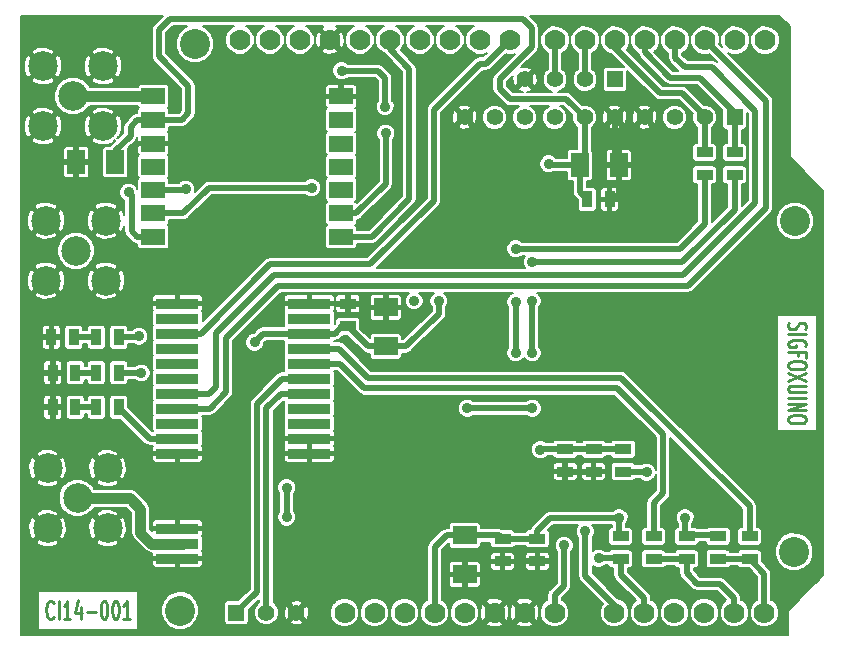
<source format=gtl>
G04 (created by PCBNEW (2013-05-31 BZR 4019)-stable) date 20/03/2014 22:02:18*
%MOIN*%
G04 Gerber Fmt 3.4, Leading zero omitted, Abs format*
%FSLAX34Y34*%
G01*
G70*
G90*
G04 APERTURE LIST*
%ADD10C,0.00590551*%
%ADD11C,0.00984252*%
%ADD12C,0.0984252*%
%ADD13C,0.1*%
%ADD14C,0.07*%
%ADD15R,0.06X0.08*%
%ADD16R,0.08X0.06*%
%ADD17R,0.035X0.055*%
%ADD18R,0.055X0.035*%
%ADD19R,0.055X0.055*%
%ADD20C,0.055*%
%ADD21R,0.0787X0.0551*%
%ADD22R,0.141732X0.0350394*%
%ADD23C,0.035*%
%ADD24C,0.02*%
%ADD25C,0.008*%
%ADD26C,0.0354331*%
G04 APERTURE END LIST*
G54D10*
G54D11*
X68922Y-38597D02*
X68894Y-38653D01*
X68894Y-38747D01*
X68922Y-38785D01*
X68951Y-38803D01*
X69007Y-38822D01*
X69063Y-38822D01*
X69119Y-38803D01*
X69147Y-38785D01*
X69176Y-38747D01*
X69204Y-38672D01*
X69232Y-38635D01*
X69260Y-38616D01*
X69316Y-38597D01*
X69372Y-38597D01*
X69429Y-38616D01*
X69457Y-38635D01*
X69485Y-38672D01*
X69485Y-38766D01*
X69457Y-38822D01*
X68894Y-38991D02*
X69485Y-38991D01*
X69457Y-39385D02*
X69485Y-39347D01*
X69485Y-39291D01*
X69457Y-39235D01*
X69401Y-39197D01*
X69344Y-39178D01*
X69232Y-39160D01*
X69147Y-39160D01*
X69035Y-39178D01*
X68979Y-39197D01*
X68922Y-39235D01*
X68894Y-39291D01*
X68894Y-39328D01*
X68922Y-39385D01*
X68951Y-39403D01*
X69147Y-39403D01*
X69147Y-39328D01*
X69204Y-39703D02*
X69204Y-39572D01*
X68894Y-39572D02*
X69485Y-39572D01*
X69485Y-39760D01*
X69485Y-39985D02*
X69485Y-40059D01*
X69457Y-40097D01*
X69401Y-40134D01*
X69288Y-40153D01*
X69091Y-40153D01*
X68979Y-40134D01*
X68922Y-40097D01*
X68894Y-40059D01*
X68894Y-39985D01*
X68922Y-39947D01*
X68979Y-39910D01*
X69091Y-39891D01*
X69288Y-39891D01*
X69401Y-39910D01*
X69457Y-39947D01*
X69485Y-39985D01*
X69485Y-40284D02*
X68894Y-40547D01*
X69485Y-40547D02*
X68894Y-40284D01*
X69485Y-40697D02*
X69007Y-40697D01*
X68951Y-40716D01*
X68922Y-40734D01*
X68894Y-40772D01*
X68894Y-40847D01*
X68922Y-40884D01*
X68951Y-40903D01*
X69007Y-40922D01*
X69485Y-40922D01*
X68894Y-41109D02*
X69485Y-41109D01*
X68894Y-41297D02*
X69485Y-41297D01*
X68894Y-41522D01*
X69485Y-41522D01*
X69485Y-41784D02*
X69485Y-41859D01*
X69457Y-41897D01*
X69401Y-41934D01*
X69288Y-41953D01*
X69091Y-41953D01*
X68979Y-41934D01*
X68922Y-41897D01*
X68894Y-41859D01*
X68894Y-41784D01*
X68922Y-41747D01*
X68979Y-41709D01*
X69091Y-41691D01*
X69288Y-41691D01*
X69401Y-41709D01*
X69457Y-41747D01*
X69485Y-41784D01*
X44398Y-48411D02*
X44379Y-48439D01*
X44323Y-48467D01*
X44285Y-48467D01*
X44229Y-48439D01*
X44191Y-48383D01*
X44173Y-48326D01*
X44154Y-48214D01*
X44154Y-48129D01*
X44173Y-48017D01*
X44191Y-47961D01*
X44229Y-47904D01*
X44285Y-47876D01*
X44323Y-47876D01*
X44379Y-47904D01*
X44398Y-47933D01*
X44566Y-48467D02*
X44566Y-47876D01*
X44960Y-48467D02*
X44735Y-48467D01*
X44848Y-48467D02*
X44848Y-47876D01*
X44810Y-47961D01*
X44773Y-48017D01*
X44735Y-48045D01*
X45298Y-48073D02*
X45298Y-48467D01*
X45204Y-47848D02*
X45110Y-48270D01*
X45354Y-48270D01*
X45504Y-48242D02*
X45804Y-48242D01*
X46066Y-47876D02*
X46104Y-47876D01*
X46141Y-47904D01*
X46160Y-47933D01*
X46179Y-47989D01*
X46197Y-48101D01*
X46197Y-48242D01*
X46179Y-48354D01*
X46160Y-48411D01*
X46141Y-48439D01*
X46104Y-48467D01*
X46066Y-48467D01*
X46029Y-48439D01*
X46010Y-48411D01*
X45991Y-48354D01*
X45973Y-48242D01*
X45973Y-48101D01*
X45991Y-47989D01*
X46010Y-47933D01*
X46029Y-47904D01*
X46066Y-47876D01*
X46441Y-47876D02*
X46479Y-47876D01*
X46516Y-47904D01*
X46535Y-47933D01*
X46554Y-47989D01*
X46572Y-48101D01*
X46572Y-48242D01*
X46554Y-48354D01*
X46535Y-48411D01*
X46516Y-48439D01*
X46479Y-48467D01*
X46441Y-48467D01*
X46404Y-48439D01*
X46385Y-48411D01*
X46366Y-48354D01*
X46347Y-48242D01*
X46347Y-48101D01*
X46366Y-47989D01*
X46385Y-47933D01*
X46404Y-47904D01*
X46441Y-47876D01*
X46947Y-48467D02*
X46722Y-48467D01*
X46835Y-48467D02*
X46835Y-47876D01*
X46797Y-47961D01*
X46760Y-48017D01*
X46722Y-48045D01*
G54D12*
X45150Y-36200D03*
X44150Y-37200D03*
X46150Y-37200D03*
X46150Y-35200D03*
X44150Y-35200D03*
G54D13*
X69120Y-35213D03*
X69090Y-46233D03*
G54D14*
X55100Y-48263D03*
X56100Y-48263D03*
X57100Y-48263D03*
X58100Y-48263D03*
X59100Y-48263D03*
X60100Y-48263D03*
X61100Y-48263D03*
X54100Y-48263D03*
X67120Y-29183D03*
X66120Y-29183D03*
X65120Y-29183D03*
X64120Y-29183D03*
X63120Y-29183D03*
X62120Y-29183D03*
X61120Y-29183D03*
X68120Y-29183D03*
X64090Y-48263D03*
X65090Y-48263D03*
X66090Y-48263D03*
X67090Y-48263D03*
X68090Y-48263D03*
X63090Y-48263D03*
X58610Y-29173D03*
X57610Y-29173D03*
X56610Y-29173D03*
X55610Y-29173D03*
X54610Y-29173D03*
X53610Y-29173D03*
X52610Y-29173D03*
X51610Y-29173D03*
X50610Y-29173D03*
X59610Y-29173D03*
G54D12*
X45050Y-31050D03*
X44050Y-32050D03*
X46050Y-32050D03*
X46050Y-30050D03*
X44050Y-30050D03*
X45200Y-44450D03*
X44200Y-45450D03*
X46200Y-45450D03*
X46200Y-43450D03*
X44200Y-43450D03*
G54D15*
X46457Y-33248D03*
X45157Y-33248D03*
X61940Y-33350D03*
X63240Y-33350D03*
G54D16*
X58110Y-45688D03*
X58110Y-46988D03*
X55472Y-39390D03*
X55472Y-38090D03*
G54D17*
X45075Y-39085D03*
X44325Y-39085D03*
X46575Y-39085D03*
X45825Y-39085D03*
G54D18*
X54212Y-38721D03*
X54212Y-37971D03*
G54D17*
X62184Y-34488D03*
X62934Y-34488D03*
G54D18*
X63300Y-45725D03*
X63300Y-46475D03*
X67100Y-33675D03*
X67100Y-32925D03*
X66100Y-33675D03*
X66100Y-32925D03*
G54D17*
X46575Y-41418D03*
X45825Y-41418D03*
X45125Y-40267D03*
X44375Y-40267D03*
X46575Y-40267D03*
X45825Y-40267D03*
G54D18*
X59370Y-45806D03*
X59370Y-46556D03*
X60527Y-45802D03*
X60527Y-46552D03*
X65500Y-46475D03*
X65500Y-45725D03*
X66550Y-46475D03*
X66550Y-45725D03*
X64400Y-46475D03*
X64400Y-45725D03*
X67600Y-46475D03*
X67600Y-45725D03*
G54D17*
X45125Y-41418D03*
X44375Y-41418D03*
G54D19*
X50496Y-48267D03*
G54D20*
X51496Y-48267D03*
X52496Y-48267D03*
G54D19*
X67100Y-31750D03*
G54D20*
X66100Y-31750D03*
X65100Y-31750D03*
X64100Y-31750D03*
X63100Y-31750D03*
X62100Y-31750D03*
X61100Y-31750D03*
X60100Y-31750D03*
X59100Y-31750D03*
X58100Y-31750D03*
G54D21*
X53980Y-35743D03*
X53991Y-34955D03*
X53991Y-34168D03*
X53991Y-33400D03*
X53991Y-32632D03*
X53991Y-31845D03*
X53991Y-31057D03*
X47731Y-31057D03*
X47731Y-31845D03*
X47731Y-32632D03*
X47731Y-33400D03*
X47731Y-34168D03*
X47731Y-34955D03*
X47731Y-35743D03*
G54D18*
X61456Y-42813D03*
X61456Y-43563D03*
X63385Y-43563D03*
X63385Y-42813D03*
X62401Y-42813D03*
X62401Y-43563D03*
G54D19*
X63114Y-30492D03*
G54D20*
X62114Y-30492D03*
X61114Y-30492D03*
X60114Y-30492D03*
G54D13*
X49120Y-29303D03*
X48620Y-48193D03*
G54D22*
X48531Y-37960D03*
X48531Y-38460D03*
X48531Y-38960D03*
X48531Y-39460D03*
X48531Y-39960D03*
X48531Y-40460D03*
X48531Y-40960D03*
X48531Y-41460D03*
X48531Y-41960D03*
X48531Y-42460D03*
X48531Y-42960D03*
X48531Y-45460D03*
X48531Y-45960D03*
X48531Y-46460D03*
X52925Y-42960D03*
X52925Y-42460D03*
X52925Y-41960D03*
X52925Y-41460D03*
X52925Y-40960D03*
X52925Y-40460D03*
X52925Y-39960D03*
X52925Y-39460D03*
X52925Y-38960D03*
X52925Y-38460D03*
X52925Y-37960D03*
G54D23*
X56417Y-37874D03*
X54100Y-40950D03*
X58500Y-37850D03*
X48300Y-36750D03*
X47400Y-37850D03*
X47350Y-46500D03*
X47900Y-44900D03*
X56800Y-42000D03*
X61200Y-39800D03*
X58800Y-36200D03*
X56400Y-36200D03*
X57800Y-34200D03*
X58800Y-33000D03*
X60600Y-35000D03*
X64800Y-33400D03*
X64000Y-35200D03*
X64000Y-38400D03*
X66000Y-40600D03*
X66000Y-38400D03*
X67800Y-36600D03*
X67800Y-38400D03*
X67800Y-40400D03*
X67800Y-42600D03*
X69400Y-37200D03*
X69400Y-42600D03*
X69400Y-44400D03*
X65400Y-44200D03*
X63600Y-44400D03*
X62200Y-41600D03*
X60400Y-44600D03*
X60400Y-43400D03*
X59000Y-43400D03*
X57400Y-43400D03*
X55800Y-43400D03*
X54200Y-43400D03*
X55800Y-46200D03*
X54200Y-46200D03*
X52600Y-46200D03*
X50400Y-43800D03*
X52600Y-33000D03*
X51200Y-33000D03*
X49800Y-33000D03*
X52600Y-32000D03*
X51200Y-32000D03*
X49800Y-32000D03*
X52600Y-30800D03*
X51200Y-30800D03*
X49800Y-30800D03*
X46800Y-28800D03*
X45600Y-28800D03*
X44000Y-28800D03*
X62000Y-48400D03*
X47600Y-48600D03*
X43600Y-47000D03*
X43600Y-48600D03*
X46900Y-46100D03*
X47650Y-44300D03*
X47200Y-43850D03*
X47800Y-36500D03*
X49750Y-37400D03*
X47000Y-37500D03*
X47000Y-30500D03*
X51102Y-39251D03*
X57244Y-37874D03*
X60905Y-33307D03*
X63250Y-45100D03*
X65450Y-45100D03*
X55472Y-32283D03*
X46900Y-34250D03*
X54000Y-30200D03*
X55450Y-31400D03*
X48800Y-34150D03*
X53000Y-34100D03*
X60629Y-42834D03*
X62125Y-45551D03*
X52165Y-44094D03*
X52165Y-45078D03*
X62566Y-46448D03*
X47322Y-40275D03*
X47244Y-39055D03*
X58188Y-41456D03*
X60354Y-41456D03*
X60354Y-39606D03*
X60354Y-37874D03*
X60354Y-36574D03*
X59803Y-39606D03*
X59803Y-37913D03*
X59803Y-36141D03*
X64173Y-43582D03*
X61417Y-46023D03*
G54D24*
X54030Y-38721D02*
X53791Y-38960D01*
X53791Y-38960D02*
X52728Y-38960D01*
X54212Y-38721D02*
X54030Y-38721D01*
X51102Y-39251D02*
X51393Y-38960D01*
X51393Y-38960D02*
X52728Y-38960D01*
X56161Y-39390D02*
X57244Y-38307D01*
X57244Y-38307D02*
X57244Y-37874D01*
X55472Y-39390D02*
X56161Y-39390D01*
X60948Y-33350D02*
X61940Y-33350D01*
X60905Y-33307D02*
X60948Y-33350D01*
X61940Y-33350D02*
X61940Y-34244D01*
X61940Y-34244D02*
X62184Y-34488D01*
X57100Y-48263D02*
X57100Y-46088D01*
X57100Y-46088D02*
X57500Y-45688D01*
X57500Y-45688D02*
X58110Y-45688D01*
X55472Y-39390D02*
X54881Y-39390D01*
X54881Y-39390D02*
X54212Y-38721D01*
X60527Y-45802D02*
X59374Y-45802D01*
X59374Y-45802D02*
X59260Y-45688D01*
X59260Y-45688D02*
X58110Y-45688D01*
X47731Y-31845D02*
X48666Y-31845D01*
X61491Y-31141D02*
X62100Y-31750D01*
X59606Y-31141D02*
X61491Y-31141D01*
X59271Y-30807D02*
X59606Y-31141D01*
X59271Y-30472D02*
X59271Y-30807D01*
X60334Y-29409D02*
X59271Y-30472D01*
X60334Y-28779D02*
X60334Y-29409D01*
X60039Y-28484D02*
X60334Y-28779D01*
X48267Y-28484D02*
X60039Y-28484D01*
X47913Y-28838D02*
X48267Y-28484D01*
X47913Y-29724D02*
X47913Y-28838D01*
X48897Y-30708D02*
X47913Y-29724D01*
X48897Y-31614D02*
X48897Y-30708D01*
X48666Y-31845D02*
X48897Y-31614D01*
X46457Y-33248D02*
X46457Y-32873D01*
X46968Y-32362D02*
X46968Y-32066D01*
X46457Y-32873D02*
X46968Y-32362D01*
X46968Y-32066D02*
X47190Y-31845D01*
X47190Y-31845D02*
X47731Y-31845D01*
G54D25*
X47190Y-31845D02*
X47731Y-31845D01*
X46968Y-32066D02*
X47190Y-31845D01*
G54D24*
X60527Y-45802D02*
X60527Y-45531D01*
X60959Y-45100D02*
X63250Y-45100D01*
X60527Y-45531D02*
X60959Y-45100D01*
X62100Y-33190D02*
X61940Y-33350D01*
X62100Y-31750D02*
X62100Y-33190D01*
X63300Y-45725D02*
X63250Y-45675D01*
X63250Y-45675D02*
X63250Y-45100D01*
X66500Y-45675D02*
X66550Y-45725D01*
X65450Y-45100D02*
X65450Y-45675D01*
X65450Y-45675D02*
X66500Y-45675D01*
X63300Y-45725D02*
X63225Y-45650D01*
X48728Y-38960D02*
X49307Y-38960D01*
X58822Y-29960D02*
X59610Y-29173D01*
X58622Y-29960D02*
X58822Y-29960D01*
X57086Y-31496D02*
X58622Y-29960D01*
X57086Y-34527D02*
X57086Y-31496D01*
X54960Y-36653D02*
X57086Y-34527D01*
X51614Y-36653D02*
X54960Y-36653D01*
X49307Y-38960D02*
X51614Y-36653D01*
X53991Y-34955D02*
X54493Y-34955D01*
X55472Y-33976D02*
X55472Y-32283D01*
X54493Y-34955D02*
X55472Y-33976D01*
X47193Y-35743D02*
X47731Y-35743D01*
X47000Y-35550D02*
X47193Y-35743D01*
X47000Y-34350D02*
X47000Y-35550D01*
X46900Y-34250D02*
X47000Y-34350D01*
X55200Y-30200D02*
X54000Y-30200D01*
X55450Y-30450D02*
X55200Y-30200D01*
X55450Y-31400D02*
X55450Y-30450D01*
X48782Y-34168D02*
X47731Y-34168D01*
X48800Y-34150D02*
X48782Y-34168D01*
X55610Y-29173D02*
X55610Y-29487D01*
X55005Y-35743D02*
X53980Y-35743D01*
X56259Y-34488D02*
X55005Y-35743D01*
X56259Y-30137D02*
X56259Y-34488D01*
X55610Y-29487D02*
X56259Y-30137D01*
X47736Y-34950D02*
X47731Y-34955D01*
X48727Y-34950D02*
X47736Y-34950D01*
X49577Y-34100D02*
X48727Y-34950D01*
X53000Y-34100D02*
X49577Y-34100D01*
X63090Y-48263D02*
X63090Y-48011D01*
X60650Y-42813D02*
X61456Y-42813D01*
X60629Y-42834D02*
X60650Y-42813D01*
X62125Y-47047D02*
X62125Y-45551D01*
X63090Y-48011D02*
X62125Y-47047D01*
X63385Y-42813D02*
X62401Y-42813D01*
X61456Y-42813D02*
X62401Y-42813D01*
G54D25*
X63120Y-48233D02*
X63090Y-48263D01*
G54D24*
X52165Y-45078D02*
X52165Y-44094D01*
X63300Y-46475D02*
X63275Y-46450D01*
X63275Y-46450D02*
X62566Y-46448D01*
X63300Y-46475D02*
X63300Y-47000D01*
X64090Y-47790D02*
X64090Y-48263D01*
X63300Y-47000D02*
X64090Y-47790D01*
G54D25*
X64120Y-48233D02*
X64090Y-48263D01*
G54D24*
X46575Y-40267D02*
X47314Y-40267D01*
X47314Y-40267D02*
X47322Y-40275D01*
G54D25*
X65120Y-48233D02*
X65090Y-48263D01*
G54D24*
X46575Y-39085D02*
X47213Y-39085D01*
X47213Y-39085D02*
X47244Y-39055D01*
G54D25*
X66120Y-48233D02*
X66090Y-48263D01*
G54D24*
X48728Y-41460D02*
X49602Y-41460D01*
X68149Y-31212D02*
X66120Y-29183D01*
X68149Y-34763D02*
X68149Y-31212D01*
X65551Y-37362D02*
X68149Y-34763D01*
X51889Y-37362D02*
X65551Y-37362D01*
X50157Y-39094D02*
X51889Y-37362D01*
X50157Y-40905D02*
X50157Y-39094D01*
X49602Y-41460D02*
X50157Y-40905D01*
X48728Y-40960D02*
X49590Y-40960D01*
X65120Y-29765D02*
X65120Y-29183D01*
X65433Y-30078D02*
X65120Y-29765D01*
X66338Y-30078D02*
X65433Y-30078D01*
X67795Y-31535D02*
X66338Y-30078D01*
X67795Y-34606D02*
X67795Y-31535D01*
X65393Y-37007D02*
X67795Y-34606D01*
X51732Y-37007D02*
X65393Y-37007D01*
X49803Y-38937D02*
X51732Y-37007D01*
X49803Y-40748D02*
X49803Y-38937D01*
X49590Y-40960D02*
X49803Y-40748D01*
X64120Y-29183D02*
X64120Y-29592D01*
X65944Y-30433D02*
X67062Y-31550D01*
X64960Y-30433D02*
X65944Y-30433D01*
X64120Y-29592D02*
X64960Y-30433D01*
X67100Y-31750D02*
X67100Y-32925D01*
X66100Y-31750D02*
X66100Y-31729D01*
X63120Y-29458D02*
X63120Y-29183D01*
X64606Y-30944D02*
X63120Y-29458D01*
X65354Y-30944D02*
X64606Y-30944D01*
X66139Y-31729D02*
X65354Y-30944D01*
X66100Y-31750D02*
X66100Y-32925D01*
X62120Y-29183D02*
X62120Y-30486D01*
X62120Y-30486D02*
X62114Y-30492D01*
X61120Y-29183D02*
X61120Y-30486D01*
X61120Y-30486D02*
X61114Y-30492D01*
G54D26*
X45050Y-31050D02*
X47724Y-31050D01*
X47724Y-31050D02*
X47731Y-31057D01*
X45200Y-44450D02*
X46934Y-44450D01*
X47657Y-45960D02*
X48728Y-45960D01*
X47291Y-45594D02*
X47657Y-45960D01*
X47291Y-44807D02*
X47291Y-45594D01*
X46934Y-44450D02*
X47291Y-44807D01*
G54D24*
X67100Y-33675D02*
X67100Y-34829D01*
X60354Y-41456D02*
X58188Y-41456D01*
X60354Y-37874D02*
X60354Y-39606D01*
X65354Y-36574D02*
X60354Y-36574D01*
X67100Y-34829D02*
X65354Y-36574D01*
X67600Y-46475D02*
X66550Y-46475D01*
X68090Y-48263D02*
X68090Y-46965D01*
X68090Y-46965D02*
X67600Y-46475D01*
X65500Y-46475D02*
X64400Y-46475D01*
X67090Y-48263D02*
X67090Y-47790D01*
X65500Y-46950D02*
X65500Y-46475D01*
X65850Y-47300D02*
X65500Y-46950D01*
X66600Y-47300D02*
X65850Y-47300D01*
X67090Y-47790D02*
X66600Y-47300D01*
G54D25*
X67120Y-48233D02*
X67090Y-48263D01*
G54D24*
X46575Y-41418D02*
X46575Y-41437D01*
X47598Y-42460D02*
X48728Y-42460D01*
X46575Y-41437D02*
X47598Y-42460D01*
X66100Y-33675D02*
X66100Y-35317D01*
X59803Y-37913D02*
X59803Y-39606D01*
X65275Y-36141D02*
X59803Y-36141D01*
X66100Y-35317D02*
X65275Y-36141D01*
X61100Y-48263D02*
X61100Y-47679D01*
X64154Y-43563D02*
X63385Y-43563D01*
X64173Y-43582D02*
X64154Y-43563D01*
X61417Y-47362D02*
X61417Y-46023D01*
X61100Y-47679D02*
X61417Y-47362D01*
X62934Y-34488D02*
X63070Y-34488D01*
X63240Y-34318D02*
X63240Y-33350D01*
X63070Y-34488D02*
X63240Y-34318D01*
X61456Y-43563D02*
X62401Y-43563D01*
X63100Y-33209D02*
X63240Y-33350D01*
X63100Y-31750D02*
X63100Y-33209D01*
X45125Y-41418D02*
X45825Y-41418D01*
X67600Y-45725D02*
X67600Y-44725D01*
X53909Y-39460D02*
X52728Y-39460D01*
X54881Y-40433D02*
X53909Y-39460D01*
X63307Y-40433D02*
X54881Y-40433D01*
X67600Y-44725D02*
X63307Y-40433D01*
X64400Y-45725D02*
X64400Y-44615D01*
X53937Y-39960D02*
X52728Y-39960D01*
X54763Y-40787D02*
X53937Y-39960D01*
X63188Y-40787D02*
X54763Y-40787D01*
X64724Y-42322D02*
X63188Y-40787D01*
X64724Y-44291D02*
X64724Y-42322D01*
X64400Y-44615D02*
X64724Y-44291D01*
X45125Y-40267D02*
X45825Y-40267D01*
X45075Y-39085D02*
X45825Y-39085D01*
X51496Y-48267D02*
X51496Y-41456D01*
X51992Y-40960D02*
X52728Y-40960D01*
X51496Y-41456D02*
X51992Y-40960D01*
X52019Y-40460D02*
X52728Y-40460D01*
X51181Y-41299D02*
X52019Y-40460D01*
X51181Y-47574D02*
X51181Y-41299D01*
X50496Y-48259D02*
X51181Y-47574D01*
X50496Y-48267D02*
X50496Y-48259D01*
G54D10*
G36*
X70055Y-47023D02*
X69834Y-47244D01*
X69834Y-42217D01*
X69834Y-38333D01*
X69760Y-38333D01*
X69760Y-35086D01*
X69662Y-34850D01*
X69483Y-34670D01*
X69247Y-34573D01*
X68993Y-34572D01*
X68757Y-34670D01*
X68610Y-34817D01*
X68610Y-29085D01*
X68535Y-28905D01*
X68397Y-28767D01*
X68217Y-28693D01*
X68022Y-28692D01*
X67842Y-28767D01*
X67704Y-28905D01*
X67630Y-29085D01*
X67629Y-29280D01*
X67704Y-29460D01*
X67842Y-29598D01*
X68022Y-29672D01*
X68217Y-29673D01*
X68397Y-29598D01*
X68535Y-29460D01*
X68609Y-29280D01*
X68610Y-29085D01*
X68610Y-34817D01*
X68577Y-34849D01*
X68480Y-35085D01*
X68479Y-35339D01*
X68577Y-35575D01*
X68756Y-35755D01*
X68992Y-35852D01*
X69246Y-35853D01*
X69482Y-35755D01*
X69662Y-35576D01*
X69759Y-35340D01*
X69760Y-35086D01*
X69760Y-38333D01*
X68531Y-38333D01*
X68531Y-42217D01*
X69834Y-42217D01*
X69834Y-47244D01*
X69730Y-47348D01*
X69730Y-46106D01*
X69632Y-45870D01*
X69453Y-45690D01*
X69217Y-45593D01*
X68963Y-45592D01*
X68727Y-45690D01*
X68547Y-45869D01*
X68450Y-46105D01*
X68449Y-46359D01*
X68547Y-46595D01*
X68726Y-46775D01*
X68962Y-46872D01*
X69216Y-46873D01*
X69452Y-46775D01*
X69632Y-46596D01*
X69729Y-46360D01*
X69730Y-46106D01*
X69730Y-47348D01*
X68932Y-48145D01*
X68886Y-48215D01*
X68870Y-48298D01*
X68870Y-49018D01*
X68580Y-49018D01*
X68580Y-48165D01*
X68505Y-47985D01*
X68367Y-47847D01*
X68330Y-47832D01*
X68330Y-46965D01*
X68311Y-46873D01*
X68259Y-46795D01*
X68015Y-46550D01*
X68015Y-46272D01*
X67993Y-46220D01*
X67954Y-46181D01*
X67902Y-46160D01*
X67847Y-46159D01*
X67297Y-46159D01*
X67245Y-46181D01*
X67206Y-46220D01*
X67200Y-46235D01*
X66965Y-46235D01*
X66965Y-45872D01*
X66965Y-45522D01*
X66943Y-45470D01*
X66904Y-45431D01*
X66852Y-45410D01*
X66797Y-45409D01*
X66247Y-45409D01*
X66195Y-45431D01*
X66192Y-45435D01*
X65858Y-45435D01*
X65854Y-45431D01*
X65802Y-45410D01*
X65747Y-45409D01*
X65690Y-45409D01*
X65690Y-45305D01*
X65716Y-45278D01*
X65764Y-45162D01*
X65765Y-45037D01*
X65717Y-44921D01*
X65628Y-44833D01*
X65512Y-44785D01*
X65387Y-44784D01*
X65271Y-44832D01*
X65183Y-44921D01*
X65135Y-45037D01*
X65134Y-45162D01*
X65182Y-45278D01*
X65210Y-45305D01*
X65210Y-45409D01*
X65197Y-45409D01*
X65145Y-45431D01*
X65106Y-45470D01*
X65085Y-45522D01*
X65084Y-45577D01*
X65084Y-45927D01*
X65106Y-45979D01*
X65145Y-46018D01*
X65197Y-46039D01*
X65252Y-46040D01*
X65802Y-46040D01*
X65854Y-46018D01*
X65893Y-45979D01*
X65914Y-45927D01*
X65914Y-45915D01*
X66134Y-45915D01*
X66134Y-45927D01*
X66156Y-45979D01*
X66195Y-46018D01*
X66247Y-46039D01*
X66302Y-46040D01*
X66852Y-46040D01*
X66904Y-46018D01*
X66943Y-45979D01*
X66964Y-45927D01*
X66965Y-45872D01*
X66965Y-46235D01*
X66949Y-46235D01*
X66943Y-46220D01*
X66904Y-46181D01*
X66852Y-46160D01*
X66797Y-46159D01*
X66247Y-46159D01*
X66195Y-46181D01*
X66156Y-46220D01*
X66135Y-46272D01*
X66134Y-46327D01*
X66134Y-46677D01*
X66156Y-46729D01*
X66195Y-46768D01*
X66247Y-46789D01*
X66302Y-46790D01*
X66852Y-46790D01*
X66904Y-46768D01*
X66943Y-46729D01*
X66949Y-46715D01*
X67200Y-46715D01*
X67206Y-46729D01*
X67245Y-46768D01*
X67297Y-46789D01*
X67352Y-46790D01*
X67575Y-46790D01*
X67850Y-47064D01*
X67850Y-47831D01*
X67812Y-47847D01*
X67674Y-47985D01*
X67600Y-48165D01*
X67599Y-48360D01*
X67674Y-48540D01*
X67812Y-48678D01*
X67992Y-48752D01*
X68187Y-48753D01*
X68367Y-48678D01*
X68505Y-48540D01*
X68579Y-48360D01*
X68580Y-48165D01*
X68580Y-49018D01*
X67580Y-49018D01*
X67580Y-48165D01*
X67505Y-47985D01*
X67367Y-47847D01*
X67330Y-47832D01*
X67330Y-47790D01*
X67311Y-47698D01*
X67259Y-47620D01*
X66769Y-47130D01*
X66691Y-47078D01*
X66600Y-47060D01*
X65949Y-47060D01*
X65740Y-46850D01*
X65740Y-46790D01*
X65802Y-46790D01*
X65854Y-46768D01*
X65893Y-46729D01*
X65914Y-46677D01*
X65915Y-46622D01*
X65915Y-46272D01*
X65893Y-46220D01*
X65854Y-46181D01*
X65802Y-46160D01*
X65747Y-46159D01*
X65197Y-46159D01*
X65145Y-46181D01*
X65106Y-46220D01*
X65100Y-46235D01*
X64799Y-46235D01*
X64793Y-46220D01*
X64754Y-46181D01*
X64702Y-46160D01*
X64647Y-46159D01*
X64097Y-46159D01*
X64045Y-46181D01*
X64006Y-46220D01*
X63985Y-46272D01*
X63984Y-46327D01*
X63984Y-46677D01*
X64006Y-46729D01*
X64045Y-46768D01*
X64097Y-46789D01*
X64152Y-46790D01*
X64702Y-46790D01*
X64754Y-46768D01*
X64793Y-46729D01*
X64799Y-46715D01*
X65100Y-46715D01*
X65106Y-46729D01*
X65145Y-46768D01*
X65197Y-46789D01*
X65252Y-46790D01*
X65260Y-46790D01*
X65260Y-46950D01*
X65278Y-47041D01*
X65330Y-47119D01*
X65680Y-47469D01*
X65680Y-47469D01*
X65758Y-47521D01*
X65849Y-47539D01*
X65850Y-47540D01*
X66500Y-47540D01*
X66810Y-47849D01*
X66674Y-47985D01*
X66600Y-48165D01*
X66599Y-48360D01*
X66674Y-48540D01*
X66812Y-48678D01*
X66992Y-48752D01*
X67187Y-48753D01*
X67367Y-48678D01*
X67505Y-48540D01*
X67579Y-48360D01*
X67580Y-48165D01*
X67580Y-49018D01*
X66580Y-49018D01*
X66580Y-48165D01*
X66505Y-47985D01*
X66367Y-47847D01*
X66187Y-47773D01*
X65992Y-47772D01*
X65812Y-47847D01*
X65674Y-47985D01*
X65600Y-48165D01*
X65599Y-48360D01*
X65674Y-48540D01*
X65812Y-48678D01*
X65992Y-48752D01*
X66187Y-48753D01*
X66367Y-48678D01*
X66505Y-48540D01*
X66579Y-48360D01*
X66580Y-48165D01*
X66580Y-49018D01*
X65580Y-49018D01*
X65580Y-48165D01*
X65505Y-47985D01*
X65367Y-47847D01*
X65187Y-47773D01*
X64992Y-47772D01*
X64812Y-47847D01*
X64674Y-47985D01*
X64600Y-48165D01*
X64599Y-48360D01*
X64674Y-48540D01*
X64812Y-48678D01*
X64992Y-48752D01*
X65187Y-48753D01*
X65367Y-48678D01*
X65505Y-48540D01*
X65579Y-48360D01*
X65580Y-48165D01*
X65580Y-49018D01*
X64580Y-49018D01*
X64580Y-48165D01*
X64505Y-47985D01*
X64367Y-47847D01*
X64330Y-47832D01*
X64330Y-47790D01*
X64329Y-47789D01*
X64311Y-47698D01*
X64280Y-47651D01*
X64259Y-47620D01*
X64259Y-47620D01*
X63540Y-46900D01*
X63540Y-46790D01*
X63602Y-46790D01*
X63654Y-46768D01*
X63693Y-46729D01*
X63714Y-46677D01*
X63715Y-46622D01*
X63715Y-46272D01*
X63693Y-46220D01*
X63654Y-46181D01*
X63602Y-46160D01*
X63547Y-46159D01*
X62997Y-46159D01*
X62945Y-46181D01*
X62917Y-46209D01*
X62772Y-46209D01*
X62745Y-46181D01*
X62629Y-46133D01*
X62504Y-46133D01*
X62388Y-46181D01*
X62365Y-46204D01*
X62365Y-45756D01*
X62392Y-45729D01*
X62440Y-45614D01*
X62441Y-45488D01*
X62393Y-45372D01*
X62360Y-45340D01*
X63010Y-45340D01*
X63010Y-45409D01*
X62997Y-45409D01*
X62945Y-45431D01*
X62906Y-45470D01*
X62885Y-45522D01*
X62884Y-45577D01*
X62884Y-45927D01*
X62906Y-45979D01*
X62945Y-46018D01*
X62997Y-46039D01*
X63052Y-46040D01*
X63602Y-46040D01*
X63654Y-46018D01*
X63693Y-45979D01*
X63714Y-45927D01*
X63715Y-45872D01*
X63715Y-45522D01*
X63693Y-45470D01*
X63654Y-45431D01*
X63602Y-45410D01*
X63547Y-45409D01*
X63490Y-45409D01*
X63490Y-45305D01*
X63516Y-45278D01*
X63564Y-45162D01*
X63565Y-45037D01*
X63517Y-44921D01*
X63428Y-44833D01*
X63312Y-44785D01*
X63187Y-44784D01*
X63071Y-44832D01*
X63044Y-44860D01*
X62816Y-44860D01*
X62816Y-43766D01*
X62816Y-43361D01*
X62795Y-43309D01*
X62755Y-43270D01*
X62704Y-43249D01*
X62648Y-43248D01*
X62496Y-43248D01*
X62461Y-43283D01*
X62461Y-43503D01*
X62781Y-43503D01*
X62816Y-43468D01*
X62816Y-43361D01*
X62816Y-43766D01*
X62816Y-43658D01*
X62781Y-43623D01*
X62461Y-43623D01*
X62461Y-43843D01*
X62496Y-43878D01*
X62648Y-43879D01*
X62704Y-43878D01*
X62755Y-43857D01*
X62795Y-43818D01*
X62816Y-43766D01*
X62816Y-44860D01*
X62341Y-44860D01*
X62341Y-43843D01*
X62341Y-43623D01*
X62341Y-43503D01*
X62341Y-43283D01*
X62306Y-43248D01*
X62154Y-43248D01*
X62098Y-43249D01*
X62047Y-43270D01*
X62007Y-43309D01*
X61986Y-43361D01*
X61986Y-43468D01*
X62021Y-43503D01*
X62341Y-43503D01*
X62341Y-43623D01*
X62021Y-43623D01*
X61986Y-43658D01*
X61986Y-43766D01*
X62007Y-43818D01*
X62047Y-43857D01*
X62098Y-43878D01*
X62154Y-43879D01*
X62306Y-43878D01*
X62341Y-43843D01*
X62341Y-44860D01*
X61871Y-44860D01*
X61871Y-43766D01*
X61871Y-43361D01*
X61850Y-43309D01*
X61811Y-43270D01*
X61759Y-43249D01*
X61703Y-43248D01*
X61551Y-43248D01*
X61516Y-43283D01*
X61516Y-43503D01*
X61836Y-43503D01*
X61871Y-43468D01*
X61871Y-43361D01*
X61871Y-43766D01*
X61871Y-43658D01*
X61836Y-43623D01*
X61516Y-43623D01*
X61516Y-43843D01*
X61551Y-43878D01*
X61703Y-43879D01*
X61759Y-43878D01*
X61811Y-43857D01*
X61850Y-43818D01*
X61871Y-43766D01*
X61871Y-44860D01*
X61396Y-44860D01*
X61396Y-43843D01*
X61396Y-43623D01*
X61396Y-43503D01*
X61396Y-43283D01*
X61361Y-43248D01*
X61209Y-43248D01*
X61153Y-43249D01*
X61102Y-43270D01*
X61062Y-43309D01*
X61041Y-43361D01*
X61041Y-43468D01*
X61076Y-43503D01*
X61396Y-43503D01*
X61396Y-43623D01*
X61076Y-43623D01*
X61041Y-43658D01*
X61041Y-43766D01*
X61062Y-43818D01*
X61102Y-43857D01*
X61153Y-43878D01*
X61209Y-43879D01*
X61361Y-43878D01*
X61396Y-43843D01*
X61396Y-44860D01*
X60959Y-44860D01*
X60867Y-44878D01*
X60789Y-44930D01*
X60357Y-45361D01*
X60305Y-45439D01*
X60296Y-45487D01*
X60224Y-45487D01*
X60173Y-45508D01*
X60133Y-45547D01*
X60127Y-45562D01*
X59768Y-45562D01*
X59763Y-45551D01*
X59724Y-45512D01*
X59673Y-45491D01*
X59617Y-45491D01*
X59388Y-45491D01*
X59352Y-45466D01*
X59260Y-45448D01*
X58650Y-45448D01*
X58650Y-45360D01*
X58628Y-45309D01*
X58589Y-45269D01*
X58538Y-45248D01*
X58482Y-45248D01*
X57682Y-45248D01*
X57631Y-45269D01*
X57591Y-45309D01*
X57570Y-45360D01*
X57570Y-45416D01*
X57570Y-45448D01*
X57500Y-45448D01*
X57408Y-45466D01*
X57330Y-45518D01*
X56930Y-45919D01*
X56878Y-45997D01*
X56860Y-46088D01*
X56860Y-47831D01*
X56822Y-47847D01*
X56684Y-47985D01*
X56610Y-48165D01*
X56609Y-48360D01*
X56684Y-48540D01*
X56822Y-48678D01*
X57002Y-48752D01*
X57197Y-48753D01*
X57377Y-48678D01*
X57515Y-48540D01*
X57589Y-48360D01*
X57590Y-48165D01*
X57515Y-47985D01*
X57377Y-47847D01*
X57340Y-47832D01*
X57340Y-46188D01*
X57570Y-45958D01*
X57570Y-46016D01*
X57591Y-46067D01*
X57630Y-46107D01*
X57682Y-46128D01*
X57737Y-46128D01*
X58537Y-46128D01*
X58589Y-46107D01*
X58628Y-46067D01*
X58650Y-46016D01*
X58650Y-45960D01*
X58650Y-45928D01*
X58955Y-45928D01*
X58955Y-46008D01*
X58976Y-46060D01*
X59015Y-46099D01*
X59067Y-46121D01*
X59122Y-46121D01*
X59672Y-46121D01*
X59724Y-46099D01*
X59763Y-46060D01*
X59771Y-46042D01*
X60127Y-46042D01*
X60133Y-46056D01*
X60173Y-46095D01*
X60224Y-46117D01*
X60280Y-46117D01*
X60830Y-46117D01*
X60881Y-46095D01*
X60921Y-46056D01*
X60942Y-46005D01*
X60942Y-45949D01*
X60942Y-45599D01*
X60921Y-45547D01*
X60885Y-45512D01*
X61058Y-45340D01*
X61891Y-45340D01*
X61859Y-45372D01*
X61811Y-45488D01*
X61810Y-45613D01*
X61858Y-45729D01*
X61885Y-45756D01*
X61885Y-47047D01*
X61904Y-47139D01*
X61956Y-47216D01*
X62699Y-47960D01*
X62674Y-47985D01*
X62600Y-48165D01*
X62599Y-48360D01*
X62674Y-48540D01*
X62812Y-48678D01*
X62992Y-48752D01*
X63187Y-48753D01*
X63367Y-48678D01*
X63505Y-48540D01*
X63579Y-48360D01*
X63580Y-48165D01*
X63505Y-47985D01*
X63367Y-47847D01*
X63193Y-47775D01*
X62365Y-46947D01*
X62365Y-46693D01*
X62388Y-46715D01*
X62503Y-46763D01*
X62629Y-46763D01*
X62745Y-46716D01*
X62772Y-46689D01*
X62889Y-46689D01*
X62906Y-46729D01*
X62945Y-46768D01*
X62997Y-46789D01*
X63052Y-46790D01*
X63060Y-46790D01*
X63060Y-47000D01*
X63078Y-47091D01*
X63130Y-47169D01*
X63810Y-47849D01*
X63674Y-47985D01*
X63600Y-48165D01*
X63599Y-48360D01*
X63674Y-48540D01*
X63812Y-48678D01*
X63992Y-48752D01*
X64187Y-48753D01*
X64367Y-48678D01*
X64505Y-48540D01*
X64579Y-48360D01*
X64580Y-48165D01*
X64580Y-49018D01*
X61732Y-49018D01*
X61732Y-45961D01*
X61684Y-45845D01*
X61595Y-45756D01*
X61480Y-45708D01*
X61354Y-45708D01*
X61239Y-45756D01*
X61150Y-45844D01*
X61102Y-45960D01*
X61102Y-46086D01*
X61150Y-46201D01*
X61177Y-46229D01*
X61177Y-47262D01*
X60942Y-47497D01*
X60942Y-46754D01*
X60942Y-46349D01*
X60921Y-46297D01*
X60881Y-46258D01*
X60830Y-46237D01*
X60774Y-46237D01*
X60622Y-46237D01*
X60587Y-46272D01*
X60587Y-46492D01*
X60907Y-46492D01*
X60942Y-46457D01*
X60942Y-46349D01*
X60942Y-46754D01*
X60942Y-46647D01*
X60907Y-46612D01*
X60587Y-46612D01*
X60587Y-46832D01*
X60622Y-46867D01*
X60774Y-46867D01*
X60830Y-46867D01*
X60881Y-46845D01*
X60921Y-46806D01*
X60942Y-46754D01*
X60942Y-47497D01*
X60930Y-47509D01*
X60878Y-47587D01*
X60860Y-47679D01*
X60860Y-47831D01*
X60822Y-47847D01*
X60684Y-47985D01*
X60610Y-48165D01*
X60609Y-48360D01*
X60684Y-48540D01*
X60822Y-48678D01*
X61002Y-48752D01*
X61197Y-48753D01*
X61377Y-48678D01*
X61515Y-48540D01*
X61589Y-48360D01*
X61590Y-48165D01*
X61515Y-47985D01*
X61377Y-47847D01*
X61340Y-47832D01*
X61340Y-47778D01*
X61587Y-47531D01*
X61639Y-47454D01*
X61657Y-47362D01*
X61657Y-47362D01*
X61657Y-46229D01*
X61684Y-46202D01*
X61732Y-46086D01*
X61732Y-45961D01*
X61732Y-49018D01*
X60596Y-49018D01*
X60596Y-48320D01*
X60580Y-48126D01*
X60536Y-48020D01*
X60468Y-47979D01*
X60467Y-47980D01*
X60467Y-46832D01*
X60467Y-46612D01*
X60467Y-46492D01*
X60467Y-46272D01*
X60432Y-46237D01*
X60280Y-46237D01*
X60224Y-46237D01*
X60173Y-46258D01*
X60133Y-46297D01*
X60112Y-46349D01*
X60112Y-46457D01*
X60147Y-46492D01*
X60467Y-46492D01*
X60467Y-46612D01*
X60147Y-46612D01*
X60112Y-46647D01*
X60112Y-46754D01*
X60133Y-46806D01*
X60173Y-46845D01*
X60224Y-46867D01*
X60280Y-46867D01*
X60432Y-46867D01*
X60467Y-46832D01*
X60467Y-47980D01*
X60383Y-48064D01*
X60383Y-47894D01*
X60342Y-47826D01*
X60157Y-47766D01*
X59963Y-47782D01*
X59857Y-47826D01*
X59816Y-47894D01*
X60100Y-48178D01*
X60383Y-47894D01*
X60383Y-48064D01*
X60184Y-48263D01*
X60468Y-48546D01*
X60536Y-48505D01*
X60596Y-48320D01*
X60596Y-49018D01*
X60383Y-49018D01*
X60383Y-48631D01*
X60100Y-48347D01*
X60015Y-48432D01*
X60015Y-48263D01*
X59785Y-48032D01*
X59785Y-46758D01*
X59785Y-46353D01*
X59763Y-46301D01*
X59724Y-46262D01*
X59673Y-46241D01*
X59617Y-46241D01*
X59465Y-46241D01*
X59430Y-46276D01*
X59430Y-46496D01*
X59750Y-46496D01*
X59785Y-46461D01*
X59785Y-46353D01*
X59785Y-46758D01*
X59785Y-46651D01*
X59750Y-46616D01*
X59430Y-46616D01*
X59430Y-46836D01*
X59465Y-46871D01*
X59617Y-46871D01*
X59673Y-46871D01*
X59724Y-46849D01*
X59763Y-46810D01*
X59785Y-46758D01*
X59785Y-48032D01*
X59731Y-47979D01*
X59663Y-48020D01*
X59603Y-48205D01*
X59619Y-48399D01*
X59663Y-48505D01*
X59731Y-48546D01*
X60015Y-48263D01*
X60015Y-48432D01*
X59816Y-48631D01*
X59857Y-48699D01*
X60042Y-48759D01*
X60236Y-48743D01*
X60342Y-48699D01*
X60383Y-48631D01*
X60383Y-49018D01*
X59596Y-49018D01*
X59596Y-48320D01*
X59580Y-48126D01*
X59536Y-48020D01*
X59468Y-47979D01*
X59383Y-48064D01*
X59383Y-47894D01*
X59342Y-47826D01*
X59310Y-47815D01*
X59310Y-46836D01*
X59310Y-46616D01*
X59310Y-46496D01*
X59310Y-46276D01*
X59275Y-46241D01*
X59122Y-46241D01*
X59067Y-46241D01*
X59015Y-46262D01*
X58976Y-46301D01*
X58955Y-46353D01*
X58955Y-46461D01*
X58990Y-46496D01*
X59310Y-46496D01*
X59310Y-46616D01*
X58990Y-46616D01*
X58955Y-46651D01*
X58955Y-46758D01*
X58976Y-46810D01*
X59015Y-46849D01*
X59067Y-46871D01*
X59122Y-46871D01*
X59275Y-46871D01*
X59310Y-46836D01*
X59310Y-47815D01*
X59157Y-47766D01*
X58963Y-47782D01*
X58857Y-47826D01*
X58816Y-47894D01*
X59100Y-48178D01*
X59383Y-47894D01*
X59383Y-48064D01*
X59184Y-48263D01*
X59468Y-48546D01*
X59536Y-48505D01*
X59596Y-48320D01*
X59596Y-49018D01*
X59383Y-49018D01*
X59383Y-48631D01*
X59100Y-48347D01*
X59015Y-48432D01*
X59015Y-48263D01*
X58731Y-47979D01*
X58663Y-48020D01*
X58650Y-48061D01*
X58650Y-47316D01*
X58650Y-46660D01*
X58628Y-46609D01*
X58589Y-46569D01*
X58538Y-46548D01*
X58482Y-46548D01*
X58205Y-46548D01*
X58170Y-46583D01*
X58170Y-46928D01*
X58615Y-46928D01*
X58650Y-46893D01*
X58650Y-46660D01*
X58650Y-47316D01*
X58650Y-47083D01*
X58615Y-47048D01*
X58170Y-47048D01*
X58170Y-47393D01*
X58205Y-47428D01*
X58482Y-47428D01*
X58538Y-47428D01*
X58589Y-47407D01*
X58628Y-47367D01*
X58650Y-47316D01*
X58650Y-48061D01*
X58603Y-48205D01*
X58619Y-48399D01*
X58663Y-48505D01*
X58731Y-48546D01*
X59015Y-48263D01*
X59015Y-48432D01*
X58816Y-48631D01*
X58857Y-48699D01*
X59042Y-48759D01*
X59236Y-48743D01*
X59342Y-48699D01*
X59383Y-48631D01*
X59383Y-49018D01*
X58590Y-49018D01*
X58590Y-48165D01*
X58515Y-47985D01*
X58377Y-47847D01*
X58197Y-47773D01*
X58050Y-47772D01*
X58050Y-47393D01*
X58050Y-47048D01*
X58050Y-46928D01*
X58050Y-46583D01*
X58015Y-46548D01*
X57737Y-46548D01*
X57682Y-46548D01*
X57630Y-46569D01*
X57591Y-46609D01*
X57570Y-46660D01*
X57570Y-46893D01*
X57605Y-46928D01*
X58050Y-46928D01*
X58050Y-47048D01*
X57605Y-47048D01*
X57570Y-47083D01*
X57570Y-47316D01*
X57591Y-47367D01*
X57630Y-47407D01*
X57682Y-47428D01*
X57737Y-47428D01*
X58015Y-47428D01*
X58050Y-47393D01*
X58050Y-47772D01*
X58002Y-47772D01*
X57822Y-47847D01*
X57684Y-47985D01*
X57610Y-48165D01*
X57609Y-48360D01*
X57684Y-48540D01*
X57822Y-48678D01*
X58002Y-48752D01*
X58197Y-48753D01*
X58377Y-48678D01*
X58515Y-48540D01*
X58589Y-48360D01*
X58590Y-48165D01*
X58590Y-49018D01*
X56590Y-49018D01*
X56590Y-48165D01*
X56515Y-47985D01*
X56377Y-47847D01*
X56197Y-47773D01*
X56002Y-47772D01*
X55822Y-47847D01*
X55684Y-47985D01*
X55610Y-48165D01*
X55609Y-48360D01*
X55684Y-48540D01*
X55822Y-48678D01*
X56002Y-48752D01*
X56197Y-48753D01*
X56377Y-48678D01*
X56515Y-48540D01*
X56589Y-48360D01*
X56590Y-48165D01*
X56590Y-49018D01*
X55590Y-49018D01*
X55590Y-48165D01*
X55515Y-47985D01*
X55377Y-47847D01*
X55197Y-47773D01*
X55002Y-47772D01*
X54822Y-47847D01*
X54684Y-47985D01*
X54610Y-48165D01*
X54609Y-48360D01*
X54684Y-48540D01*
X54822Y-48678D01*
X55002Y-48752D01*
X55197Y-48753D01*
X55377Y-48678D01*
X55515Y-48540D01*
X55589Y-48360D01*
X55590Y-48165D01*
X55590Y-49018D01*
X54590Y-49018D01*
X54590Y-48165D01*
X54515Y-47985D01*
X54377Y-47847D01*
X54197Y-47773D01*
X54002Y-47772D01*
X53822Y-47847D01*
X53773Y-47896D01*
X53773Y-43163D01*
X53773Y-42757D01*
X53754Y-42710D01*
X53773Y-42663D01*
X53773Y-42555D01*
X53738Y-42520D01*
X52985Y-42520D01*
X52985Y-42680D01*
X52985Y-42740D01*
X52985Y-42900D01*
X53738Y-42900D01*
X53773Y-42865D01*
X53773Y-42757D01*
X53773Y-43163D01*
X53773Y-43055D01*
X53738Y-43020D01*
X52985Y-43020D01*
X52985Y-43240D01*
X53020Y-43275D01*
X53606Y-43275D01*
X53661Y-43275D01*
X53713Y-43254D01*
X53752Y-43215D01*
X53773Y-43163D01*
X53773Y-47896D01*
X53684Y-47985D01*
X53610Y-48165D01*
X53609Y-48360D01*
X53684Y-48540D01*
X53822Y-48678D01*
X54002Y-48752D01*
X54197Y-48753D01*
X54377Y-48678D01*
X54515Y-48540D01*
X54589Y-48360D01*
X54590Y-48165D01*
X54590Y-49018D01*
X52917Y-49018D01*
X52917Y-48307D01*
X52900Y-48142D01*
X52870Y-48070D01*
X52865Y-48067D01*
X52865Y-43240D01*
X52865Y-43020D01*
X52865Y-42900D01*
X52865Y-42740D01*
X52865Y-42680D01*
X52865Y-42520D01*
X52111Y-42520D01*
X52076Y-42555D01*
X52076Y-42663D01*
X52095Y-42710D01*
X52076Y-42757D01*
X52076Y-42865D01*
X52111Y-42900D01*
X52865Y-42900D01*
X52865Y-43020D01*
X52111Y-43020D01*
X52076Y-43055D01*
X52076Y-43163D01*
X52097Y-43215D01*
X52137Y-43254D01*
X52188Y-43275D01*
X52244Y-43275D01*
X52830Y-43275D01*
X52865Y-43240D01*
X52865Y-48067D01*
X52809Y-48038D01*
X52724Y-48123D01*
X52724Y-47954D01*
X52693Y-47893D01*
X52535Y-47846D01*
X52480Y-47852D01*
X52480Y-45016D01*
X52432Y-44900D01*
X52405Y-44873D01*
X52405Y-44299D01*
X52432Y-44273D01*
X52480Y-44157D01*
X52480Y-44032D01*
X52432Y-43916D01*
X52344Y-43827D01*
X52228Y-43779D01*
X52102Y-43779D01*
X51987Y-43827D01*
X51898Y-43915D01*
X51850Y-44031D01*
X51850Y-44156D01*
X51898Y-44272D01*
X51925Y-44299D01*
X51925Y-44873D01*
X51898Y-44900D01*
X51850Y-45015D01*
X51850Y-45141D01*
X51898Y-45256D01*
X51986Y-45345D01*
X52102Y-45393D01*
X52227Y-45393D01*
X52343Y-45345D01*
X52432Y-45257D01*
X52480Y-45141D01*
X52480Y-45016D01*
X52480Y-47852D01*
X52371Y-47863D01*
X52298Y-47893D01*
X52267Y-47954D01*
X52496Y-48182D01*
X52724Y-47954D01*
X52724Y-48123D01*
X52580Y-48267D01*
X52809Y-48496D01*
X52870Y-48465D01*
X52917Y-48307D01*
X52917Y-49018D01*
X52724Y-49018D01*
X52724Y-48581D01*
X52496Y-48352D01*
X52411Y-48437D01*
X52411Y-48267D01*
X52182Y-48038D01*
X52121Y-48070D01*
X52074Y-48228D01*
X52091Y-48392D01*
X52121Y-48465D01*
X52182Y-48496D01*
X52411Y-48267D01*
X52411Y-48437D01*
X52267Y-48581D01*
X52298Y-48641D01*
X52456Y-48689D01*
X52620Y-48672D01*
X52693Y-48641D01*
X52724Y-48581D01*
X52724Y-49018D01*
X49380Y-49018D01*
X49380Y-46663D01*
X49380Y-46257D01*
X49360Y-46210D01*
X49380Y-46163D01*
X49380Y-46108D01*
X49380Y-45757D01*
X49360Y-45710D01*
X49380Y-45663D01*
X49380Y-45257D01*
X49380Y-43163D01*
X49380Y-43055D01*
X49345Y-43020D01*
X48591Y-43020D01*
X48591Y-43240D01*
X48626Y-43275D01*
X49212Y-43275D01*
X49268Y-43275D01*
X49319Y-43254D01*
X49358Y-43215D01*
X49380Y-43163D01*
X49380Y-45257D01*
X49358Y-45206D01*
X49319Y-45166D01*
X49268Y-45145D01*
X49212Y-45145D01*
X48626Y-45145D01*
X48591Y-45180D01*
X48591Y-45400D01*
X49345Y-45400D01*
X49380Y-45365D01*
X49380Y-45257D01*
X49380Y-45663D01*
X49380Y-45555D01*
X49345Y-45520D01*
X48591Y-45520D01*
X48591Y-45528D01*
X48471Y-45528D01*
X48471Y-45520D01*
X48471Y-45400D01*
X48471Y-45180D01*
X48471Y-43240D01*
X48471Y-43020D01*
X47717Y-43020D01*
X47682Y-43055D01*
X47682Y-43163D01*
X47704Y-43215D01*
X47743Y-43254D01*
X47794Y-43275D01*
X47850Y-43275D01*
X48436Y-43275D01*
X48471Y-43240D01*
X48471Y-45180D01*
X48436Y-45145D01*
X47850Y-45145D01*
X47794Y-45145D01*
X47743Y-45166D01*
X47704Y-45206D01*
X47682Y-45257D01*
X47682Y-45365D01*
X47717Y-45400D01*
X48471Y-45400D01*
X48471Y-45520D01*
X47717Y-45520D01*
X47691Y-45546D01*
X47608Y-45463D01*
X47608Y-44807D01*
X47584Y-44685D01*
X47515Y-44582D01*
X47515Y-44582D01*
X47158Y-44225D01*
X47055Y-44156D01*
X46934Y-44132D01*
X46837Y-44132D01*
X46837Y-43541D01*
X46824Y-43290D01*
X46754Y-43121D01*
X46671Y-43063D01*
X46586Y-43148D01*
X46586Y-42978D01*
X46528Y-42895D01*
X46291Y-42812D01*
X46140Y-42820D01*
X46140Y-41665D01*
X46140Y-41115D01*
X46140Y-40514D01*
X46140Y-39964D01*
X46140Y-39332D01*
X46140Y-38782D01*
X46118Y-38731D01*
X46079Y-38691D01*
X46027Y-38670D01*
X45972Y-38670D01*
X45622Y-38670D01*
X45570Y-38691D01*
X45531Y-38731D01*
X45510Y-38782D01*
X45509Y-38838D01*
X45509Y-38845D01*
X45390Y-38845D01*
X45390Y-38782D01*
X45368Y-38731D01*
X45329Y-38691D01*
X45277Y-38670D01*
X45222Y-38670D01*
X44872Y-38670D01*
X44820Y-38691D01*
X44787Y-38724D01*
X44787Y-37291D01*
X44774Y-37040D01*
X44704Y-36871D01*
X44621Y-36813D01*
X44536Y-36898D01*
X44536Y-36728D01*
X44478Y-36645D01*
X44241Y-36562D01*
X43990Y-36575D01*
X43821Y-36645D01*
X43763Y-36728D01*
X44150Y-37115D01*
X44536Y-36728D01*
X44536Y-36898D01*
X44234Y-37200D01*
X44621Y-37586D01*
X44704Y-37528D01*
X44787Y-37291D01*
X44787Y-38724D01*
X44781Y-38731D01*
X44760Y-38782D01*
X44759Y-38838D01*
X44759Y-39388D01*
X44781Y-39439D01*
X44820Y-39479D01*
X44872Y-39500D01*
X44927Y-39500D01*
X45277Y-39500D01*
X45329Y-39479D01*
X45368Y-39439D01*
X45389Y-39388D01*
X45390Y-39332D01*
X45390Y-39325D01*
X45509Y-39325D01*
X45509Y-39388D01*
X45531Y-39439D01*
X45570Y-39479D01*
X45622Y-39500D01*
X45677Y-39500D01*
X46027Y-39500D01*
X46079Y-39479D01*
X46118Y-39439D01*
X46139Y-39388D01*
X46140Y-39332D01*
X46140Y-39964D01*
X46118Y-39913D01*
X46079Y-39873D01*
X46027Y-39852D01*
X45972Y-39852D01*
X45622Y-39852D01*
X45570Y-39873D01*
X45531Y-39912D01*
X45510Y-39964D01*
X45509Y-40020D01*
X45509Y-40027D01*
X45440Y-40027D01*
X45440Y-39964D01*
X45418Y-39913D01*
X45379Y-39873D01*
X45327Y-39852D01*
X45272Y-39852D01*
X44922Y-39852D01*
X44870Y-39873D01*
X44831Y-39912D01*
X44810Y-39964D01*
X44809Y-40020D01*
X44809Y-40570D01*
X44831Y-40621D01*
X44870Y-40660D01*
X44922Y-40682D01*
X44977Y-40682D01*
X45327Y-40682D01*
X45379Y-40661D01*
X45418Y-40621D01*
X45439Y-40570D01*
X45440Y-40514D01*
X45440Y-40507D01*
X45509Y-40507D01*
X45509Y-40570D01*
X45531Y-40621D01*
X45570Y-40660D01*
X45622Y-40682D01*
X45677Y-40682D01*
X46027Y-40682D01*
X46079Y-40661D01*
X46118Y-40621D01*
X46139Y-40570D01*
X46140Y-40514D01*
X46140Y-41115D01*
X46118Y-41063D01*
X46079Y-41024D01*
X46027Y-41003D01*
X45972Y-41003D01*
X45622Y-41003D01*
X45570Y-41024D01*
X45531Y-41063D01*
X45510Y-41115D01*
X45509Y-41170D01*
X45509Y-41178D01*
X45440Y-41178D01*
X45440Y-41115D01*
X45418Y-41063D01*
X45379Y-41024D01*
X45327Y-41003D01*
X45272Y-41003D01*
X44922Y-41003D01*
X44870Y-41024D01*
X44831Y-41063D01*
X44810Y-41115D01*
X44809Y-41170D01*
X44809Y-41720D01*
X44831Y-41772D01*
X44870Y-41811D01*
X44922Y-41833D01*
X44977Y-41833D01*
X45327Y-41833D01*
X45379Y-41811D01*
X45418Y-41772D01*
X45439Y-41721D01*
X45440Y-41665D01*
X45440Y-41658D01*
X45509Y-41658D01*
X45509Y-41720D01*
X45531Y-41772D01*
X45570Y-41811D01*
X45622Y-41833D01*
X45677Y-41833D01*
X46027Y-41833D01*
X46079Y-41811D01*
X46118Y-41772D01*
X46139Y-41721D01*
X46140Y-41665D01*
X46140Y-42820D01*
X46040Y-42825D01*
X45871Y-42895D01*
X45813Y-42978D01*
X46200Y-43365D01*
X46586Y-42978D01*
X46586Y-43148D01*
X46284Y-43450D01*
X46671Y-43836D01*
X46754Y-43778D01*
X46837Y-43541D01*
X46837Y-44132D01*
X46586Y-44132D01*
X46586Y-43921D01*
X46200Y-43534D01*
X46115Y-43619D01*
X46115Y-43450D01*
X45728Y-43063D01*
X45645Y-43121D01*
X45562Y-43358D01*
X45575Y-43609D01*
X45645Y-43778D01*
X45728Y-43836D01*
X46115Y-43450D01*
X46115Y-43619D01*
X45813Y-43921D01*
X45871Y-44004D01*
X46108Y-44087D01*
X46359Y-44074D01*
X46528Y-44004D01*
X46586Y-43921D01*
X46586Y-44132D01*
X45752Y-44132D01*
X45736Y-44092D01*
X45558Y-43914D01*
X45326Y-43817D01*
X45074Y-43817D01*
X44842Y-43913D01*
X44837Y-43918D01*
X44837Y-43541D01*
X44824Y-43290D01*
X44754Y-43121D01*
X44690Y-43076D01*
X44690Y-41665D01*
X44690Y-41170D01*
X44690Y-40514D01*
X44690Y-40020D01*
X44689Y-39964D01*
X44668Y-39912D01*
X44640Y-39884D01*
X44640Y-39332D01*
X44640Y-38838D01*
X44639Y-38782D01*
X44618Y-38731D01*
X44579Y-38691D01*
X44536Y-38674D01*
X44536Y-37671D01*
X44150Y-37284D01*
X44065Y-37369D01*
X44065Y-37200D01*
X43678Y-36813D01*
X43595Y-36871D01*
X43512Y-37108D01*
X43525Y-37359D01*
X43595Y-37528D01*
X43678Y-37586D01*
X44065Y-37200D01*
X44065Y-37369D01*
X43763Y-37671D01*
X43821Y-37754D01*
X44058Y-37837D01*
X44309Y-37824D01*
X44478Y-37754D01*
X44536Y-37671D01*
X44536Y-38674D01*
X44527Y-38670D01*
X44420Y-38670D01*
X44385Y-38705D01*
X44385Y-39025D01*
X44605Y-39025D01*
X44640Y-38990D01*
X44640Y-38838D01*
X44640Y-39332D01*
X44640Y-39180D01*
X44605Y-39145D01*
X44385Y-39145D01*
X44385Y-39465D01*
X44420Y-39500D01*
X44527Y-39500D01*
X44579Y-39479D01*
X44618Y-39439D01*
X44639Y-39388D01*
X44640Y-39332D01*
X44640Y-39884D01*
X44629Y-39873D01*
X44577Y-39852D01*
X44470Y-39852D01*
X44435Y-39887D01*
X44435Y-40207D01*
X44655Y-40207D01*
X44690Y-40172D01*
X44690Y-40020D01*
X44690Y-40514D01*
X44690Y-40362D01*
X44655Y-40327D01*
X44435Y-40327D01*
X44435Y-40647D01*
X44470Y-40682D01*
X44577Y-40682D01*
X44629Y-40661D01*
X44668Y-40621D01*
X44689Y-40570D01*
X44690Y-40514D01*
X44690Y-41170D01*
X44689Y-41115D01*
X44668Y-41063D01*
X44629Y-41024D01*
X44577Y-41003D01*
X44470Y-41003D01*
X44435Y-41038D01*
X44435Y-41358D01*
X44655Y-41358D01*
X44690Y-41323D01*
X44690Y-41170D01*
X44690Y-41665D01*
X44690Y-41513D01*
X44655Y-41478D01*
X44435Y-41478D01*
X44435Y-41798D01*
X44470Y-41833D01*
X44577Y-41833D01*
X44629Y-41811D01*
X44668Y-41772D01*
X44689Y-41721D01*
X44690Y-41665D01*
X44690Y-43076D01*
X44671Y-43063D01*
X44586Y-43148D01*
X44586Y-42978D01*
X44528Y-42895D01*
X44315Y-42820D01*
X44315Y-41798D01*
X44315Y-41478D01*
X44315Y-41358D01*
X44315Y-41038D01*
X44315Y-40647D01*
X44315Y-40327D01*
X44315Y-40207D01*
X44315Y-39887D01*
X44280Y-39852D01*
X44265Y-39852D01*
X44265Y-39465D01*
X44265Y-39145D01*
X44265Y-39025D01*
X44265Y-38705D01*
X44230Y-38670D01*
X44122Y-38670D01*
X44070Y-38691D01*
X44031Y-38731D01*
X44010Y-38782D01*
X44009Y-38838D01*
X44010Y-38990D01*
X44045Y-39025D01*
X44265Y-39025D01*
X44265Y-39145D01*
X44045Y-39145D01*
X44010Y-39180D01*
X44009Y-39332D01*
X44010Y-39388D01*
X44031Y-39439D01*
X44070Y-39479D01*
X44122Y-39500D01*
X44230Y-39500D01*
X44265Y-39465D01*
X44265Y-39852D01*
X44172Y-39852D01*
X44120Y-39873D01*
X44081Y-39912D01*
X44060Y-39964D01*
X44059Y-40020D01*
X44060Y-40172D01*
X44095Y-40207D01*
X44315Y-40207D01*
X44315Y-40327D01*
X44095Y-40327D01*
X44060Y-40362D01*
X44059Y-40514D01*
X44060Y-40570D01*
X44081Y-40621D01*
X44120Y-40661D01*
X44172Y-40682D01*
X44280Y-40682D01*
X44315Y-40647D01*
X44315Y-41038D01*
X44280Y-41003D01*
X44172Y-41003D01*
X44120Y-41024D01*
X44081Y-41063D01*
X44060Y-41115D01*
X44059Y-41170D01*
X44060Y-41323D01*
X44095Y-41358D01*
X44315Y-41358D01*
X44315Y-41478D01*
X44095Y-41478D01*
X44060Y-41513D01*
X44059Y-41665D01*
X44060Y-41721D01*
X44081Y-41772D01*
X44120Y-41811D01*
X44172Y-41833D01*
X44280Y-41833D01*
X44315Y-41798D01*
X44315Y-42820D01*
X44291Y-42812D01*
X44040Y-42825D01*
X43871Y-42895D01*
X43813Y-42978D01*
X44200Y-43365D01*
X44586Y-42978D01*
X44586Y-43148D01*
X44284Y-43450D01*
X44671Y-43836D01*
X44754Y-43778D01*
X44837Y-43541D01*
X44837Y-43918D01*
X44664Y-44091D01*
X44586Y-44279D01*
X44586Y-43921D01*
X44200Y-43534D01*
X44115Y-43619D01*
X44115Y-43450D01*
X43728Y-43063D01*
X43645Y-43121D01*
X43562Y-43358D01*
X43575Y-43609D01*
X43645Y-43778D01*
X43728Y-43836D01*
X44115Y-43450D01*
X44115Y-43619D01*
X43813Y-43921D01*
X43871Y-44004D01*
X44108Y-44087D01*
X44359Y-44074D01*
X44528Y-44004D01*
X44586Y-43921D01*
X44586Y-44279D01*
X44567Y-44323D01*
X44567Y-44575D01*
X44663Y-44807D01*
X44841Y-44985D01*
X45073Y-45082D01*
X45325Y-45082D01*
X45557Y-44986D01*
X45735Y-44808D01*
X45752Y-44767D01*
X46802Y-44767D01*
X46974Y-44938D01*
X46974Y-45594D01*
X46998Y-45715D01*
X47067Y-45818D01*
X47433Y-46184D01*
X47433Y-46184D01*
X47536Y-46253D01*
X47657Y-46277D01*
X47682Y-46277D01*
X47682Y-46365D01*
X47717Y-46400D01*
X48471Y-46400D01*
X48471Y-46392D01*
X48591Y-46392D01*
X48591Y-46400D01*
X49345Y-46400D01*
X49380Y-46365D01*
X49380Y-46257D01*
X49380Y-46663D01*
X49380Y-46555D01*
X49345Y-46520D01*
X48591Y-46520D01*
X48591Y-46740D01*
X48626Y-46775D01*
X49212Y-46775D01*
X49268Y-46775D01*
X49319Y-46754D01*
X49358Y-46715D01*
X49380Y-46663D01*
X49380Y-49018D01*
X49260Y-49018D01*
X49260Y-48066D01*
X49162Y-47830D01*
X48983Y-47650D01*
X48747Y-47553D01*
X48493Y-47552D01*
X48471Y-47561D01*
X48471Y-46740D01*
X48471Y-46520D01*
X47717Y-46520D01*
X47682Y-46555D01*
X47682Y-46663D01*
X47704Y-46715D01*
X47743Y-46754D01*
X47794Y-46775D01*
X47850Y-46775D01*
X48436Y-46775D01*
X48471Y-46740D01*
X48471Y-47561D01*
X48257Y-47650D01*
X48077Y-47829D01*
X47980Y-48065D01*
X47979Y-48319D01*
X48077Y-48555D01*
X48256Y-48735D01*
X48492Y-48832D01*
X48746Y-48833D01*
X48982Y-48735D01*
X49162Y-48556D01*
X49259Y-48320D01*
X49260Y-48066D01*
X49260Y-49018D01*
X47212Y-49018D01*
X47212Y-48830D01*
X47212Y-47527D01*
X46837Y-47527D01*
X46837Y-45541D01*
X46824Y-45290D01*
X46754Y-45121D01*
X46671Y-45063D01*
X46586Y-45148D01*
X46586Y-44978D01*
X46528Y-44895D01*
X46291Y-44812D01*
X46040Y-44825D01*
X45871Y-44895D01*
X45813Y-44978D01*
X46200Y-45365D01*
X46586Y-44978D01*
X46586Y-45148D01*
X46284Y-45450D01*
X46671Y-45836D01*
X46754Y-45778D01*
X46837Y-45541D01*
X46837Y-47527D01*
X46586Y-47527D01*
X46586Y-45921D01*
X46200Y-45534D01*
X46115Y-45619D01*
X46115Y-45450D01*
X45728Y-45063D01*
X45645Y-45121D01*
X45562Y-45358D01*
X45575Y-45609D01*
X45645Y-45778D01*
X45728Y-45836D01*
X46115Y-45450D01*
X46115Y-45619D01*
X45813Y-45921D01*
X45871Y-46004D01*
X46108Y-46087D01*
X46359Y-46074D01*
X46528Y-46004D01*
X46586Y-45921D01*
X46586Y-47527D01*
X44837Y-47527D01*
X44837Y-45541D01*
X44824Y-45290D01*
X44754Y-45121D01*
X44671Y-45063D01*
X44586Y-45148D01*
X44586Y-44978D01*
X44528Y-44895D01*
X44291Y-44812D01*
X44040Y-44825D01*
X43871Y-44895D01*
X43813Y-44978D01*
X44200Y-45365D01*
X44586Y-44978D01*
X44586Y-45148D01*
X44284Y-45450D01*
X44671Y-45836D01*
X44754Y-45778D01*
X44837Y-45541D01*
X44837Y-47527D01*
X44586Y-47527D01*
X44586Y-45921D01*
X44200Y-45534D01*
X44115Y-45619D01*
X44115Y-45450D01*
X43728Y-45063D01*
X43645Y-45121D01*
X43562Y-45358D01*
X43575Y-45609D01*
X43645Y-45778D01*
X43728Y-45836D01*
X44115Y-45450D01*
X44115Y-45619D01*
X43813Y-45921D01*
X43871Y-46004D01*
X44108Y-46087D01*
X44359Y-46074D01*
X44528Y-46004D01*
X44586Y-45921D01*
X44586Y-47527D01*
X43890Y-47527D01*
X43890Y-48830D01*
X47212Y-48830D01*
X47212Y-49018D01*
X43325Y-49018D01*
X43325Y-28378D01*
X48034Y-28378D01*
X47743Y-28668D01*
X47691Y-28746D01*
X47673Y-28838D01*
X47673Y-29724D01*
X47691Y-29816D01*
X47743Y-29894D01*
X48657Y-30808D01*
X48657Y-31514D01*
X48567Y-31605D01*
X48264Y-31605D01*
X48264Y-31541D01*
X48243Y-31490D01*
X48203Y-31450D01*
X48243Y-31411D01*
X48264Y-31360D01*
X48264Y-31304D01*
X48264Y-30753D01*
X48243Y-30702D01*
X48203Y-30662D01*
X48152Y-30641D01*
X48096Y-30641D01*
X47309Y-30641D01*
X47258Y-30662D01*
X47218Y-30702D01*
X47206Y-30732D01*
X46687Y-30732D01*
X46687Y-30141D01*
X46674Y-29890D01*
X46604Y-29721D01*
X46521Y-29663D01*
X46436Y-29748D01*
X46436Y-29578D01*
X46378Y-29495D01*
X46141Y-29412D01*
X45890Y-29425D01*
X45721Y-29495D01*
X45663Y-29578D01*
X46050Y-29965D01*
X46436Y-29578D01*
X46436Y-29748D01*
X46134Y-30050D01*
X46521Y-30436D01*
X46604Y-30378D01*
X46687Y-30141D01*
X46687Y-30732D01*
X46436Y-30732D01*
X46436Y-30521D01*
X46050Y-30134D01*
X45965Y-30219D01*
X45965Y-30050D01*
X45578Y-29663D01*
X45495Y-29721D01*
X45412Y-29958D01*
X45425Y-30209D01*
X45495Y-30378D01*
X45578Y-30436D01*
X45965Y-30050D01*
X45965Y-30219D01*
X45663Y-30521D01*
X45721Y-30604D01*
X45958Y-30687D01*
X46209Y-30674D01*
X46378Y-30604D01*
X46436Y-30521D01*
X46436Y-30732D01*
X45602Y-30732D01*
X45586Y-30692D01*
X45408Y-30514D01*
X45176Y-30417D01*
X44924Y-30417D01*
X44692Y-30513D01*
X44687Y-30518D01*
X44687Y-30141D01*
X44674Y-29890D01*
X44604Y-29721D01*
X44521Y-29663D01*
X44436Y-29748D01*
X44436Y-29578D01*
X44378Y-29495D01*
X44141Y-29412D01*
X43890Y-29425D01*
X43721Y-29495D01*
X43663Y-29578D01*
X44050Y-29965D01*
X44436Y-29578D01*
X44436Y-29748D01*
X44134Y-30050D01*
X44521Y-30436D01*
X44604Y-30378D01*
X44687Y-30141D01*
X44687Y-30518D01*
X44514Y-30691D01*
X44436Y-30879D01*
X44436Y-30521D01*
X44050Y-30134D01*
X43965Y-30219D01*
X43965Y-30050D01*
X43578Y-29663D01*
X43495Y-29721D01*
X43412Y-29958D01*
X43425Y-30209D01*
X43495Y-30378D01*
X43578Y-30436D01*
X43965Y-30050D01*
X43965Y-30219D01*
X43663Y-30521D01*
X43721Y-30604D01*
X43958Y-30687D01*
X44209Y-30674D01*
X44378Y-30604D01*
X44436Y-30521D01*
X44436Y-30879D01*
X44417Y-30923D01*
X44417Y-31175D01*
X44513Y-31407D01*
X44691Y-31585D01*
X44923Y-31682D01*
X45175Y-31682D01*
X45407Y-31586D01*
X45585Y-31408D01*
X45602Y-31367D01*
X47200Y-31367D01*
X47218Y-31411D01*
X47258Y-31451D01*
X47218Y-31490D01*
X47197Y-31541D01*
X47197Y-31597D01*
X47197Y-31605D01*
X47190Y-31605D01*
X47098Y-31623D01*
X47020Y-31675D01*
X46798Y-31897D01*
X46746Y-31975D01*
X46728Y-32066D01*
X46728Y-32262D01*
X46687Y-32303D01*
X46538Y-32453D01*
X46521Y-32436D01*
X46604Y-32378D01*
X46687Y-32141D01*
X46674Y-31890D01*
X46604Y-31721D01*
X46521Y-31663D01*
X46436Y-31748D01*
X46436Y-31578D01*
X46378Y-31495D01*
X46141Y-31412D01*
X45890Y-31425D01*
X45721Y-31495D01*
X45663Y-31578D01*
X46050Y-31965D01*
X46436Y-31578D01*
X46436Y-31748D01*
X46134Y-32050D01*
X46140Y-32055D01*
X46055Y-32140D01*
X46050Y-32134D01*
X45965Y-32219D01*
X45965Y-32050D01*
X45578Y-31663D01*
X45495Y-31721D01*
X45412Y-31958D01*
X45425Y-32209D01*
X45495Y-32378D01*
X45578Y-32436D01*
X45965Y-32050D01*
X45965Y-32219D01*
X45663Y-32521D01*
X45721Y-32604D01*
X45958Y-32687D01*
X46209Y-32674D01*
X46378Y-32604D01*
X46436Y-32521D01*
X46436Y-32521D01*
X46453Y-32538D01*
X46436Y-32554D01*
X46287Y-32703D01*
X46284Y-32708D01*
X46129Y-32708D01*
X46077Y-32729D01*
X46038Y-32768D01*
X46017Y-32820D01*
X46017Y-32875D01*
X46017Y-33675D01*
X46038Y-33727D01*
X46077Y-33766D01*
X46129Y-33788D01*
X46184Y-33788D01*
X46784Y-33788D01*
X46836Y-33766D01*
X46875Y-33727D01*
X46897Y-33676D01*
X46897Y-33620D01*
X46897Y-32820D01*
X46883Y-32786D01*
X47138Y-32531D01*
X47138Y-32531D01*
X47190Y-32454D01*
X47197Y-32417D01*
X47197Y-32537D01*
X47232Y-32572D01*
X47671Y-32572D01*
X47671Y-32564D01*
X47791Y-32564D01*
X47791Y-32572D01*
X48229Y-32572D01*
X48264Y-32537D01*
X48264Y-32384D01*
X48264Y-32328D01*
X48243Y-32277D01*
X48204Y-32238D01*
X48243Y-32199D01*
X48264Y-32148D01*
X48264Y-32092D01*
X48264Y-32085D01*
X48666Y-32085D01*
X48758Y-32066D01*
X48836Y-32014D01*
X49067Y-31783D01*
X49067Y-31783D01*
X49119Y-31706D01*
X49137Y-31614D01*
X49137Y-31614D01*
X49137Y-30708D01*
X49137Y-30708D01*
X49119Y-30616D01*
X49088Y-30570D01*
X49067Y-30538D01*
X49067Y-30538D01*
X48153Y-29624D01*
X48153Y-28937D01*
X48367Y-28724D01*
X48844Y-28724D01*
X48757Y-28760D01*
X48577Y-28939D01*
X48480Y-29175D01*
X48479Y-29429D01*
X48577Y-29665D01*
X48756Y-29845D01*
X48992Y-29942D01*
X49246Y-29943D01*
X49482Y-29845D01*
X49662Y-29666D01*
X49759Y-29430D01*
X49760Y-29176D01*
X49662Y-28940D01*
X49483Y-28760D01*
X49395Y-28724D01*
X50412Y-28724D01*
X50332Y-28757D01*
X50194Y-28895D01*
X50120Y-29075D01*
X50119Y-29270D01*
X50194Y-29450D01*
X50332Y-29588D01*
X50512Y-29662D01*
X50707Y-29663D01*
X50887Y-29588D01*
X51025Y-29450D01*
X51099Y-29270D01*
X51100Y-29075D01*
X51025Y-28895D01*
X50887Y-28757D01*
X50807Y-28724D01*
X51412Y-28724D01*
X51332Y-28757D01*
X51194Y-28895D01*
X51120Y-29075D01*
X51119Y-29270D01*
X51194Y-29450D01*
X51332Y-29588D01*
X51512Y-29662D01*
X51707Y-29663D01*
X51887Y-29588D01*
X52025Y-29450D01*
X52099Y-29270D01*
X52100Y-29075D01*
X52025Y-28895D01*
X51887Y-28757D01*
X51807Y-28724D01*
X52412Y-28724D01*
X52332Y-28757D01*
X52194Y-28895D01*
X52120Y-29075D01*
X52119Y-29270D01*
X52194Y-29450D01*
X52332Y-29588D01*
X52512Y-29662D01*
X52707Y-29663D01*
X52887Y-29588D01*
X53025Y-29450D01*
X53099Y-29270D01*
X53100Y-29075D01*
X53025Y-28895D01*
X52887Y-28757D01*
X52807Y-28724D01*
X53396Y-28724D01*
X53367Y-28736D01*
X53326Y-28804D01*
X53610Y-29088D01*
X53893Y-28804D01*
X53852Y-28736D01*
X53815Y-28724D01*
X54412Y-28724D01*
X54332Y-28757D01*
X54194Y-28895D01*
X54120Y-29075D01*
X54119Y-29270D01*
X54194Y-29450D01*
X54332Y-29588D01*
X54512Y-29662D01*
X54707Y-29663D01*
X54887Y-29588D01*
X55025Y-29450D01*
X55099Y-29270D01*
X55100Y-29075D01*
X55025Y-28895D01*
X54887Y-28757D01*
X54807Y-28724D01*
X55412Y-28724D01*
X55332Y-28757D01*
X55194Y-28895D01*
X55120Y-29075D01*
X55119Y-29270D01*
X55194Y-29450D01*
X55332Y-29588D01*
X55417Y-29623D01*
X55440Y-29657D01*
X56019Y-30237D01*
X56019Y-34388D01*
X54905Y-35503D01*
X54513Y-35503D01*
X54513Y-35439D01*
X54492Y-35388D01*
X54456Y-35352D01*
X54463Y-35349D01*
X54503Y-35309D01*
X54524Y-35258D01*
X54524Y-35202D01*
X54524Y-35188D01*
X54585Y-35176D01*
X54663Y-35124D01*
X55642Y-34146D01*
X55642Y-34146D01*
X55694Y-34068D01*
X55712Y-33976D01*
X55712Y-33976D01*
X55712Y-32488D01*
X55739Y-32462D01*
X55787Y-32346D01*
X55787Y-32221D01*
X55765Y-32166D01*
X55765Y-31337D01*
X55717Y-31221D01*
X55690Y-31194D01*
X55690Y-30450D01*
X55671Y-30358D01*
X55619Y-30280D01*
X55619Y-30280D01*
X55369Y-30030D01*
X55291Y-29978D01*
X55200Y-29960D01*
X54205Y-29960D01*
X54178Y-29933D01*
X54106Y-29903D01*
X54106Y-29230D01*
X54090Y-29036D01*
X54046Y-28930D01*
X53978Y-28889D01*
X53694Y-29173D01*
X53978Y-29456D01*
X54046Y-29415D01*
X54106Y-29230D01*
X54106Y-29903D01*
X54062Y-29885D01*
X53937Y-29884D01*
X53893Y-29903D01*
X53893Y-29541D01*
X53610Y-29257D01*
X53525Y-29342D01*
X53525Y-29173D01*
X53241Y-28889D01*
X53173Y-28930D01*
X53113Y-29115D01*
X53129Y-29309D01*
X53173Y-29415D01*
X53241Y-29456D01*
X53525Y-29173D01*
X53525Y-29342D01*
X53326Y-29541D01*
X53367Y-29609D01*
X53552Y-29669D01*
X53746Y-29653D01*
X53852Y-29609D01*
X53893Y-29541D01*
X53893Y-29903D01*
X53821Y-29932D01*
X53733Y-30021D01*
X53685Y-30137D01*
X53684Y-30262D01*
X53732Y-30378D01*
X53821Y-30466D01*
X53937Y-30514D01*
X54062Y-30515D01*
X54178Y-30467D01*
X54205Y-30440D01*
X55100Y-30440D01*
X55210Y-30549D01*
X55210Y-31194D01*
X55183Y-31221D01*
X55135Y-31337D01*
X55134Y-31462D01*
X55182Y-31578D01*
X55271Y-31666D01*
X55387Y-31714D01*
X55512Y-31715D01*
X55628Y-31667D01*
X55716Y-31578D01*
X55764Y-31462D01*
X55765Y-31337D01*
X55765Y-32166D01*
X55739Y-32105D01*
X55651Y-32016D01*
X55535Y-31968D01*
X55410Y-31968D01*
X55294Y-32016D01*
X55205Y-32104D01*
X55157Y-32220D01*
X55157Y-32345D01*
X55205Y-32461D01*
X55232Y-32488D01*
X55232Y-33876D01*
X54504Y-34604D01*
X54503Y-34600D01*
X54464Y-34561D01*
X54503Y-34522D01*
X54524Y-34471D01*
X54524Y-34415D01*
X54524Y-33864D01*
X54503Y-33813D01*
X54473Y-33783D01*
X54503Y-33754D01*
X54524Y-33703D01*
X54524Y-33647D01*
X54524Y-33096D01*
X54503Y-33045D01*
X54473Y-33015D01*
X54503Y-32986D01*
X54524Y-32935D01*
X54524Y-32879D01*
X54524Y-32328D01*
X54503Y-32277D01*
X54464Y-32238D01*
X54503Y-32199D01*
X54524Y-32148D01*
X54524Y-32092D01*
X54524Y-31541D01*
X54503Y-31490D01*
X54463Y-31450D01*
X54503Y-31411D01*
X54524Y-31360D01*
X54524Y-31304D01*
X54524Y-30809D01*
X54524Y-30753D01*
X54503Y-30702D01*
X54463Y-30662D01*
X54412Y-30641D01*
X54086Y-30641D01*
X54051Y-30676D01*
X54051Y-30997D01*
X54489Y-30997D01*
X54524Y-30962D01*
X54524Y-30809D01*
X54524Y-31304D01*
X54524Y-31152D01*
X54489Y-31117D01*
X54051Y-31117D01*
X54051Y-31124D01*
X53931Y-31124D01*
X53931Y-31117D01*
X53931Y-30997D01*
X53931Y-30676D01*
X53896Y-30641D01*
X53569Y-30641D01*
X53518Y-30662D01*
X53478Y-30702D01*
X53457Y-30753D01*
X53457Y-30809D01*
X53457Y-30962D01*
X53492Y-30997D01*
X53931Y-30997D01*
X53931Y-31117D01*
X53492Y-31117D01*
X53457Y-31152D01*
X53457Y-31304D01*
X53457Y-31360D01*
X53478Y-31411D01*
X53518Y-31451D01*
X53478Y-31490D01*
X53457Y-31541D01*
X53457Y-31597D01*
X53457Y-32148D01*
X53478Y-32199D01*
X53517Y-32238D01*
X53478Y-32277D01*
X53457Y-32328D01*
X53457Y-32384D01*
X53457Y-32935D01*
X53478Y-32986D01*
X53508Y-33016D01*
X53478Y-33045D01*
X53457Y-33096D01*
X53457Y-33152D01*
X53457Y-33703D01*
X53478Y-33754D01*
X53508Y-33784D01*
X53478Y-33813D01*
X53457Y-33864D01*
X53457Y-33920D01*
X53457Y-34471D01*
X53478Y-34522D01*
X53517Y-34561D01*
X53478Y-34600D01*
X53457Y-34651D01*
X53457Y-34707D01*
X53457Y-35258D01*
X53478Y-35309D01*
X53514Y-35345D01*
X53507Y-35348D01*
X53467Y-35388D01*
X53446Y-35439D01*
X53446Y-35495D01*
X53446Y-36046D01*
X53467Y-36097D01*
X53507Y-36137D01*
X53558Y-36158D01*
X53614Y-36158D01*
X54401Y-36158D01*
X54452Y-36137D01*
X54492Y-36097D01*
X54513Y-36046D01*
X54513Y-35990D01*
X54513Y-35983D01*
X55005Y-35983D01*
X55096Y-35964D01*
X55174Y-35912D01*
X56429Y-34657D01*
X56429Y-34657D01*
X56481Y-34580D01*
X56499Y-34488D01*
X56499Y-34488D01*
X56499Y-30137D01*
X56499Y-30137D01*
X56481Y-30045D01*
X56450Y-29999D01*
X56429Y-29968D01*
X56429Y-29968D01*
X55968Y-29507D01*
X56025Y-29450D01*
X56099Y-29270D01*
X56100Y-29075D01*
X56025Y-28895D01*
X55887Y-28757D01*
X55807Y-28724D01*
X56412Y-28724D01*
X56332Y-28757D01*
X56194Y-28895D01*
X56120Y-29075D01*
X56119Y-29270D01*
X56194Y-29450D01*
X56332Y-29588D01*
X56512Y-29662D01*
X56707Y-29663D01*
X56887Y-29588D01*
X57025Y-29450D01*
X57099Y-29270D01*
X57100Y-29075D01*
X57025Y-28895D01*
X56887Y-28757D01*
X56807Y-28724D01*
X57412Y-28724D01*
X57332Y-28757D01*
X57194Y-28895D01*
X57120Y-29075D01*
X57119Y-29270D01*
X57194Y-29450D01*
X57332Y-29588D01*
X57512Y-29662D01*
X57707Y-29663D01*
X57887Y-29588D01*
X58025Y-29450D01*
X58099Y-29270D01*
X58100Y-29075D01*
X58025Y-28895D01*
X57887Y-28757D01*
X57807Y-28724D01*
X58412Y-28724D01*
X58332Y-28757D01*
X58194Y-28895D01*
X58120Y-29075D01*
X58119Y-29270D01*
X58194Y-29450D01*
X58332Y-29588D01*
X58512Y-29662D01*
X58707Y-29663D01*
X58832Y-29611D01*
X58722Y-29720D01*
X58622Y-29720D01*
X58530Y-29738D01*
X58483Y-29770D01*
X58452Y-29790D01*
X56916Y-31326D01*
X56864Y-31404D01*
X56846Y-31496D01*
X56846Y-34428D01*
X54861Y-36413D01*
X53315Y-36413D01*
X53315Y-34037D01*
X53267Y-33921D01*
X53178Y-33833D01*
X53062Y-33785D01*
X52937Y-33784D01*
X52821Y-33832D01*
X52794Y-33860D01*
X49577Y-33860D01*
X49485Y-33878D01*
X49407Y-33930D01*
X49107Y-34230D01*
X49114Y-34212D01*
X49115Y-34087D01*
X49067Y-33971D01*
X48978Y-33883D01*
X48862Y-33835D01*
X48737Y-33834D01*
X48621Y-33882D01*
X48576Y-33928D01*
X48264Y-33928D01*
X48264Y-33864D01*
X48243Y-33813D01*
X48213Y-33783D01*
X48243Y-33754D01*
X48264Y-33703D01*
X48264Y-33647D01*
X48264Y-33096D01*
X48243Y-33045D01*
X48213Y-33015D01*
X48243Y-32986D01*
X48264Y-32935D01*
X48264Y-32879D01*
X48264Y-32727D01*
X48229Y-32692D01*
X47791Y-32692D01*
X47791Y-32699D01*
X47671Y-32699D01*
X47671Y-32692D01*
X47232Y-32692D01*
X47197Y-32727D01*
X47197Y-32879D01*
X47197Y-32935D01*
X47218Y-32986D01*
X47248Y-33016D01*
X47218Y-33045D01*
X47197Y-33096D01*
X47197Y-33152D01*
X47197Y-33703D01*
X47218Y-33754D01*
X47248Y-33784D01*
X47218Y-33813D01*
X47197Y-33864D01*
X47197Y-33920D01*
X47197Y-34145D01*
X47167Y-34071D01*
X47078Y-33983D01*
X46962Y-33935D01*
X46837Y-33934D01*
X46721Y-33982D01*
X46633Y-34071D01*
X46585Y-34187D01*
X46584Y-34312D01*
X46632Y-34428D01*
X46721Y-34516D01*
X46760Y-34532D01*
X46760Y-35005D01*
X46704Y-34871D01*
X46621Y-34813D01*
X46536Y-34898D01*
X46536Y-34728D01*
X46478Y-34645D01*
X46241Y-34562D01*
X45990Y-34575D01*
X45821Y-34645D01*
X45763Y-34728D01*
X46150Y-35115D01*
X46536Y-34728D01*
X46536Y-34898D01*
X46234Y-35200D01*
X46621Y-35586D01*
X46704Y-35528D01*
X46760Y-35370D01*
X46760Y-35550D01*
X46778Y-35641D01*
X46830Y-35719D01*
X47023Y-35912D01*
X47023Y-35912D01*
X47101Y-35964D01*
X47192Y-35982D01*
X47193Y-35983D01*
X47197Y-35983D01*
X47197Y-36046D01*
X47218Y-36097D01*
X47258Y-36137D01*
X47309Y-36158D01*
X47365Y-36158D01*
X48152Y-36158D01*
X48203Y-36137D01*
X48243Y-36097D01*
X48264Y-36046D01*
X48264Y-35990D01*
X48264Y-35439D01*
X48243Y-35388D01*
X48203Y-35348D01*
X48243Y-35309D01*
X48264Y-35258D01*
X48264Y-35202D01*
X48264Y-35190D01*
X48727Y-35190D01*
X48819Y-35171D01*
X48897Y-35119D01*
X49676Y-34340D01*
X52794Y-34340D01*
X52821Y-34366D01*
X52937Y-34414D01*
X53062Y-34415D01*
X53178Y-34367D01*
X53266Y-34278D01*
X53314Y-34162D01*
X53315Y-34037D01*
X53315Y-36413D01*
X51614Y-36413D01*
X51522Y-36431D01*
X51444Y-36483D01*
X49380Y-38548D01*
X49380Y-38257D01*
X49360Y-38210D01*
X49380Y-38163D01*
X49380Y-37757D01*
X49358Y-37706D01*
X49319Y-37666D01*
X49268Y-37645D01*
X49212Y-37645D01*
X48626Y-37645D01*
X48591Y-37680D01*
X48591Y-37900D01*
X49345Y-37900D01*
X49380Y-37865D01*
X49380Y-37757D01*
X49380Y-38163D01*
X49380Y-38055D01*
X49345Y-38020D01*
X48591Y-38020D01*
X48591Y-38028D01*
X48471Y-38028D01*
X48471Y-38020D01*
X48471Y-37900D01*
X48471Y-37680D01*
X48436Y-37645D01*
X47850Y-37645D01*
X47794Y-37645D01*
X47743Y-37666D01*
X47704Y-37706D01*
X47682Y-37757D01*
X47682Y-37865D01*
X47717Y-37900D01*
X48471Y-37900D01*
X48471Y-38020D01*
X47717Y-38020D01*
X47682Y-38055D01*
X47682Y-38163D01*
X47702Y-38210D01*
X47682Y-38257D01*
X47682Y-38313D01*
X47682Y-38663D01*
X47702Y-38710D01*
X47682Y-38757D01*
X47682Y-38813D01*
X47682Y-39163D01*
X47702Y-39210D01*
X47682Y-39257D01*
X47682Y-39313D01*
X47682Y-39663D01*
X47702Y-39710D01*
X47682Y-39757D01*
X47682Y-39813D01*
X47682Y-40163D01*
X47702Y-40210D01*
X47682Y-40257D01*
X47682Y-40313D01*
X47682Y-40663D01*
X47702Y-40710D01*
X47682Y-40757D01*
X47682Y-40813D01*
X47682Y-41163D01*
X47702Y-41210D01*
X47682Y-41257D01*
X47682Y-41313D01*
X47682Y-41663D01*
X47702Y-41710D01*
X47682Y-41757D01*
X47682Y-41813D01*
X47682Y-42163D01*
X47702Y-42210D01*
X47698Y-42220D01*
X47697Y-42220D01*
X47637Y-42160D01*
X47637Y-40213D01*
X47590Y-40097D01*
X47559Y-40066D01*
X47559Y-38992D01*
X47511Y-38876D01*
X47422Y-38788D01*
X47307Y-38740D01*
X47181Y-38740D01*
X47065Y-38787D01*
X47008Y-38845D01*
X46890Y-38845D01*
X46890Y-38782D01*
X46868Y-38731D01*
X46829Y-38691D01*
X46787Y-38674D01*
X46787Y-37291D01*
X46774Y-37040D01*
X46704Y-36871D01*
X46621Y-36813D01*
X46536Y-36898D01*
X46536Y-36728D01*
X46536Y-35671D01*
X46150Y-35284D01*
X46065Y-35369D01*
X46065Y-35200D01*
X45678Y-34813D01*
X45597Y-34870D01*
X45597Y-33620D01*
X45597Y-32875D01*
X45597Y-32820D01*
X45575Y-32768D01*
X45536Y-32729D01*
X45484Y-32708D01*
X45252Y-32708D01*
X45217Y-32743D01*
X45217Y-33188D01*
X45562Y-33188D01*
X45597Y-33153D01*
X45597Y-32875D01*
X45597Y-33620D01*
X45597Y-33343D01*
X45562Y-33308D01*
X45217Y-33308D01*
X45217Y-33753D01*
X45252Y-33788D01*
X45484Y-33788D01*
X45536Y-33766D01*
X45575Y-33727D01*
X45597Y-33676D01*
X45597Y-33620D01*
X45597Y-34870D01*
X45595Y-34871D01*
X45512Y-35108D01*
X45525Y-35359D01*
X45595Y-35528D01*
X45678Y-35586D01*
X46065Y-35200D01*
X46065Y-35369D01*
X45763Y-35671D01*
X45821Y-35754D01*
X46058Y-35837D01*
X46309Y-35824D01*
X46478Y-35754D01*
X46536Y-35671D01*
X46536Y-36728D01*
X46478Y-36645D01*
X46241Y-36562D01*
X45990Y-36575D01*
X45821Y-36645D01*
X45782Y-36701D01*
X45782Y-36074D01*
X45686Y-35842D01*
X45508Y-35664D01*
X45276Y-35567D01*
X45097Y-35567D01*
X45097Y-33753D01*
X45097Y-33308D01*
X45097Y-33188D01*
X45097Y-32743D01*
X45062Y-32708D01*
X44829Y-32708D01*
X44777Y-32729D01*
X44738Y-32768D01*
X44717Y-32820D01*
X44717Y-32875D01*
X44717Y-33153D01*
X44752Y-33188D01*
X45097Y-33188D01*
X45097Y-33308D01*
X44752Y-33308D01*
X44717Y-33343D01*
X44717Y-33620D01*
X44717Y-33676D01*
X44738Y-33727D01*
X44777Y-33766D01*
X44829Y-33788D01*
X45062Y-33788D01*
X45097Y-33753D01*
X45097Y-35567D01*
X45024Y-35567D01*
X44792Y-35663D01*
X44787Y-35668D01*
X44787Y-35291D01*
X44774Y-35040D01*
X44704Y-34871D01*
X44687Y-34859D01*
X44687Y-32141D01*
X44674Y-31890D01*
X44604Y-31721D01*
X44521Y-31663D01*
X44436Y-31748D01*
X44436Y-31578D01*
X44378Y-31495D01*
X44141Y-31412D01*
X43890Y-31425D01*
X43721Y-31495D01*
X43663Y-31578D01*
X44050Y-31965D01*
X44436Y-31578D01*
X44436Y-31748D01*
X44134Y-32050D01*
X44521Y-32436D01*
X44604Y-32378D01*
X44687Y-32141D01*
X44687Y-34859D01*
X44621Y-34813D01*
X44536Y-34898D01*
X44536Y-34728D01*
X44478Y-34645D01*
X44436Y-34630D01*
X44436Y-32521D01*
X44050Y-32134D01*
X43965Y-32219D01*
X43965Y-32050D01*
X43578Y-31663D01*
X43495Y-31721D01*
X43412Y-31958D01*
X43425Y-32209D01*
X43495Y-32378D01*
X43578Y-32436D01*
X43965Y-32050D01*
X43965Y-32219D01*
X43663Y-32521D01*
X43721Y-32604D01*
X43958Y-32687D01*
X44209Y-32674D01*
X44378Y-32604D01*
X44436Y-32521D01*
X44436Y-34630D01*
X44241Y-34562D01*
X43990Y-34575D01*
X43821Y-34645D01*
X43763Y-34728D01*
X44150Y-35115D01*
X44536Y-34728D01*
X44536Y-34898D01*
X44234Y-35200D01*
X44621Y-35586D01*
X44704Y-35528D01*
X44787Y-35291D01*
X44787Y-35668D01*
X44614Y-35841D01*
X44536Y-36029D01*
X44536Y-35671D01*
X44150Y-35284D01*
X44065Y-35369D01*
X44065Y-35200D01*
X43678Y-34813D01*
X43595Y-34871D01*
X43512Y-35108D01*
X43525Y-35359D01*
X43595Y-35528D01*
X43678Y-35586D01*
X44065Y-35200D01*
X44065Y-35369D01*
X43763Y-35671D01*
X43821Y-35754D01*
X44058Y-35837D01*
X44309Y-35824D01*
X44478Y-35754D01*
X44536Y-35671D01*
X44536Y-36029D01*
X44517Y-36073D01*
X44517Y-36325D01*
X44613Y-36557D01*
X44791Y-36735D01*
X45023Y-36832D01*
X45275Y-36832D01*
X45507Y-36736D01*
X45685Y-36558D01*
X45782Y-36326D01*
X45782Y-36074D01*
X45782Y-36701D01*
X45763Y-36728D01*
X46150Y-37115D01*
X46536Y-36728D01*
X46536Y-36898D01*
X46234Y-37200D01*
X46621Y-37586D01*
X46704Y-37528D01*
X46787Y-37291D01*
X46787Y-38674D01*
X46777Y-38670D01*
X46722Y-38670D01*
X46536Y-38670D01*
X46536Y-37671D01*
X46150Y-37284D01*
X46065Y-37369D01*
X46065Y-37200D01*
X45678Y-36813D01*
X45595Y-36871D01*
X45512Y-37108D01*
X45525Y-37359D01*
X45595Y-37528D01*
X45678Y-37586D01*
X46065Y-37200D01*
X46065Y-37369D01*
X45763Y-37671D01*
X45821Y-37754D01*
X46058Y-37837D01*
X46309Y-37824D01*
X46478Y-37754D01*
X46536Y-37671D01*
X46536Y-38670D01*
X46372Y-38670D01*
X46320Y-38691D01*
X46281Y-38731D01*
X46260Y-38782D01*
X46259Y-38838D01*
X46259Y-39388D01*
X46281Y-39439D01*
X46320Y-39479D01*
X46372Y-39500D01*
X46427Y-39500D01*
X46777Y-39500D01*
X46829Y-39479D01*
X46868Y-39439D01*
X46889Y-39388D01*
X46890Y-39332D01*
X46890Y-39325D01*
X47073Y-39325D01*
X47181Y-39370D01*
X47306Y-39370D01*
X47422Y-39322D01*
X47510Y-39233D01*
X47559Y-39118D01*
X47559Y-38992D01*
X47559Y-40066D01*
X47501Y-40008D01*
X47385Y-39960D01*
X47260Y-39960D01*
X47144Y-40008D01*
X47125Y-40027D01*
X46890Y-40027D01*
X46890Y-39964D01*
X46868Y-39913D01*
X46829Y-39873D01*
X46777Y-39852D01*
X46722Y-39852D01*
X46372Y-39852D01*
X46320Y-39873D01*
X46281Y-39912D01*
X46260Y-39964D01*
X46259Y-40020D01*
X46259Y-40570D01*
X46281Y-40621D01*
X46320Y-40660D01*
X46372Y-40682D01*
X46427Y-40682D01*
X46777Y-40682D01*
X46829Y-40661D01*
X46868Y-40621D01*
X46889Y-40570D01*
X46890Y-40514D01*
X46890Y-40507D01*
X47109Y-40507D01*
X47144Y-40542D01*
X47259Y-40590D01*
X47385Y-40590D01*
X47501Y-40542D01*
X47589Y-40454D01*
X47637Y-40338D01*
X47637Y-40213D01*
X47637Y-42160D01*
X46890Y-41412D01*
X46890Y-41115D01*
X46868Y-41063D01*
X46829Y-41024D01*
X46777Y-41003D01*
X46722Y-41003D01*
X46372Y-41003D01*
X46320Y-41024D01*
X46281Y-41063D01*
X46260Y-41115D01*
X46259Y-41170D01*
X46259Y-41720D01*
X46281Y-41772D01*
X46320Y-41811D01*
X46372Y-41833D01*
X46427Y-41833D01*
X46631Y-41833D01*
X47428Y-42630D01*
X47506Y-42682D01*
X47598Y-42700D01*
X47698Y-42700D01*
X47702Y-42710D01*
X47682Y-42757D01*
X47682Y-42865D01*
X47717Y-42900D01*
X48471Y-42900D01*
X48471Y-42892D01*
X48591Y-42892D01*
X48591Y-42900D01*
X49345Y-42900D01*
X49380Y-42865D01*
X49380Y-42757D01*
X49360Y-42710D01*
X49380Y-42663D01*
X49380Y-42608D01*
X49380Y-42257D01*
X49360Y-42210D01*
X49380Y-42163D01*
X49380Y-42108D01*
X49380Y-41757D01*
X49360Y-41710D01*
X49364Y-41700D01*
X49602Y-41700D01*
X49694Y-41682D01*
X49772Y-41630D01*
X50327Y-41075D01*
X50379Y-40997D01*
X50397Y-40905D01*
X50397Y-40905D01*
X50397Y-39193D01*
X51989Y-37602D01*
X56250Y-37602D01*
X56239Y-37606D01*
X56150Y-37695D01*
X56102Y-37811D01*
X56102Y-37936D01*
X56150Y-38052D01*
X56238Y-38140D01*
X56354Y-38188D01*
X56479Y-38189D01*
X56595Y-38141D01*
X56684Y-38052D01*
X56732Y-37936D01*
X56732Y-37811D01*
X56684Y-37695D01*
X56595Y-37607D01*
X56584Y-37602D01*
X57077Y-37602D01*
X57065Y-37606D01*
X56977Y-37695D01*
X56929Y-37811D01*
X56929Y-37936D01*
X56976Y-38052D01*
X57004Y-38079D01*
X57004Y-38207D01*
X56061Y-39150D01*
X56012Y-39150D01*
X56012Y-39062D01*
X56012Y-38417D01*
X56012Y-37762D01*
X55991Y-37710D01*
X55951Y-37671D01*
X55900Y-37650D01*
X55844Y-37650D01*
X55567Y-37650D01*
X55532Y-37685D01*
X55532Y-38030D01*
X55977Y-38030D01*
X56012Y-37995D01*
X56012Y-37762D01*
X56012Y-38417D01*
X56012Y-38185D01*
X55977Y-38150D01*
X55532Y-38150D01*
X55532Y-38495D01*
X55567Y-38530D01*
X55844Y-38530D01*
X55900Y-38530D01*
X55951Y-38508D01*
X55991Y-38469D01*
X56012Y-38417D01*
X56012Y-39062D01*
X55991Y-39010D01*
X55951Y-38971D01*
X55900Y-38950D01*
X55844Y-38950D01*
X55412Y-38950D01*
X55412Y-38495D01*
X55412Y-38150D01*
X55412Y-38030D01*
X55412Y-37685D01*
X55377Y-37650D01*
X55100Y-37650D01*
X55044Y-37650D01*
X54993Y-37671D01*
X54953Y-37710D01*
X54932Y-37762D01*
X54932Y-37995D01*
X54967Y-38030D01*
X55412Y-38030D01*
X55412Y-38150D01*
X54967Y-38150D01*
X54932Y-38185D01*
X54932Y-38417D01*
X54953Y-38469D01*
X54993Y-38508D01*
X55044Y-38530D01*
X55100Y-38530D01*
X55377Y-38530D01*
X55412Y-38495D01*
X55412Y-38950D01*
X55044Y-38950D01*
X54993Y-38971D01*
X54953Y-39010D01*
X54932Y-39062D01*
X54932Y-39101D01*
X54627Y-38797D01*
X54627Y-38518D01*
X54627Y-38174D01*
X54627Y-37768D01*
X54606Y-37717D01*
X54567Y-37677D01*
X54515Y-37656D01*
X54459Y-37656D01*
X54307Y-37656D01*
X54272Y-37691D01*
X54272Y-37911D01*
X54592Y-37911D01*
X54627Y-37876D01*
X54627Y-37768D01*
X54627Y-38174D01*
X54627Y-38066D01*
X54592Y-38031D01*
X54272Y-38031D01*
X54272Y-38251D01*
X54307Y-38286D01*
X54459Y-38286D01*
X54515Y-38286D01*
X54567Y-38265D01*
X54606Y-38225D01*
X54627Y-38174D01*
X54627Y-38518D01*
X54606Y-38467D01*
X54567Y-38427D01*
X54515Y-38406D01*
X54459Y-38406D01*
X54152Y-38406D01*
X54152Y-38251D01*
X54152Y-38031D01*
X54152Y-37911D01*
X54152Y-37691D01*
X54117Y-37656D01*
X53965Y-37656D01*
X53909Y-37656D01*
X53858Y-37677D01*
X53818Y-37717D01*
X53797Y-37768D01*
X53797Y-37876D01*
X53832Y-37911D01*
X54152Y-37911D01*
X54152Y-38031D01*
X53832Y-38031D01*
X53797Y-38066D01*
X53797Y-38174D01*
X53818Y-38225D01*
X53858Y-38265D01*
X53909Y-38286D01*
X53965Y-38286D01*
X54117Y-38286D01*
X54152Y-38251D01*
X54152Y-38406D01*
X53909Y-38406D01*
X53858Y-38427D01*
X53818Y-38467D01*
X53797Y-38518D01*
X53797Y-38574D01*
X53797Y-38614D01*
X53773Y-38638D01*
X53773Y-38608D01*
X53773Y-38257D01*
X53754Y-38210D01*
X53773Y-38163D01*
X53773Y-37757D01*
X53752Y-37706D01*
X53713Y-37666D01*
X53661Y-37645D01*
X53606Y-37645D01*
X53020Y-37645D01*
X52985Y-37680D01*
X52985Y-37900D01*
X53738Y-37900D01*
X53773Y-37865D01*
X53773Y-37757D01*
X53773Y-38163D01*
X53773Y-38055D01*
X53738Y-38020D01*
X52985Y-38020D01*
X52985Y-38028D01*
X52865Y-38028D01*
X52865Y-38020D01*
X52865Y-37900D01*
X52865Y-37680D01*
X52830Y-37645D01*
X52244Y-37645D01*
X52188Y-37645D01*
X52137Y-37666D01*
X52097Y-37706D01*
X52076Y-37757D01*
X52076Y-37865D01*
X52111Y-37900D01*
X52865Y-37900D01*
X52865Y-38020D01*
X52111Y-38020D01*
X52076Y-38055D01*
X52076Y-38163D01*
X52095Y-38210D01*
X52076Y-38257D01*
X52076Y-38313D01*
X52076Y-38663D01*
X52095Y-38710D01*
X52091Y-38720D01*
X51393Y-38720D01*
X51301Y-38738D01*
X51223Y-38790D01*
X51077Y-38936D01*
X51039Y-38936D01*
X50924Y-38984D01*
X50835Y-39073D01*
X50787Y-39189D01*
X50787Y-39314D01*
X50835Y-39430D01*
X50923Y-39518D01*
X51039Y-39566D01*
X51164Y-39567D01*
X51280Y-39519D01*
X51369Y-39430D01*
X51417Y-39314D01*
X51417Y-39276D01*
X51493Y-39200D01*
X52091Y-39200D01*
X52095Y-39210D01*
X52076Y-39257D01*
X52076Y-39313D01*
X52076Y-39663D01*
X52095Y-39710D01*
X52076Y-39757D01*
X52076Y-39813D01*
X52076Y-40163D01*
X52095Y-40210D01*
X52091Y-40220D01*
X52019Y-40220D01*
X51927Y-40238D01*
X51881Y-40270D01*
X51849Y-40290D01*
X51011Y-41129D01*
X50959Y-41207D01*
X50941Y-41299D01*
X50941Y-47474D01*
X50563Y-47852D01*
X50193Y-47852D01*
X50141Y-47873D01*
X50102Y-47913D01*
X50081Y-47964D01*
X50081Y-48020D01*
X50081Y-48570D01*
X50102Y-48621D01*
X50141Y-48661D01*
X50193Y-48682D01*
X50248Y-48682D01*
X50798Y-48682D01*
X50850Y-48661D01*
X50889Y-48622D01*
X50911Y-48570D01*
X50911Y-48514D01*
X50911Y-48183D01*
X51256Y-47838D01*
X51256Y-47920D01*
X51144Y-48032D01*
X51081Y-48184D01*
X51080Y-48349D01*
X51144Y-48502D01*
X51260Y-48619D01*
X51413Y-48682D01*
X51578Y-48682D01*
X51730Y-48619D01*
X51847Y-48503D01*
X51910Y-48350D01*
X51911Y-48185D01*
X51848Y-48032D01*
X51736Y-47920D01*
X51736Y-41556D01*
X52091Y-41200D01*
X52091Y-41200D01*
X52095Y-41210D01*
X52076Y-41257D01*
X52076Y-41313D01*
X52076Y-41663D01*
X52095Y-41710D01*
X52076Y-41757D01*
X52076Y-41813D01*
X52076Y-42163D01*
X52095Y-42210D01*
X52076Y-42257D01*
X52076Y-42365D01*
X52111Y-42400D01*
X52865Y-42400D01*
X52865Y-42392D01*
X52985Y-42392D01*
X52985Y-42400D01*
X53738Y-42400D01*
X53773Y-42365D01*
X53773Y-42257D01*
X53754Y-42210D01*
X53773Y-42163D01*
X53773Y-42108D01*
X53773Y-41757D01*
X53754Y-41710D01*
X53773Y-41663D01*
X53773Y-41608D01*
X53773Y-41257D01*
X53754Y-41210D01*
X53773Y-41163D01*
X53773Y-41108D01*
X53773Y-40757D01*
X53754Y-40710D01*
X53773Y-40663D01*
X53773Y-40608D01*
X53773Y-40257D01*
X53754Y-40210D01*
X53758Y-40200D01*
X53837Y-40200D01*
X54594Y-40957D01*
X54594Y-40957D01*
X54671Y-41009D01*
X54763Y-41027D01*
X63089Y-41027D01*
X64484Y-42422D01*
X64484Y-43510D01*
X64440Y-43404D01*
X64351Y-43315D01*
X64236Y-43267D01*
X64110Y-43267D01*
X63995Y-43315D01*
X63986Y-43323D01*
X63800Y-43323D01*
X63800Y-42961D01*
X63800Y-42611D01*
X63779Y-42559D01*
X63740Y-42520D01*
X63688Y-42499D01*
X63633Y-42498D01*
X63083Y-42498D01*
X63031Y-42520D01*
X62992Y-42559D01*
X62986Y-42573D01*
X62801Y-42573D01*
X62795Y-42559D01*
X62755Y-42520D01*
X62704Y-42499D01*
X62648Y-42498D01*
X62098Y-42498D01*
X62047Y-42520D01*
X62007Y-42559D01*
X62001Y-42573D01*
X61856Y-42573D01*
X61850Y-42559D01*
X61811Y-42520D01*
X61759Y-42499D01*
X61703Y-42498D01*
X61153Y-42498D01*
X61102Y-42520D01*
X61063Y-42559D01*
X61057Y-42573D01*
X60814Y-42573D01*
X60808Y-42567D01*
X60692Y-42519D01*
X60669Y-42519D01*
X60669Y-41394D01*
X60621Y-41278D01*
X60532Y-41189D01*
X60417Y-41141D01*
X60291Y-41141D01*
X60176Y-41189D01*
X60148Y-41216D01*
X58394Y-41216D01*
X58367Y-41189D01*
X58251Y-41141D01*
X58126Y-41141D01*
X58010Y-41189D01*
X57922Y-41278D01*
X57874Y-41393D01*
X57873Y-41519D01*
X57921Y-41634D01*
X58010Y-41723D01*
X58126Y-41771D01*
X58251Y-41771D01*
X58367Y-41723D01*
X58394Y-41696D01*
X60148Y-41696D01*
X60175Y-41723D01*
X60291Y-41771D01*
X60416Y-41771D01*
X60532Y-41723D01*
X60621Y-41635D01*
X60669Y-41519D01*
X60669Y-41394D01*
X60669Y-42519D01*
X60567Y-42519D01*
X60451Y-42567D01*
X60363Y-42655D01*
X60314Y-42771D01*
X60314Y-42897D01*
X60362Y-43012D01*
X60451Y-43101D01*
X60566Y-43149D01*
X60692Y-43149D01*
X60808Y-43101D01*
X60856Y-43053D01*
X61057Y-43053D01*
X61062Y-43068D01*
X61102Y-43107D01*
X61153Y-43128D01*
X61209Y-43129D01*
X61759Y-43129D01*
X61810Y-43107D01*
X61850Y-43068D01*
X61856Y-43053D01*
X62001Y-43053D01*
X62007Y-43068D01*
X62047Y-43107D01*
X62098Y-43128D01*
X62154Y-43129D01*
X62704Y-43129D01*
X62755Y-43107D01*
X62795Y-43068D01*
X62801Y-43053D01*
X62986Y-43053D01*
X62992Y-43068D01*
X63031Y-43107D01*
X63082Y-43128D01*
X63138Y-43129D01*
X63688Y-43129D01*
X63740Y-43107D01*
X63779Y-43068D01*
X63800Y-43016D01*
X63800Y-42961D01*
X63800Y-43323D01*
X63785Y-43323D01*
X63779Y-43309D01*
X63740Y-43270D01*
X63688Y-43249D01*
X63633Y-43248D01*
X63083Y-43248D01*
X63031Y-43270D01*
X62992Y-43309D01*
X62970Y-43361D01*
X62970Y-43416D01*
X62970Y-43766D01*
X62992Y-43818D01*
X63031Y-43857D01*
X63082Y-43878D01*
X63138Y-43879D01*
X63688Y-43879D01*
X63740Y-43857D01*
X63779Y-43818D01*
X63785Y-43803D01*
X63949Y-43803D01*
X63994Y-43849D01*
X64110Y-43897D01*
X64235Y-43897D01*
X64351Y-43849D01*
X64440Y-43761D01*
X64484Y-43654D01*
X64484Y-44191D01*
X64230Y-44446D01*
X64178Y-44523D01*
X64160Y-44615D01*
X64160Y-45409D01*
X64097Y-45409D01*
X64045Y-45431D01*
X64006Y-45470D01*
X63985Y-45522D01*
X63984Y-45577D01*
X63984Y-45927D01*
X64006Y-45979D01*
X64045Y-46018D01*
X64097Y-46039D01*
X64152Y-46040D01*
X64702Y-46040D01*
X64754Y-46018D01*
X64793Y-45979D01*
X64814Y-45927D01*
X64815Y-45872D01*
X64815Y-45522D01*
X64793Y-45470D01*
X64754Y-45431D01*
X64702Y-45410D01*
X64647Y-45409D01*
X64640Y-45409D01*
X64640Y-44715D01*
X64894Y-44461D01*
X64894Y-44461D01*
X64914Y-44429D01*
X64946Y-44383D01*
X64946Y-44383D01*
X64964Y-44291D01*
X64964Y-44291D01*
X64964Y-42429D01*
X67360Y-44825D01*
X67360Y-45409D01*
X67297Y-45409D01*
X67245Y-45431D01*
X67206Y-45470D01*
X67185Y-45522D01*
X67184Y-45577D01*
X67184Y-45927D01*
X67206Y-45979D01*
X67245Y-46018D01*
X67297Y-46039D01*
X67352Y-46040D01*
X67902Y-46040D01*
X67954Y-46018D01*
X67993Y-45979D01*
X68014Y-45927D01*
X68015Y-45872D01*
X68015Y-45522D01*
X67993Y-45470D01*
X67954Y-45431D01*
X67902Y-45410D01*
X67847Y-45409D01*
X67840Y-45409D01*
X67840Y-44725D01*
X67821Y-44634D01*
X67769Y-44556D01*
X67769Y-44556D01*
X63476Y-40263D01*
X63398Y-40211D01*
X63307Y-40193D01*
X54981Y-40193D01*
X54079Y-39290D01*
X54001Y-39238D01*
X53909Y-39220D01*
X53758Y-39220D01*
X53754Y-39210D01*
X53758Y-39200D01*
X53791Y-39200D01*
X53883Y-39182D01*
X53961Y-39130D01*
X54054Y-39036D01*
X54188Y-39036D01*
X54711Y-39559D01*
X54711Y-39559D01*
X54789Y-39611D01*
X54881Y-39630D01*
X54881Y-39630D01*
X54932Y-39630D01*
X54932Y-39717D01*
X54953Y-39769D01*
X54993Y-39808D01*
X55044Y-39830D01*
X55100Y-39830D01*
X55900Y-39830D01*
X55951Y-39808D01*
X55991Y-39769D01*
X56012Y-39718D01*
X56012Y-39662D01*
X56012Y-39630D01*
X56161Y-39630D01*
X56252Y-39611D01*
X56330Y-39559D01*
X57413Y-38476D01*
X57413Y-38476D01*
X57465Y-38398D01*
X57484Y-38307D01*
X57484Y-38307D01*
X57484Y-38079D01*
X57510Y-38052D01*
X57559Y-37936D01*
X57559Y-37811D01*
X57511Y-37695D01*
X57422Y-37607D01*
X57410Y-37602D01*
X59731Y-37602D01*
X59624Y-37646D01*
X59536Y-37734D01*
X59488Y-37850D01*
X59488Y-37975D01*
X59535Y-38091D01*
X59563Y-38118D01*
X59563Y-39400D01*
X59536Y-39427D01*
X59488Y-39543D01*
X59488Y-39668D01*
X59535Y-39784D01*
X59624Y-39873D01*
X59740Y-39921D01*
X59865Y-39921D01*
X59981Y-39873D01*
X60070Y-39784D01*
X60078Y-39764D01*
X60087Y-39784D01*
X60175Y-39873D01*
X60291Y-39921D01*
X60416Y-39921D01*
X60532Y-39873D01*
X60621Y-39784D01*
X60669Y-39669D01*
X60669Y-39543D01*
X60621Y-39428D01*
X60594Y-39400D01*
X60594Y-38079D01*
X60621Y-38052D01*
X60669Y-37936D01*
X60669Y-37811D01*
X60621Y-37695D01*
X60532Y-37607D01*
X60521Y-37602D01*
X65551Y-37602D01*
X65643Y-37583D01*
X65720Y-37531D01*
X68319Y-34933D01*
X68319Y-34933D01*
X68371Y-34855D01*
X68389Y-34763D01*
X68389Y-34763D01*
X68389Y-31212D01*
X68389Y-31212D01*
X68371Y-31120D01*
X68319Y-31042D01*
X68319Y-31042D01*
X66897Y-29621D01*
X67022Y-29672D01*
X67217Y-29673D01*
X67397Y-29598D01*
X67535Y-29460D01*
X67609Y-29280D01*
X67610Y-29085D01*
X67535Y-28905D01*
X67397Y-28767D01*
X67217Y-28693D01*
X67022Y-28692D01*
X66842Y-28767D01*
X66704Y-28905D01*
X66630Y-29085D01*
X66629Y-29280D01*
X66681Y-29405D01*
X66594Y-29318D01*
X66609Y-29280D01*
X66610Y-29085D01*
X66535Y-28905D01*
X66397Y-28767D01*
X66217Y-28693D01*
X66022Y-28692D01*
X65842Y-28767D01*
X65704Y-28905D01*
X65630Y-29085D01*
X65629Y-29280D01*
X65704Y-29460D01*
X65842Y-29598D01*
X66022Y-29672D01*
X66217Y-29673D01*
X66254Y-29657D01*
X66503Y-29905D01*
X66430Y-29857D01*
X66338Y-29838D01*
X65532Y-29838D01*
X65360Y-29666D01*
X65360Y-29614D01*
X65397Y-29598D01*
X65535Y-29460D01*
X65609Y-29280D01*
X65610Y-29085D01*
X65535Y-28905D01*
X65397Y-28767D01*
X65217Y-28693D01*
X65022Y-28692D01*
X64842Y-28767D01*
X64704Y-28905D01*
X64630Y-29085D01*
X64629Y-29280D01*
X64704Y-29460D01*
X64842Y-29598D01*
X64880Y-29613D01*
X64880Y-29765D01*
X64898Y-29857D01*
X64950Y-29935D01*
X65207Y-30193D01*
X65060Y-30193D01*
X64431Y-29564D01*
X64535Y-29460D01*
X64609Y-29280D01*
X64610Y-29085D01*
X64535Y-28905D01*
X64397Y-28767D01*
X64217Y-28693D01*
X64022Y-28692D01*
X63842Y-28767D01*
X63704Y-28905D01*
X63630Y-29085D01*
X63629Y-29280D01*
X63704Y-29460D01*
X63842Y-29598D01*
X63884Y-29615D01*
X63898Y-29684D01*
X63950Y-29762D01*
X64790Y-30602D01*
X64790Y-30602D01*
X64868Y-30654D01*
X64960Y-30673D01*
X64960Y-30673D01*
X65845Y-30673D01*
X66684Y-31512D01*
X66684Y-32052D01*
X66706Y-32104D01*
X66745Y-32143D01*
X66797Y-32164D01*
X66852Y-32165D01*
X66860Y-32165D01*
X66860Y-32609D01*
X66797Y-32609D01*
X66745Y-32631D01*
X66706Y-32670D01*
X66685Y-32722D01*
X66684Y-32777D01*
X66684Y-33127D01*
X66706Y-33179D01*
X66745Y-33218D01*
X66797Y-33239D01*
X66852Y-33240D01*
X67402Y-33240D01*
X67454Y-33218D01*
X67493Y-33179D01*
X67514Y-33127D01*
X67515Y-33072D01*
X67515Y-32722D01*
X67493Y-32670D01*
X67454Y-32631D01*
X67402Y-32610D01*
X67347Y-32609D01*
X67340Y-32609D01*
X67340Y-32165D01*
X67402Y-32165D01*
X67454Y-32143D01*
X67493Y-32104D01*
X67514Y-32052D01*
X67515Y-31997D01*
X67515Y-31594D01*
X67555Y-31634D01*
X67555Y-34506D01*
X67340Y-34722D01*
X67340Y-33990D01*
X67402Y-33990D01*
X67454Y-33968D01*
X67493Y-33929D01*
X67514Y-33877D01*
X67515Y-33822D01*
X67515Y-33472D01*
X67493Y-33420D01*
X67454Y-33381D01*
X67402Y-33360D01*
X67347Y-33359D01*
X66797Y-33359D01*
X66745Y-33381D01*
X66706Y-33420D01*
X66685Y-33472D01*
X66684Y-33527D01*
X66684Y-33877D01*
X66706Y-33929D01*
X66745Y-33968D01*
X66797Y-33989D01*
X66852Y-33990D01*
X66860Y-33990D01*
X66860Y-34729D01*
X66515Y-35074D01*
X66515Y-31667D01*
X66452Y-31515D01*
X66335Y-31398D01*
X66182Y-31335D01*
X66083Y-31334D01*
X65524Y-30775D01*
X65446Y-30723D01*
X65354Y-30704D01*
X64705Y-30704D01*
X63498Y-29497D01*
X63535Y-29460D01*
X63609Y-29280D01*
X63610Y-29085D01*
X63535Y-28905D01*
X63397Y-28767D01*
X63217Y-28693D01*
X63022Y-28692D01*
X62842Y-28767D01*
X62704Y-28905D01*
X62630Y-29085D01*
X62629Y-29280D01*
X62704Y-29460D01*
X62842Y-29598D01*
X62975Y-29653D01*
X63399Y-30077D01*
X63361Y-30077D01*
X62811Y-30077D01*
X62759Y-30098D01*
X62720Y-30137D01*
X62699Y-30189D01*
X62699Y-30244D01*
X62699Y-30794D01*
X62720Y-30846D01*
X62759Y-30885D01*
X62811Y-30907D01*
X62866Y-30907D01*
X63416Y-30907D01*
X63468Y-30885D01*
X63507Y-30846D01*
X63529Y-30795D01*
X63529Y-30739D01*
X63529Y-30207D01*
X64436Y-31114D01*
X64514Y-31166D01*
X64606Y-31184D01*
X65254Y-31184D01*
X65700Y-31630D01*
X65685Y-31667D01*
X65684Y-31832D01*
X65747Y-31984D01*
X65860Y-32096D01*
X65860Y-32609D01*
X65797Y-32609D01*
X65745Y-32631D01*
X65706Y-32670D01*
X65685Y-32722D01*
X65684Y-32777D01*
X65684Y-33127D01*
X65706Y-33179D01*
X65745Y-33218D01*
X65797Y-33239D01*
X65852Y-33240D01*
X66402Y-33240D01*
X66454Y-33218D01*
X66493Y-33179D01*
X66514Y-33127D01*
X66515Y-33072D01*
X66515Y-32722D01*
X66493Y-32670D01*
X66454Y-32631D01*
X66402Y-32610D01*
X66347Y-32609D01*
X66340Y-32609D01*
X66340Y-32096D01*
X66451Y-31985D01*
X66514Y-31832D01*
X66515Y-31667D01*
X66515Y-35074D01*
X66340Y-35249D01*
X66340Y-33990D01*
X66402Y-33990D01*
X66454Y-33968D01*
X66493Y-33929D01*
X66514Y-33877D01*
X66515Y-33822D01*
X66515Y-33472D01*
X66493Y-33420D01*
X66454Y-33381D01*
X66402Y-33360D01*
X66347Y-33359D01*
X65797Y-33359D01*
X65745Y-33381D01*
X65706Y-33420D01*
X65685Y-33472D01*
X65684Y-33527D01*
X65684Y-33877D01*
X65706Y-33929D01*
X65745Y-33968D01*
X65797Y-33989D01*
X65852Y-33990D01*
X65860Y-33990D01*
X65860Y-35217D01*
X65515Y-35562D01*
X65515Y-31667D01*
X65452Y-31515D01*
X65335Y-31398D01*
X65182Y-31335D01*
X65017Y-31334D01*
X64865Y-31397D01*
X64748Y-31514D01*
X64685Y-31667D01*
X64684Y-31832D01*
X64747Y-31984D01*
X64864Y-32101D01*
X65017Y-32164D01*
X65182Y-32165D01*
X65334Y-32102D01*
X65451Y-31985D01*
X65514Y-31832D01*
X65515Y-31667D01*
X65515Y-35562D01*
X65176Y-35901D01*
X64521Y-35901D01*
X64521Y-31789D01*
X64504Y-31625D01*
X64474Y-31552D01*
X64413Y-31521D01*
X64328Y-31606D01*
X64328Y-31436D01*
X64297Y-31375D01*
X64139Y-31328D01*
X63975Y-31345D01*
X63902Y-31375D01*
X63871Y-31436D01*
X64100Y-31665D01*
X64328Y-31436D01*
X64328Y-31606D01*
X64184Y-31750D01*
X64413Y-31978D01*
X64474Y-31947D01*
X64521Y-31789D01*
X64521Y-35901D01*
X64328Y-35901D01*
X64328Y-32063D01*
X64100Y-31834D01*
X64015Y-31919D01*
X64015Y-31750D01*
X63786Y-31521D01*
X63725Y-31552D01*
X63678Y-31710D01*
X63695Y-31874D01*
X63725Y-31947D01*
X63786Y-31978D01*
X64015Y-31750D01*
X64015Y-31919D01*
X63871Y-32063D01*
X63902Y-32124D01*
X64060Y-32171D01*
X64224Y-32154D01*
X64297Y-32124D01*
X64328Y-32063D01*
X64328Y-35901D01*
X63680Y-35901D01*
X63680Y-33722D01*
X63680Y-32978D01*
X63680Y-32922D01*
X63659Y-32870D01*
X63619Y-32831D01*
X63568Y-32810D01*
X63521Y-32810D01*
X63521Y-31789D01*
X63504Y-31625D01*
X63474Y-31552D01*
X63413Y-31521D01*
X63328Y-31606D01*
X63328Y-31436D01*
X63297Y-31375D01*
X63139Y-31328D01*
X62975Y-31345D01*
X62902Y-31375D01*
X62871Y-31436D01*
X63100Y-31665D01*
X63328Y-31436D01*
X63328Y-31606D01*
X63184Y-31750D01*
X63413Y-31978D01*
X63474Y-31947D01*
X63521Y-31789D01*
X63521Y-32810D01*
X63335Y-32810D01*
X63328Y-32817D01*
X63328Y-32063D01*
X63100Y-31834D01*
X63015Y-31919D01*
X63015Y-31750D01*
X62786Y-31521D01*
X62725Y-31552D01*
X62678Y-31710D01*
X62695Y-31874D01*
X62725Y-31947D01*
X62786Y-31978D01*
X63015Y-31750D01*
X63015Y-31919D01*
X62871Y-32063D01*
X62902Y-32124D01*
X63060Y-32171D01*
X63224Y-32154D01*
X63297Y-32124D01*
X63328Y-32063D01*
X63328Y-32817D01*
X63300Y-32845D01*
X63300Y-33290D01*
X63645Y-33290D01*
X63680Y-33255D01*
X63680Y-32978D01*
X63680Y-33722D01*
X63680Y-33445D01*
X63645Y-33410D01*
X63300Y-33410D01*
X63300Y-33855D01*
X63335Y-33890D01*
X63568Y-33890D01*
X63619Y-33869D01*
X63659Y-33829D01*
X63680Y-33778D01*
X63680Y-33722D01*
X63680Y-35901D01*
X63249Y-35901D01*
X63249Y-34735D01*
X63249Y-34240D01*
X63249Y-34185D01*
X63227Y-34133D01*
X63188Y-34094D01*
X63180Y-34091D01*
X63180Y-33855D01*
X63180Y-33410D01*
X63180Y-33290D01*
X63180Y-32845D01*
X63145Y-32810D01*
X62912Y-32810D01*
X62861Y-32831D01*
X62821Y-32870D01*
X62800Y-32922D01*
X62800Y-32978D01*
X62800Y-33255D01*
X62835Y-33290D01*
X63180Y-33290D01*
X63180Y-33410D01*
X62835Y-33410D01*
X62800Y-33445D01*
X62800Y-33722D01*
X62800Y-33778D01*
X62821Y-33829D01*
X62861Y-33869D01*
X62912Y-33890D01*
X63145Y-33890D01*
X63180Y-33855D01*
X63180Y-34091D01*
X63136Y-34073D01*
X63029Y-34073D01*
X62994Y-34108D01*
X62994Y-34428D01*
X63214Y-34428D01*
X63249Y-34393D01*
X63249Y-34240D01*
X63249Y-34735D01*
X63249Y-34583D01*
X63214Y-34548D01*
X62994Y-34548D01*
X62994Y-34868D01*
X63029Y-34903D01*
X63136Y-34903D01*
X63188Y-34881D01*
X63227Y-34842D01*
X63249Y-34791D01*
X63249Y-34735D01*
X63249Y-35901D01*
X62874Y-35901D01*
X62874Y-34868D01*
X62874Y-34548D01*
X62874Y-34428D01*
X62874Y-34108D01*
X62839Y-34073D01*
X62731Y-34073D01*
X62679Y-34094D01*
X62640Y-34133D01*
X62619Y-34185D01*
X62619Y-34240D01*
X62619Y-34393D01*
X62654Y-34428D01*
X62874Y-34428D01*
X62874Y-34548D01*
X62654Y-34548D01*
X62619Y-34583D01*
X62619Y-34735D01*
X62619Y-34791D01*
X62640Y-34842D01*
X62679Y-34881D01*
X62731Y-34903D01*
X62839Y-34903D01*
X62874Y-34868D01*
X62874Y-35901D01*
X62610Y-35901D01*
X62610Y-29085D01*
X62535Y-28905D01*
X62397Y-28767D01*
X62217Y-28693D01*
X62022Y-28692D01*
X61842Y-28767D01*
X61704Y-28905D01*
X61630Y-29085D01*
X61629Y-29280D01*
X61704Y-29460D01*
X61842Y-29598D01*
X61880Y-29613D01*
X61880Y-30139D01*
X61879Y-30140D01*
X61762Y-30256D01*
X61699Y-30409D01*
X61699Y-30574D01*
X61762Y-30726D01*
X61878Y-30843D01*
X62031Y-30907D01*
X62196Y-30907D01*
X62348Y-30844D01*
X62465Y-30727D01*
X62529Y-30575D01*
X62529Y-30409D01*
X62466Y-30257D01*
X62360Y-30150D01*
X62360Y-29614D01*
X62397Y-29598D01*
X62535Y-29460D01*
X62609Y-29280D01*
X62610Y-29085D01*
X62610Y-35901D01*
X60008Y-35901D01*
X59981Y-35874D01*
X59866Y-35826D01*
X59740Y-35826D01*
X59624Y-35874D01*
X59536Y-35963D01*
X59515Y-36014D01*
X59515Y-31667D01*
X59452Y-31515D01*
X59335Y-31398D01*
X59182Y-31335D01*
X59017Y-31334D01*
X58865Y-31397D01*
X58748Y-31514D01*
X58685Y-31667D01*
X58684Y-31832D01*
X58747Y-31984D01*
X58864Y-32101D01*
X59017Y-32164D01*
X59182Y-32165D01*
X59334Y-32102D01*
X59451Y-31985D01*
X59514Y-31832D01*
X59515Y-31667D01*
X59515Y-36014D01*
X59488Y-36078D01*
X59488Y-36204D01*
X59535Y-36319D01*
X59624Y-36408D01*
X59740Y-36456D01*
X59865Y-36456D01*
X59981Y-36408D01*
X60008Y-36381D01*
X60101Y-36381D01*
X60087Y-36396D01*
X60039Y-36511D01*
X60039Y-36637D01*
X60087Y-36753D01*
X60101Y-36767D01*
X58521Y-36767D01*
X58521Y-31789D01*
X58504Y-31625D01*
X58474Y-31552D01*
X58413Y-31521D01*
X58328Y-31606D01*
X58328Y-31436D01*
X58297Y-31375D01*
X58139Y-31328D01*
X57975Y-31345D01*
X57902Y-31375D01*
X57871Y-31436D01*
X58100Y-31665D01*
X58328Y-31436D01*
X58328Y-31606D01*
X58184Y-31750D01*
X58413Y-31978D01*
X58474Y-31947D01*
X58521Y-31789D01*
X58521Y-36767D01*
X58328Y-36767D01*
X58328Y-32063D01*
X58100Y-31834D01*
X58015Y-31919D01*
X58015Y-31750D01*
X57786Y-31521D01*
X57725Y-31552D01*
X57678Y-31710D01*
X57695Y-31874D01*
X57725Y-31947D01*
X57786Y-31978D01*
X58015Y-31750D01*
X58015Y-31919D01*
X57871Y-32063D01*
X57902Y-32124D01*
X58060Y-32171D01*
X58224Y-32154D01*
X58297Y-32124D01*
X58328Y-32063D01*
X58328Y-36767D01*
X55185Y-36767D01*
X57256Y-34697D01*
X57308Y-34619D01*
X57326Y-34527D01*
X57326Y-34527D01*
X57326Y-31595D01*
X58721Y-30200D01*
X58822Y-30200D01*
X58914Y-30182D01*
X58992Y-30130D01*
X59474Y-29647D01*
X59512Y-29662D01*
X59707Y-29663D01*
X59765Y-29638D01*
X59101Y-30302D01*
X59049Y-30380D01*
X59031Y-30472D01*
X59031Y-30807D01*
X59049Y-30898D01*
X59101Y-30976D01*
X59436Y-31311D01*
X59436Y-31311D01*
X59514Y-31363D01*
X59606Y-31381D01*
X59904Y-31381D01*
X59865Y-31397D01*
X59748Y-31514D01*
X59685Y-31667D01*
X59684Y-31832D01*
X59747Y-31984D01*
X59864Y-32101D01*
X60017Y-32164D01*
X60182Y-32165D01*
X60334Y-32102D01*
X60451Y-31985D01*
X60514Y-31832D01*
X60515Y-31667D01*
X60452Y-31515D01*
X60335Y-31398D01*
X60295Y-31381D01*
X60904Y-31381D01*
X60865Y-31397D01*
X60748Y-31514D01*
X60685Y-31667D01*
X60684Y-31832D01*
X60747Y-31984D01*
X60864Y-32101D01*
X61017Y-32164D01*
X61182Y-32165D01*
X61334Y-32102D01*
X61451Y-31985D01*
X61514Y-31832D01*
X61515Y-31667D01*
X61452Y-31515D01*
X61335Y-31398D01*
X61295Y-31381D01*
X61392Y-31381D01*
X61685Y-31674D01*
X61684Y-31832D01*
X61747Y-31984D01*
X61860Y-32096D01*
X61860Y-32810D01*
X61612Y-32810D01*
X61561Y-32831D01*
X61521Y-32870D01*
X61500Y-32922D01*
X61500Y-32978D01*
X61500Y-33110D01*
X61154Y-33110D01*
X61084Y-33040D01*
X60968Y-32992D01*
X60843Y-32992D01*
X60727Y-33039D01*
X60638Y-33128D01*
X60590Y-33244D01*
X60590Y-33369D01*
X60638Y-33485D01*
X60726Y-33573D01*
X60842Y-33622D01*
X60967Y-33622D01*
X61044Y-33590D01*
X61500Y-33590D01*
X61500Y-33778D01*
X61521Y-33829D01*
X61561Y-33869D01*
X61612Y-33890D01*
X61668Y-33890D01*
X61700Y-33890D01*
X61700Y-34244D01*
X61718Y-34336D01*
X61770Y-34414D01*
X61869Y-34512D01*
X61869Y-34790D01*
X61890Y-34842D01*
X61929Y-34881D01*
X61981Y-34903D01*
X62036Y-34903D01*
X62386Y-34903D01*
X62438Y-34881D01*
X62477Y-34842D01*
X62499Y-34791D01*
X62499Y-34735D01*
X62499Y-34185D01*
X62477Y-34133D01*
X62438Y-34094D01*
X62387Y-34073D01*
X62331Y-34073D01*
X62180Y-34073D01*
X62180Y-33890D01*
X62268Y-33890D01*
X62319Y-33869D01*
X62359Y-33829D01*
X62380Y-33778D01*
X62380Y-33722D01*
X62380Y-32922D01*
X62359Y-32871D01*
X62340Y-32851D01*
X62340Y-32096D01*
X62451Y-31985D01*
X62514Y-31832D01*
X62515Y-31667D01*
X62452Y-31515D01*
X62335Y-31398D01*
X62182Y-31335D01*
X62024Y-31334D01*
X61661Y-30972D01*
X61583Y-30920D01*
X61491Y-30901D01*
X61209Y-30901D01*
X61348Y-30844D01*
X61465Y-30727D01*
X61529Y-30575D01*
X61529Y-30409D01*
X61466Y-30257D01*
X61360Y-30150D01*
X61360Y-29614D01*
X61397Y-29598D01*
X61535Y-29460D01*
X61609Y-29280D01*
X61610Y-29085D01*
X61535Y-28905D01*
X61397Y-28767D01*
X61217Y-28693D01*
X61022Y-28692D01*
X60842Y-28767D01*
X60704Y-28905D01*
X60630Y-29085D01*
X60629Y-29280D01*
X60704Y-29460D01*
X60842Y-29598D01*
X60880Y-29613D01*
X60880Y-30139D01*
X60879Y-30140D01*
X60762Y-30256D01*
X60699Y-30409D01*
X60699Y-30574D01*
X60762Y-30726D01*
X60878Y-30843D01*
X61018Y-30901D01*
X60535Y-30901D01*
X60535Y-30531D01*
X60518Y-30367D01*
X60488Y-30294D01*
X60427Y-30263D01*
X60199Y-30492D01*
X60427Y-30720D01*
X60488Y-30689D01*
X60535Y-30531D01*
X60535Y-30901D01*
X60187Y-30901D01*
X60238Y-30896D01*
X60311Y-30866D01*
X60342Y-30805D01*
X60114Y-30576D01*
X59885Y-30805D01*
X59916Y-30866D01*
X60035Y-30901D01*
X59705Y-30901D01*
X59511Y-30707D01*
X59511Y-30571D01*
X59719Y-30364D01*
X59692Y-30452D01*
X59709Y-30616D01*
X59740Y-30689D01*
X59800Y-30720D01*
X60029Y-30492D01*
X60023Y-30486D01*
X60108Y-30401D01*
X60114Y-30407D01*
X60342Y-30178D01*
X60311Y-30117D01*
X60153Y-30070D01*
X59996Y-30087D01*
X60504Y-29579D01*
X60504Y-29579D01*
X60556Y-29501D01*
X60574Y-29409D01*
X60574Y-29409D01*
X60574Y-28779D01*
X60556Y-28687D01*
X60504Y-28609D01*
X60272Y-28378D01*
X68590Y-28378D01*
X68938Y-28725D01*
X68938Y-33002D01*
X68954Y-33084D01*
X69000Y-33154D01*
X70055Y-34208D01*
X70055Y-47023D01*
X70055Y-47023D01*
G37*
G54D25*
X70055Y-47023D02*
X69834Y-47244D01*
X69834Y-42217D01*
X69834Y-38333D01*
X69760Y-38333D01*
X69760Y-35086D01*
X69662Y-34850D01*
X69483Y-34670D01*
X69247Y-34573D01*
X68993Y-34572D01*
X68757Y-34670D01*
X68610Y-34817D01*
X68610Y-29085D01*
X68535Y-28905D01*
X68397Y-28767D01*
X68217Y-28693D01*
X68022Y-28692D01*
X67842Y-28767D01*
X67704Y-28905D01*
X67630Y-29085D01*
X67629Y-29280D01*
X67704Y-29460D01*
X67842Y-29598D01*
X68022Y-29672D01*
X68217Y-29673D01*
X68397Y-29598D01*
X68535Y-29460D01*
X68609Y-29280D01*
X68610Y-29085D01*
X68610Y-34817D01*
X68577Y-34849D01*
X68480Y-35085D01*
X68479Y-35339D01*
X68577Y-35575D01*
X68756Y-35755D01*
X68992Y-35852D01*
X69246Y-35853D01*
X69482Y-35755D01*
X69662Y-35576D01*
X69759Y-35340D01*
X69760Y-35086D01*
X69760Y-38333D01*
X68531Y-38333D01*
X68531Y-42217D01*
X69834Y-42217D01*
X69834Y-47244D01*
X69730Y-47348D01*
X69730Y-46106D01*
X69632Y-45870D01*
X69453Y-45690D01*
X69217Y-45593D01*
X68963Y-45592D01*
X68727Y-45690D01*
X68547Y-45869D01*
X68450Y-46105D01*
X68449Y-46359D01*
X68547Y-46595D01*
X68726Y-46775D01*
X68962Y-46872D01*
X69216Y-46873D01*
X69452Y-46775D01*
X69632Y-46596D01*
X69729Y-46360D01*
X69730Y-46106D01*
X69730Y-47348D01*
X68932Y-48145D01*
X68886Y-48215D01*
X68870Y-48298D01*
X68870Y-49018D01*
X68580Y-49018D01*
X68580Y-48165D01*
X68505Y-47985D01*
X68367Y-47847D01*
X68330Y-47832D01*
X68330Y-46965D01*
X68311Y-46873D01*
X68259Y-46795D01*
X68015Y-46550D01*
X68015Y-46272D01*
X67993Y-46220D01*
X67954Y-46181D01*
X67902Y-46160D01*
X67847Y-46159D01*
X67297Y-46159D01*
X67245Y-46181D01*
X67206Y-46220D01*
X67200Y-46235D01*
X66965Y-46235D01*
X66965Y-45872D01*
X66965Y-45522D01*
X66943Y-45470D01*
X66904Y-45431D01*
X66852Y-45410D01*
X66797Y-45409D01*
X66247Y-45409D01*
X66195Y-45431D01*
X66192Y-45435D01*
X65858Y-45435D01*
X65854Y-45431D01*
X65802Y-45410D01*
X65747Y-45409D01*
X65690Y-45409D01*
X65690Y-45305D01*
X65716Y-45278D01*
X65764Y-45162D01*
X65765Y-45037D01*
X65717Y-44921D01*
X65628Y-44833D01*
X65512Y-44785D01*
X65387Y-44784D01*
X65271Y-44832D01*
X65183Y-44921D01*
X65135Y-45037D01*
X65134Y-45162D01*
X65182Y-45278D01*
X65210Y-45305D01*
X65210Y-45409D01*
X65197Y-45409D01*
X65145Y-45431D01*
X65106Y-45470D01*
X65085Y-45522D01*
X65084Y-45577D01*
X65084Y-45927D01*
X65106Y-45979D01*
X65145Y-46018D01*
X65197Y-46039D01*
X65252Y-46040D01*
X65802Y-46040D01*
X65854Y-46018D01*
X65893Y-45979D01*
X65914Y-45927D01*
X65914Y-45915D01*
X66134Y-45915D01*
X66134Y-45927D01*
X66156Y-45979D01*
X66195Y-46018D01*
X66247Y-46039D01*
X66302Y-46040D01*
X66852Y-46040D01*
X66904Y-46018D01*
X66943Y-45979D01*
X66964Y-45927D01*
X66965Y-45872D01*
X66965Y-46235D01*
X66949Y-46235D01*
X66943Y-46220D01*
X66904Y-46181D01*
X66852Y-46160D01*
X66797Y-46159D01*
X66247Y-46159D01*
X66195Y-46181D01*
X66156Y-46220D01*
X66135Y-46272D01*
X66134Y-46327D01*
X66134Y-46677D01*
X66156Y-46729D01*
X66195Y-46768D01*
X66247Y-46789D01*
X66302Y-46790D01*
X66852Y-46790D01*
X66904Y-46768D01*
X66943Y-46729D01*
X66949Y-46715D01*
X67200Y-46715D01*
X67206Y-46729D01*
X67245Y-46768D01*
X67297Y-46789D01*
X67352Y-46790D01*
X67575Y-46790D01*
X67850Y-47064D01*
X67850Y-47831D01*
X67812Y-47847D01*
X67674Y-47985D01*
X67600Y-48165D01*
X67599Y-48360D01*
X67674Y-48540D01*
X67812Y-48678D01*
X67992Y-48752D01*
X68187Y-48753D01*
X68367Y-48678D01*
X68505Y-48540D01*
X68579Y-48360D01*
X68580Y-48165D01*
X68580Y-49018D01*
X67580Y-49018D01*
X67580Y-48165D01*
X67505Y-47985D01*
X67367Y-47847D01*
X67330Y-47832D01*
X67330Y-47790D01*
X67311Y-47698D01*
X67259Y-47620D01*
X66769Y-47130D01*
X66691Y-47078D01*
X66600Y-47060D01*
X65949Y-47060D01*
X65740Y-46850D01*
X65740Y-46790D01*
X65802Y-46790D01*
X65854Y-46768D01*
X65893Y-46729D01*
X65914Y-46677D01*
X65915Y-46622D01*
X65915Y-46272D01*
X65893Y-46220D01*
X65854Y-46181D01*
X65802Y-46160D01*
X65747Y-46159D01*
X65197Y-46159D01*
X65145Y-46181D01*
X65106Y-46220D01*
X65100Y-46235D01*
X64799Y-46235D01*
X64793Y-46220D01*
X64754Y-46181D01*
X64702Y-46160D01*
X64647Y-46159D01*
X64097Y-46159D01*
X64045Y-46181D01*
X64006Y-46220D01*
X63985Y-46272D01*
X63984Y-46327D01*
X63984Y-46677D01*
X64006Y-46729D01*
X64045Y-46768D01*
X64097Y-46789D01*
X64152Y-46790D01*
X64702Y-46790D01*
X64754Y-46768D01*
X64793Y-46729D01*
X64799Y-46715D01*
X65100Y-46715D01*
X65106Y-46729D01*
X65145Y-46768D01*
X65197Y-46789D01*
X65252Y-46790D01*
X65260Y-46790D01*
X65260Y-46950D01*
X65278Y-47041D01*
X65330Y-47119D01*
X65680Y-47469D01*
X65680Y-47469D01*
X65758Y-47521D01*
X65849Y-47539D01*
X65850Y-47540D01*
X66500Y-47540D01*
X66810Y-47849D01*
X66674Y-47985D01*
X66600Y-48165D01*
X66599Y-48360D01*
X66674Y-48540D01*
X66812Y-48678D01*
X66992Y-48752D01*
X67187Y-48753D01*
X67367Y-48678D01*
X67505Y-48540D01*
X67579Y-48360D01*
X67580Y-48165D01*
X67580Y-49018D01*
X66580Y-49018D01*
X66580Y-48165D01*
X66505Y-47985D01*
X66367Y-47847D01*
X66187Y-47773D01*
X65992Y-47772D01*
X65812Y-47847D01*
X65674Y-47985D01*
X65600Y-48165D01*
X65599Y-48360D01*
X65674Y-48540D01*
X65812Y-48678D01*
X65992Y-48752D01*
X66187Y-48753D01*
X66367Y-48678D01*
X66505Y-48540D01*
X66579Y-48360D01*
X66580Y-48165D01*
X66580Y-49018D01*
X65580Y-49018D01*
X65580Y-48165D01*
X65505Y-47985D01*
X65367Y-47847D01*
X65187Y-47773D01*
X64992Y-47772D01*
X64812Y-47847D01*
X64674Y-47985D01*
X64600Y-48165D01*
X64599Y-48360D01*
X64674Y-48540D01*
X64812Y-48678D01*
X64992Y-48752D01*
X65187Y-48753D01*
X65367Y-48678D01*
X65505Y-48540D01*
X65579Y-48360D01*
X65580Y-48165D01*
X65580Y-49018D01*
X64580Y-49018D01*
X64580Y-48165D01*
X64505Y-47985D01*
X64367Y-47847D01*
X64330Y-47832D01*
X64330Y-47790D01*
X64329Y-47789D01*
X64311Y-47698D01*
X64280Y-47651D01*
X64259Y-47620D01*
X64259Y-47620D01*
X63540Y-46900D01*
X63540Y-46790D01*
X63602Y-46790D01*
X63654Y-46768D01*
X63693Y-46729D01*
X63714Y-46677D01*
X63715Y-46622D01*
X63715Y-46272D01*
X63693Y-46220D01*
X63654Y-46181D01*
X63602Y-46160D01*
X63547Y-46159D01*
X62997Y-46159D01*
X62945Y-46181D01*
X62917Y-46209D01*
X62772Y-46209D01*
X62745Y-46181D01*
X62629Y-46133D01*
X62504Y-46133D01*
X62388Y-46181D01*
X62365Y-46204D01*
X62365Y-45756D01*
X62392Y-45729D01*
X62440Y-45614D01*
X62441Y-45488D01*
X62393Y-45372D01*
X62360Y-45340D01*
X63010Y-45340D01*
X63010Y-45409D01*
X62997Y-45409D01*
X62945Y-45431D01*
X62906Y-45470D01*
X62885Y-45522D01*
X62884Y-45577D01*
X62884Y-45927D01*
X62906Y-45979D01*
X62945Y-46018D01*
X62997Y-46039D01*
X63052Y-46040D01*
X63602Y-46040D01*
X63654Y-46018D01*
X63693Y-45979D01*
X63714Y-45927D01*
X63715Y-45872D01*
X63715Y-45522D01*
X63693Y-45470D01*
X63654Y-45431D01*
X63602Y-45410D01*
X63547Y-45409D01*
X63490Y-45409D01*
X63490Y-45305D01*
X63516Y-45278D01*
X63564Y-45162D01*
X63565Y-45037D01*
X63517Y-44921D01*
X63428Y-44833D01*
X63312Y-44785D01*
X63187Y-44784D01*
X63071Y-44832D01*
X63044Y-44860D01*
X62816Y-44860D01*
X62816Y-43766D01*
X62816Y-43361D01*
X62795Y-43309D01*
X62755Y-43270D01*
X62704Y-43249D01*
X62648Y-43248D01*
X62496Y-43248D01*
X62461Y-43283D01*
X62461Y-43503D01*
X62781Y-43503D01*
X62816Y-43468D01*
X62816Y-43361D01*
X62816Y-43766D01*
X62816Y-43658D01*
X62781Y-43623D01*
X62461Y-43623D01*
X62461Y-43843D01*
X62496Y-43878D01*
X62648Y-43879D01*
X62704Y-43878D01*
X62755Y-43857D01*
X62795Y-43818D01*
X62816Y-43766D01*
X62816Y-44860D01*
X62341Y-44860D01*
X62341Y-43843D01*
X62341Y-43623D01*
X62341Y-43503D01*
X62341Y-43283D01*
X62306Y-43248D01*
X62154Y-43248D01*
X62098Y-43249D01*
X62047Y-43270D01*
X62007Y-43309D01*
X61986Y-43361D01*
X61986Y-43468D01*
X62021Y-43503D01*
X62341Y-43503D01*
X62341Y-43623D01*
X62021Y-43623D01*
X61986Y-43658D01*
X61986Y-43766D01*
X62007Y-43818D01*
X62047Y-43857D01*
X62098Y-43878D01*
X62154Y-43879D01*
X62306Y-43878D01*
X62341Y-43843D01*
X62341Y-44860D01*
X61871Y-44860D01*
X61871Y-43766D01*
X61871Y-43361D01*
X61850Y-43309D01*
X61811Y-43270D01*
X61759Y-43249D01*
X61703Y-43248D01*
X61551Y-43248D01*
X61516Y-43283D01*
X61516Y-43503D01*
X61836Y-43503D01*
X61871Y-43468D01*
X61871Y-43361D01*
X61871Y-43766D01*
X61871Y-43658D01*
X61836Y-43623D01*
X61516Y-43623D01*
X61516Y-43843D01*
X61551Y-43878D01*
X61703Y-43879D01*
X61759Y-43878D01*
X61811Y-43857D01*
X61850Y-43818D01*
X61871Y-43766D01*
X61871Y-44860D01*
X61396Y-44860D01*
X61396Y-43843D01*
X61396Y-43623D01*
X61396Y-43503D01*
X61396Y-43283D01*
X61361Y-43248D01*
X61209Y-43248D01*
X61153Y-43249D01*
X61102Y-43270D01*
X61062Y-43309D01*
X61041Y-43361D01*
X61041Y-43468D01*
X61076Y-43503D01*
X61396Y-43503D01*
X61396Y-43623D01*
X61076Y-43623D01*
X61041Y-43658D01*
X61041Y-43766D01*
X61062Y-43818D01*
X61102Y-43857D01*
X61153Y-43878D01*
X61209Y-43879D01*
X61361Y-43878D01*
X61396Y-43843D01*
X61396Y-44860D01*
X60959Y-44860D01*
X60867Y-44878D01*
X60789Y-44930D01*
X60357Y-45361D01*
X60305Y-45439D01*
X60296Y-45487D01*
X60224Y-45487D01*
X60173Y-45508D01*
X60133Y-45547D01*
X60127Y-45562D01*
X59768Y-45562D01*
X59763Y-45551D01*
X59724Y-45512D01*
X59673Y-45491D01*
X59617Y-45491D01*
X59388Y-45491D01*
X59352Y-45466D01*
X59260Y-45448D01*
X58650Y-45448D01*
X58650Y-45360D01*
X58628Y-45309D01*
X58589Y-45269D01*
X58538Y-45248D01*
X58482Y-45248D01*
X57682Y-45248D01*
X57631Y-45269D01*
X57591Y-45309D01*
X57570Y-45360D01*
X57570Y-45416D01*
X57570Y-45448D01*
X57500Y-45448D01*
X57408Y-45466D01*
X57330Y-45518D01*
X56930Y-45919D01*
X56878Y-45997D01*
X56860Y-46088D01*
X56860Y-47831D01*
X56822Y-47847D01*
X56684Y-47985D01*
X56610Y-48165D01*
X56609Y-48360D01*
X56684Y-48540D01*
X56822Y-48678D01*
X57002Y-48752D01*
X57197Y-48753D01*
X57377Y-48678D01*
X57515Y-48540D01*
X57589Y-48360D01*
X57590Y-48165D01*
X57515Y-47985D01*
X57377Y-47847D01*
X57340Y-47832D01*
X57340Y-46188D01*
X57570Y-45958D01*
X57570Y-46016D01*
X57591Y-46067D01*
X57630Y-46107D01*
X57682Y-46128D01*
X57737Y-46128D01*
X58537Y-46128D01*
X58589Y-46107D01*
X58628Y-46067D01*
X58650Y-46016D01*
X58650Y-45960D01*
X58650Y-45928D01*
X58955Y-45928D01*
X58955Y-46008D01*
X58976Y-46060D01*
X59015Y-46099D01*
X59067Y-46121D01*
X59122Y-46121D01*
X59672Y-46121D01*
X59724Y-46099D01*
X59763Y-46060D01*
X59771Y-46042D01*
X60127Y-46042D01*
X60133Y-46056D01*
X60173Y-46095D01*
X60224Y-46117D01*
X60280Y-46117D01*
X60830Y-46117D01*
X60881Y-46095D01*
X60921Y-46056D01*
X60942Y-46005D01*
X60942Y-45949D01*
X60942Y-45599D01*
X60921Y-45547D01*
X60885Y-45512D01*
X61058Y-45340D01*
X61891Y-45340D01*
X61859Y-45372D01*
X61811Y-45488D01*
X61810Y-45613D01*
X61858Y-45729D01*
X61885Y-45756D01*
X61885Y-47047D01*
X61904Y-47139D01*
X61956Y-47216D01*
X62699Y-47960D01*
X62674Y-47985D01*
X62600Y-48165D01*
X62599Y-48360D01*
X62674Y-48540D01*
X62812Y-48678D01*
X62992Y-48752D01*
X63187Y-48753D01*
X63367Y-48678D01*
X63505Y-48540D01*
X63579Y-48360D01*
X63580Y-48165D01*
X63505Y-47985D01*
X63367Y-47847D01*
X63193Y-47775D01*
X62365Y-46947D01*
X62365Y-46693D01*
X62388Y-46715D01*
X62503Y-46763D01*
X62629Y-46763D01*
X62745Y-46716D01*
X62772Y-46689D01*
X62889Y-46689D01*
X62906Y-46729D01*
X62945Y-46768D01*
X62997Y-46789D01*
X63052Y-46790D01*
X63060Y-46790D01*
X63060Y-47000D01*
X63078Y-47091D01*
X63130Y-47169D01*
X63810Y-47849D01*
X63674Y-47985D01*
X63600Y-48165D01*
X63599Y-48360D01*
X63674Y-48540D01*
X63812Y-48678D01*
X63992Y-48752D01*
X64187Y-48753D01*
X64367Y-48678D01*
X64505Y-48540D01*
X64579Y-48360D01*
X64580Y-48165D01*
X64580Y-49018D01*
X61732Y-49018D01*
X61732Y-45961D01*
X61684Y-45845D01*
X61595Y-45756D01*
X61480Y-45708D01*
X61354Y-45708D01*
X61239Y-45756D01*
X61150Y-45844D01*
X61102Y-45960D01*
X61102Y-46086D01*
X61150Y-46201D01*
X61177Y-46229D01*
X61177Y-47262D01*
X60942Y-47497D01*
X60942Y-46754D01*
X60942Y-46349D01*
X60921Y-46297D01*
X60881Y-46258D01*
X60830Y-46237D01*
X60774Y-46237D01*
X60622Y-46237D01*
X60587Y-46272D01*
X60587Y-46492D01*
X60907Y-46492D01*
X60942Y-46457D01*
X60942Y-46349D01*
X60942Y-46754D01*
X60942Y-46647D01*
X60907Y-46612D01*
X60587Y-46612D01*
X60587Y-46832D01*
X60622Y-46867D01*
X60774Y-46867D01*
X60830Y-46867D01*
X60881Y-46845D01*
X60921Y-46806D01*
X60942Y-46754D01*
X60942Y-47497D01*
X60930Y-47509D01*
X60878Y-47587D01*
X60860Y-47679D01*
X60860Y-47831D01*
X60822Y-47847D01*
X60684Y-47985D01*
X60610Y-48165D01*
X60609Y-48360D01*
X60684Y-48540D01*
X60822Y-48678D01*
X61002Y-48752D01*
X61197Y-48753D01*
X61377Y-48678D01*
X61515Y-48540D01*
X61589Y-48360D01*
X61590Y-48165D01*
X61515Y-47985D01*
X61377Y-47847D01*
X61340Y-47832D01*
X61340Y-47778D01*
X61587Y-47531D01*
X61639Y-47454D01*
X61657Y-47362D01*
X61657Y-47362D01*
X61657Y-46229D01*
X61684Y-46202D01*
X61732Y-46086D01*
X61732Y-45961D01*
X61732Y-49018D01*
X60596Y-49018D01*
X60596Y-48320D01*
X60580Y-48126D01*
X60536Y-48020D01*
X60468Y-47979D01*
X60467Y-47980D01*
X60467Y-46832D01*
X60467Y-46612D01*
X60467Y-46492D01*
X60467Y-46272D01*
X60432Y-46237D01*
X60280Y-46237D01*
X60224Y-46237D01*
X60173Y-46258D01*
X60133Y-46297D01*
X60112Y-46349D01*
X60112Y-46457D01*
X60147Y-46492D01*
X60467Y-46492D01*
X60467Y-46612D01*
X60147Y-46612D01*
X60112Y-46647D01*
X60112Y-46754D01*
X60133Y-46806D01*
X60173Y-46845D01*
X60224Y-46867D01*
X60280Y-46867D01*
X60432Y-46867D01*
X60467Y-46832D01*
X60467Y-47980D01*
X60383Y-48064D01*
X60383Y-47894D01*
X60342Y-47826D01*
X60157Y-47766D01*
X59963Y-47782D01*
X59857Y-47826D01*
X59816Y-47894D01*
X60100Y-48178D01*
X60383Y-47894D01*
X60383Y-48064D01*
X60184Y-48263D01*
X60468Y-48546D01*
X60536Y-48505D01*
X60596Y-48320D01*
X60596Y-49018D01*
X60383Y-49018D01*
X60383Y-48631D01*
X60100Y-48347D01*
X60015Y-48432D01*
X60015Y-48263D01*
X59785Y-48032D01*
X59785Y-46758D01*
X59785Y-46353D01*
X59763Y-46301D01*
X59724Y-46262D01*
X59673Y-46241D01*
X59617Y-46241D01*
X59465Y-46241D01*
X59430Y-46276D01*
X59430Y-46496D01*
X59750Y-46496D01*
X59785Y-46461D01*
X59785Y-46353D01*
X59785Y-46758D01*
X59785Y-46651D01*
X59750Y-46616D01*
X59430Y-46616D01*
X59430Y-46836D01*
X59465Y-46871D01*
X59617Y-46871D01*
X59673Y-46871D01*
X59724Y-46849D01*
X59763Y-46810D01*
X59785Y-46758D01*
X59785Y-48032D01*
X59731Y-47979D01*
X59663Y-48020D01*
X59603Y-48205D01*
X59619Y-48399D01*
X59663Y-48505D01*
X59731Y-48546D01*
X60015Y-48263D01*
X60015Y-48432D01*
X59816Y-48631D01*
X59857Y-48699D01*
X60042Y-48759D01*
X60236Y-48743D01*
X60342Y-48699D01*
X60383Y-48631D01*
X60383Y-49018D01*
X59596Y-49018D01*
X59596Y-48320D01*
X59580Y-48126D01*
X59536Y-48020D01*
X59468Y-47979D01*
X59383Y-48064D01*
X59383Y-47894D01*
X59342Y-47826D01*
X59310Y-47815D01*
X59310Y-46836D01*
X59310Y-46616D01*
X59310Y-46496D01*
X59310Y-46276D01*
X59275Y-46241D01*
X59122Y-46241D01*
X59067Y-46241D01*
X59015Y-46262D01*
X58976Y-46301D01*
X58955Y-46353D01*
X58955Y-46461D01*
X58990Y-46496D01*
X59310Y-46496D01*
X59310Y-46616D01*
X58990Y-46616D01*
X58955Y-46651D01*
X58955Y-46758D01*
X58976Y-46810D01*
X59015Y-46849D01*
X59067Y-46871D01*
X59122Y-46871D01*
X59275Y-46871D01*
X59310Y-46836D01*
X59310Y-47815D01*
X59157Y-47766D01*
X58963Y-47782D01*
X58857Y-47826D01*
X58816Y-47894D01*
X59100Y-48178D01*
X59383Y-47894D01*
X59383Y-48064D01*
X59184Y-48263D01*
X59468Y-48546D01*
X59536Y-48505D01*
X59596Y-48320D01*
X59596Y-49018D01*
X59383Y-49018D01*
X59383Y-48631D01*
X59100Y-48347D01*
X59015Y-48432D01*
X59015Y-48263D01*
X58731Y-47979D01*
X58663Y-48020D01*
X58650Y-48061D01*
X58650Y-47316D01*
X58650Y-46660D01*
X58628Y-46609D01*
X58589Y-46569D01*
X58538Y-46548D01*
X58482Y-46548D01*
X58205Y-46548D01*
X58170Y-46583D01*
X58170Y-46928D01*
X58615Y-46928D01*
X58650Y-46893D01*
X58650Y-46660D01*
X58650Y-47316D01*
X58650Y-47083D01*
X58615Y-47048D01*
X58170Y-47048D01*
X58170Y-47393D01*
X58205Y-47428D01*
X58482Y-47428D01*
X58538Y-47428D01*
X58589Y-47407D01*
X58628Y-47367D01*
X58650Y-47316D01*
X58650Y-48061D01*
X58603Y-48205D01*
X58619Y-48399D01*
X58663Y-48505D01*
X58731Y-48546D01*
X59015Y-48263D01*
X59015Y-48432D01*
X58816Y-48631D01*
X58857Y-48699D01*
X59042Y-48759D01*
X59236Y-48743D01*
X59342Y-48699D01*
X59383Y-48631D01*
X59383Y-49018D01*
X58590Y-49018D01*
X58590Y-48165D01*
X58515Y-47985D01*
X58377Y-47847D01*
X58197Y-47773D01*
X58050Y-47772D01*
X58050Y-47393D01*
X58050Y-47048D01*
X58050Y-46928D01*
X58050Y-46583D01*
X58015Y-46548D01*
X57737Y-46548D01*
X57682Y-46548D01*
X57630Y-46569D01*
X57591Y-46609D01*
X57570Y-46660D01*
X57570Y-46893D01*
X57605Y-46928D01*
X58050Y-46928D01*
X58050Y-47048D01*
X57605Y-47048D01*
X57570Y-47083D01*
X57570Y-47316D01*
X57591Y-47367D01*
X57630Y-47407D01*
X57682Y-47428D01*
X57737Y-47428D01*
X58015Y-47428D01*
X58050Y-47393D01*
X58050Y-47772D01*
X58002Y-47772D01*
X57822Y-47847D01*
X57684Y-47985D01*
X57610Y-48165D01*
X57609Y-48360D01*
X57684Y-48540D01*
X57822Y-48678D01*
X58002Y-48752D01*
X58197Y-48753D01*
X58377Y-48678D01*
X58515Y-48540D01*
X58589Y-48360D01*
X58590Y-48165D01*
X58590Y-49018D01*
X56590Y-49018D01*
X56590Y-48165D01*
X56515Y-47985D01*
X56377Y-47847D01*
X56197Y-47773D01*
X56002Y-47772D01*
X55822Y-47847D01*
X55684Y-47985D01*
X55610Y-48165D01*
X55609Y-48360D01*
X55684Y-48540D01*
X55822Y-48678D01*
X56002Y-48752D01*
X56197Y-48753D01*
X56377Y-48678D01*
X56515Y-48540D01*
X56589Y-48360D01*
X56590Y-48165D01*
X56590Y-49018D01*
X55590Y-49018D01*
X55590Y-48165D01*
X55515Y-47985D01*
X55377Y-47847D01*
X55197Y-47773D01*
X55002Y-47772D01*
X54822Y-47847D01*
X54684Y-47985D01*
X54610Y-48165D01*
X54609Y-48360D01*
X54684Y-48540D01*
X54822Y-48678D01*
X55002Y-48752D01*
X55197Y-48753D01*
X55377Y-48678D01*
X55515Y-48540D01*
X55589Y-48360D01*
X55590Y-48165D01*
X55590Y-49018D01*
X54590Y-49018D01*
X54590Y-48165D01*
X54515Y-47985D01*
X54377Y-47847D01*
X54197Y-47773D01*
X54002Y-47772D01*
X53822Y-47847D01*
X53773Y-47896D01*
X53773Y-43163D01*
X53773Y-42757D01*
X53754Y-42710D01*
X53773Y-42663D01*
X53773Y-42555D01*
X53738Y-42520D01*
X52985Y-42520D01*
X52985Y-42680D01*
X52985Y-42740D01*
X52985Y-42900D01*
X53738Y-42900D01*
X53773Y-42865D01*
X53773Y-42757D01*
X53773Y-43163D01*
X53773Y-43055D01*
X53738Y-43020D01*
X52985Y-43020D01*
X52985Y-43240D01*
X53020Y-43275D01*
X53606Y-43275D01*
X53661Y-43275D01*
X53713Y-43254D01*
X53752Y-43215D01*
X53773Y-43163D01*
X53773Y-47896D01*
X53684Y-47985D01*
X53610Y-48165D01*
X53609Y-48360D01*
X53684Y-48540D01*
X53822Y-48678D01*
X54002Y-48752D01*
X54197Y-48753D01*
X54377Y-48678D01*
X54515Y-48540D01*
X54589Y-48360D01*
X54590Y-48165D01*
X54590Y-49018D01*
X52917Y-49018D01*
X52917Y-48307D01*
X52900Y-48142D01*
X52870Y-48070D01*
X52865Y-48067D01*
X52865Y-43240D01*
X52865Y-43020D01*
X52865Y-42900D01*
X52865Y-42740D01*
X52865Y-42680D01*
X52865Y-42520D01*
X52111Y-42520D01*
X52076Y-42555D01*
X52076Y-42663D01*
X52095Y-42710D01*
X52076Y-42757D01*
X52076Y-42865D01*
X52111Y-42900D01*
X52865Y-42900D01*
X52865Y-43020D01*
X52111Y-43020D01*
X52076Y-43055D01*
X52076Y-43163D01*
X52097Y-43215D01*
X52137Y-43254D01*
X52188Y-43275D01*
X52244Y-43275D01*
X52830Y-43275D01*
X52865Y-43240D01*
X52865Y-48067D01*
X52809Y-48038D01*
X52724Y-48123D01*
X52724Y-47954D01*
X52693Y-47893D01*
X52535Y-47846D01*
X52480Y-47852D01*
X52480Y-45016D01*
X52432Y-44900D01*
X52405Y-44873D01*
X52405Y-44299D01*
X52432Y-44273D01*
X52480Y-44157D01*
X52480Y-44032D01*
X52432Y-43916D01*
X52344Y-43827D01*
X52228Y-43779D01*
X52102Y-43779D01*
X51987Y-43827D01*
X51898Y-43915D01*
X51850Y-44031D01*
X51850Y-44156D01*
X51898Y-44272D01*
X51925Y-44299D01*
X51925Y-44873D01*
X51898Y-44900D01*
X51850Y-45015D01*
X51850Y-45141D01*
X51898Y-45256D01*
X51986Y-45345D01*
X52102Y-45393D01*
X52227Y-45393D01*
X52343Y-45345D01*
X52432Y-45257D01*
X52480Y-45141D01*
X52480Y-45016D01*
X52480Y-47852D01*
X52371Y-47863D01*
X52298Y-47893D01*
X52267Y-47954D01*
X52496Y-48182D01*
X52724Y-47954D01*
X52724Y-48123D01*
X52580Y-48267D01*
X52809Y-48496D01*
X52870Y-48465D01*
X52917Y-48307D01*
X52917Y-49018D01*
X52724Y-49018D01*
X52724Y-48581D01*
X52496Y-48352D01*
X52411Y-48437D01*
X52411Y-48267D01*
X52182Y-48038D01*
X52121Y-48070D01*
X52074Y-48228D01*
X52091Y-48392D01*
X52121Y-48465D01*
X52182Y-48496D01*
X52411Y-48267D01*
X52411Y-48437D01*
X52267Y-48581D01*
X52298Y-48641D01*
X52456Y-48689D01*
X52620Y-48672D01*
X52693Y-48641D01*
X52724Y-48581D01*
X52724Y-49018D01*
X49380Y-49018D01*
X49380Y-46663D01*
X49380Y-46257D01*
X49360Y-46210D01*
X49380Y-46163D01*
X49380Y-46108D01*
X49380Y-45757D01*
X49360Y-45710D01*
X49380Y-45663D01*
X49380Y-45257D01*
X49380Y-43163D01*
X49380Y-43055D01*
X49345Y-43020D01*
X48591Y-43020D01*
X48591Y-43240D01*
X48626Y-43275D01*
X49212Y-43275D01*
X49268Y-43275D01*
X49319Y-43254D01*
X49358Y-43215D01*
X49380Y-43163D01*
X49380Y-45257D01*
X49358Y-45206D01*
X49319Y-45166D01*
X49268Y-45145D01*
X49212Y-45145D01*
X48626Y-45145D01*
X48591Y-45180D01*
X48591Y-45400D01*
X49345Y-45400D01*
X49380Y-45365D01*
X49380Y-45257D01*
X49380Y-45663D01*
X49380Y-45555D01*
X49345Y-45520D01*
X48591Y-45520D01*
X48591Y-45528D01*
X48471Y-45528D01*
X48471Y-45520D01*
X48471Y-45400D01*
X48471Y-45180D01*
X48471Y-43240D01*
X48471Y-43020D01*
X47717Y-43020D01*
X47682Y-43055D01*
X47682Y-43163D01*
X47704Y-43215D01*
X47743Y-43254D01*
X47794Y-43275D01*
X47850Y-43275D01*
X48436Y-43275D01*
X48471Y-43240D01*
X48471Y-45180D01*
X48436Y-45145D01*
X47850Y-45145D01*
X47794Y-45145D01*
X47743Y-45166D01*
X47704Y-45206D01*
X47682Y-45257D01*
X47682Y-45365D01*
X47717Y-45400D01*
X48471Y-45400D01*
X48471Y-45520D01*
X47717Y-45520D01*
X47691Y-45546D01*
X47608Y-45463D01*
X47608Y-44807D01*
X47584Y-44685D01*
X47515Y-44582D01*
X47515Y-44582D01*
X47158Y-44225D01*
X47055Y-44156D01*
X46934Y-44132D01*
X46837Y-44132D01*
X46837Y-43541D01*
X46824Y-43290D01*
X46754Y-43121D01*
X46671Y-43063D01*
X46586Y-43148D01*
X46586Y-42978D01*
X46528Y-42895D01*
X46291Y-42812D01*
X46140Y-42820D01*
X46140Y-41665D01*
X46140Y-41115D01*
X46140Y-40514D01*
X46140Y-39964D01*
X46140Y-39332D01*
X46140Y-38782D01*
X46118Y-38731D01*
X46079Y-38691D01*
X46027Y-38670D01*
X45972Y-38670D01*
X45622Y-38670D01*
X45570Y-38691D01*
X45531Y-38731D01*
X45510Y-38782D01*
X45509Y-38838D01*
X45509Y-38845D01*
X45390Y-38845D01*
X45390Y-38782D01*
X45368Y-38731D01*
X45329Y-38691D01*
X45277Y-38670D01*
X45222Y-38670D01*
X44872Y-38670D01*
X44820Y-38691D01*
X44787Y-38724D01*
X44787Y-37291D01*
X44774Y-37040D01*
X44704Y-36871D01*
X44621Y-36813D01*
X44536Y-36898D01*
X44536Y-36728D01*
X44478Y-36645D01*
X44241Y-36562D01*
X43990Y-36575D01*
X43821Y-36645D01*
X43763Y-36728D01*
X44150Y-37115D01*
X44536Y-36728D01*
X44536Y-36898D01*
X44234Y-37200D01*
X44621Y-37586D01*
X44704Y-37528D01*
X44787Y-37291D01*
X44787Y-38724D01*
X44781Y-38731D01*
X44760Y-38782D01*
X44759Y-38838D01*
X44759Y-39388D01*
X44781Y-39439D01*
X44820Y-39479D01*
X44872Y-39500D01*
X44927Y-39500D01*
X45277Y-39500D01*
X45329Y-39479D01*
X45368Y-39439D01*
X45389Y-39388D01*
X45390Y-39332D01*
X45390Y-39325D01*
X45509Y-39325D01*
X45509Y-39388D01*
X45531Y-39439D01*
X45570Y-39479D01*
X45622Y-39500D01*
X45677Y-39500D01*
X46027Y-39500D01*
X46079Y-39479D01*
X46118Y-39439D01*
X46139Y-39388D01*
X46140Y-39332D01*
X46140Y-39964D01*
X46118Y-39913D01*
X46079Y-39873D01*
X46027Y-39852D01*
X45972Y-39852D01*
X45622Y-39852D01*
X45570Y-39873D01*
X45531Y-39912D01*
X45510Y-39964D01*
X45509Y-40020D01*
X45509Y-40027D01*
X45440Y-40027D01*
X45440Y-39964D01*
X45418Y-39913D01*
X45379Y-39873D01*
X45327Y-39852D01*
X45272Y-39852D01*
X44922Y-39852D01*
X44870Y-39873D01*
X44831Y-39912D01*
X44810Y-39964D01*
X44809Y-40020D01*
X44809Y-40570D01*
X44831Y-40621D01*
X44870Y-40660D01*
X44922Y-40682D01*
X44977Y-40682D01*
X45327Y-40682D01*
X45379Y-40661D01*
X45418Y-40621D01*
X45439Y-40570D01*
X45440Y-40514D01*
X45440Y-40507D01*
X45509Y-40507D01*
X45509Y-40570D01*
X45531Y-40621D01*
X45570Y-40660D01*
X45622Y-40682D01*
X45677Y-40682D01*
X46027Y-40682D01*
X46079Y-40661D01*
X46118Y-40621D01*
X46139Y-40570D01*
X46140Y-40514D01*
X46140Y-41115D01*
X46118Y-41063D01*
X46079Y-41024D01*
X46027Y-41003D01*
X45972Y-41003D01*
X45622Y-41003D01*
X45570Y-41024D01*
X45531Y-41063D01*
X45510Y-41115D01*
X45509Y-41170D01*
X45509Y-41178D01*
X45440Y-41178D01*
X45440Y-41115D01*
X45418Y-41063D01*
X45379Y-41024D01*
X45327Y-41003D01*
X45272Y-41003D01*
X44922Y-41003D01*
X44870Y-41024D01*
X44831Y-41063D01*
X44810Y-41115D01*
X44809Y-41170D01*
X44809Y-41720D01*
X44831Y-41772D01*
X44870Y-41811D01*
X44922Y-41833D01*
X44977Y-41833D01*
X45327Y-41833D01*
X45379Y-41811D01*
X45418Y-41772D01*
X45439Y-41721D01*
X45440Y-41665D01*
X45440Y-41658D01*
X45509Y-41658D01*
X45509Y-41720D01*
X45531Y-41772D01*
X45570Y-41811D01*
X45622Y-41833D01*
X45677Y-41833D01*
X46027Y-41833D01*
X46079Y-41811D01*
X46118Y-41772D01*
X46139Y-41721D01*
X46140Y-41665D01*
X46140Y-42820D01*
X46040Y-42825D01*
X45871Y-42895D01*
X45813Y-42978D01*
X46200Y-43365D01*
X46586Y-42978D01*
X46586Y-43148D01*
X46284Y-43450D01*
X46671Y-43836D01*
X46754Y-43778D01*
X46837Y-43541D01*
X46837Y-44132D01*
X46586Y-44132D01*
X46586Y-43921D01*
X46200Y-43534D01*
X46115Y-43619D01*
X46115Y-43450D01*
X45728Y-43063D01*
X45645Y-43121D01*
X45562Y-43358D01*
X45575Y-43609D01*
X45645Y-43778D01*
X45728Y-43836D01*
X46115Y-43450D01*
X46115Y-43619D01*
X45813Y-43921D01*
X45871Y-44004D01*
X46108Y-44087D01*
X46359Y-44074D01*
X46528Y-44004D01*
X46586Y-43921D01*
X46586Y-44132D01*
X45752Y-44132D01*
X45736Y-44092D01*
X45558Y-43914D01*
X45326Y-43817D01*
X45074Y-43817D01*
X44842Y-43913D01*
X44837Y-43918D01*
X44837Y-43541D01*
X44824Y-43290D01*
X44754Y-43121D01*
X44690Y-43076D01*
X44690Y-41665D01*
X44690Y-41170D01*
X44690Y-40514D01*
X44690Y-40020D01*
X44689Y-39964D01*
X44668Y-39912D01*
X44640Y-39884D01*
X44640Y-39332D01*
X44640Y-38838D01*
X44639Y-38782D01*
X44618Y-38731D01*
X44579Y-38691D01*
X44536Y-38674D01*
X44536Y-37671D01*
X44150Y-37284D01*
X44065Y-37369D01*
X44065Y-37200D01*
X43678Y-36813D01*
X43595Y-36871D01*
X43512Y-37108D01*
X43525Y-37359D01*
X43595Y-37528D01*
X43678Y-37586D01*
X44065Y-37200D01*
X44065Y-37369D01*
X43763Y-37671D01*
X43821Y-37754D01*
X44058Y-37837D01*
X44309Y-37824D01*
X44478Y-37754D01*
X44536Y-37671D01*
X44536Y-38674D01*
X44527Y-38670D01*
X44420Y-38670D01*
X44385Y-38705D01*
X44385Y-39025D01*
X44605Y-39025D01*
X44640Y-38990D01*
X44640Y-38838D01*
X44640Y-39332D01*
X44640Y-39180D01*
X44605Y-39145D01*
X44385Y-39145D01*
X44385Y-39465D01*
X44420Y-39500D01*
X44527Y-39500D01*
X44579Y-39479D01*
X44618Y-39439D01*
X44639Y-39388D01*
X44640Y-39332D01*
X44640Y-39884D01*
X44629Y-39873D01*
X44577Y-39852D01*
X44470Y-39852D01*
X44435Y-39887D01*
X44435Y-40207D01*
X44655Y-40207D01*
X44690Y-40172D01*
X44690Y-40020D01*
X44690Y-40514D01*
X44690Y-40362D01*
X44655Y-40327D01*
X44435Y-40327D01*
X44435Y-40647D01*
X44470Y-40682D01*
X44577Y-40682D01*
X44629Y-40661D01*
X44668Y-40621D01*
X44689Y-40570D01*
X44690Y-40514D01*
X44690Y-41170D01*
X44689Y-41115D01*
X44668Y-41063D01*
X44629Y-41024D01*
X44577Y-41003D01*
X44470Y-41003D01*
X44435Y-41038D01*
X44435Y-41358D01*
X44655Y-41358D01*
X44690Y-41323D01*
X44690Y-41170D01*
X44690Y-41665D01*
X44690Y-41513D01*
X44655Y-41478D01*
X44435Y-41478D01*
X44435Y-41798D01*
X44470Y-41833D01*
X44577Y-41833D01*
X44629Y-41811D01*
X44668Y-41772D01*
X44689Y-41721D01*
X44690Y-41665D01*
X44690Y-43076D01*
X44671Y-43063D01*
X44586Y-43148D01*
X44586Y-42978D01*
X44528Y-42895D01*
X44315Y-42820D01*
X44315Y-41798D01*
X44315Y-41478D01*
X44315Y-41358D01*
X44315Y-41038D01*
X44315Y-40647D01*
X44315Y-40327D01*
X44315Y-40207D01*
X44315Y-39887D01*
X44280Y-39852D01*
X44265Y-39852D01*
X44265Y-39465D01*
X44265Y-39145D01*
X44265Y-39025D01*
X44265Y-38705D01*
X44230Y-38670D01*
X44122Y-38670D01*
X44070Y-38691D01*
X44031Y-38731D01*
X44010Y-38782D01*
X44009Y-38838D01*
X44010Y-38990D01*
X44045Y-39025D01*
X44265Y-39025D01*
X44265Y-39145D01*
X44045Y-39145D01*
X44010Y-39180D01*
X44009Y-39332D01*
X44010Y-39388D01*
X44031Y-39439D01*
X44070Y-39479D01*
X44122Y-39500D01*
X44230Y-39500D01*
X44265Y-39465D01*
X44265Y-39852D01*
X44172Y-39852D01*
X44120Y-39873D01*
X44081Y-39912D01*
X44060Y-39964D01*
X44059Y-40020D01*
X44060Y-40172D01*
X44095Y-40207D01*
X44315Y-40207D01*
X44315Y-40327D01*
X44095Y-40327D01*
X44060Y-40362D01*
X44059Y-40514D01*
X44060Y-40570D01*
X44081Y-40621D01*
X44120Y-40661D01*
X44172Y-40682D01*
X44280Y-40682D01*
X44315Y-40647D01*
X44315Y-41038D01*
X44280Y-41003D01*
X44172Y-41003D01*
X44120Y-41024D01*
X44081Y-41063D01*
X44060Y-41115D01*
X44059Y-41170D01*
X44060Y-41323D01*
X44095Y-41358D01*
X44315Y-41358D01*
X44315Y-41478D01*
X44095Y-41478D01*
X44060Y-41513D01*
X44059Y-41665D01*
X44060Y-41721D01*
X44081Y-41772D01*
X44120Y-41811D01*
X44172Y-41833D01*
X44280Y-41833D01*
X44315Y-41798D01*
X44315Y-42820D01*
X44291Y-42812D01*
X44040Y-42825D01*
X43871Y-42895D01*
X43813Y-42978D01*
X44200Y-43365D01*
X44586Y-42978D01*
X44586Y-43148D01*
X44284Y-43450D01*
X44671Y-43836D01*
X44754Y-43778D01*
X44837Y-43541D01*
X44837Y-43918D01*
X44664Y-44091D01*
X44586Y-44279D01*
X44586Y-43921D01*
X44200Y-43534D01*
X44115Y-43619D01*
X44115Y-43450D01*
X43728Y-43063D01*
X43645Y-43121D01*
X43562Y-43358D01*
X43575Y-43609D01*
X43645Y-43778D01*
X43728Y-43836D01*
X44115Y-43450D01*
X44115Y-43619D01*
X43813Y-43921D01*
X43871Y-44004D01*
X44108Y-44087D01*
X44359Y-44074D01*
X44528Y-44004D01*
X44586Y-43921D01*
X44586Y-44279D01*
X44567Y-44323D01*
X44567Y-44575D01*
X44663Y-44807D01*
X44841Y-44985D01*
X45073Y-45082D01*
X45325Y-45082D01*
X45557Y-44986D01*
X45735Y-44808D01*
X45752Y-44767D01*
X46802Y-44767D01*
X46974Y-44938D01*
X46974Y-45594D01*
X46998Y-45715D01*
X47067Y-45818D01*
X47433Y-46184D01*
X47433Y-46184D01*
X47536Y-46253D01*
X47657Y-46277D01*
X47682Y-46277D01*
X47682Y-46365D01*
X47717Y-46400D01*
X48471Y-46400D01*
X48471Y-46392D01*
X48591Y-46392D01*
X48591Y-46400D01*
X49345Y-46400D01*
X49380Y-46365D01*
X49380Y-46257D01*
X49380Y-46663D01*
X49380Y-46555D01*
X49345Y-46520D01*
X48591Y-46520D01*
X48591Y-46740D01*
X48626Y-46775D01*
X49212Y-46775D01*
X49268Y-46775D01*
X49319Y-46754D01*
X49358Y-46715D01*
X49380Y-46663D01*
X49380Y-49018D01*
X49260Y-49018D01*
X49260Y-48066D01*
X49162Y-47830D01*
X48983Y-47650D01*
X48747Y-47553D01*
X48493Y-47552D01*
X48471Y-47561D01*
X48471Y-46740D01*
X48471Y-46520D01*
X47717Y-46520D01*
X47682Y-46555D01*
X47682Y-46663D01*
X47704Y-46715D01*
X47743Y-46754D01*
X47794Y-46775D01*
X47850Y-46775D01*
X48436Y-46775D01*
X48471Y-46740D01*
X48471Y-47561D01*
X48257Y-47650D01*
X48077Y-47829D01*
X47980Y-48065D01*
X47979Y-48319D01*
X48077Y-48555D01*
X48256Y-48735D01*
X48492Y-48832D01*
X48746Y-48833D01*
X48982Y-48735D01*
X49162Y-48556D01*
X49259Y-48320D01*
X49260Y-48066D01*
X49260Y-49018D01*
X47212Y-49018D01*
X47212Y-48830D01*
X47212Y-47527D01*
X46837Y-47527D01*
X46837Y-45541D01*
X46824Y-45290D01*
X46754Y-45121D01*
X46671Y-45063D01*
X46586Y-45148D01*
X46586Y-44978D01*
X46528Y-44895D01*
X46291Y-44812D01*
X46040Y-44825D01*
X45871Y-44895D01*
X45813Y-44978D01*
X46200Y-45365D01*
X46586Y-44978D01*
X46586Y-45148D01*
X46284Y-45450D01*
X46671Y-45836D01*
X46754Y-45778D01*
X46837Y-45541D01*
X46837Y-47527D01*
X46586Y-47527D01*
X46586Y-45921D01*
X46200Y-45534D01*
X46115Y-45619D01*
X46115Y-45450D01*
X45728Y-45063D01*
X45645Y-45121D01*
X45562Y-45358D01*
X45575Y-45609D01*
X45645Y-45778D01*
X45728Y-45836D01*
X46115Y-45450D01*
X46115Y-45619D01*
X45813Y-45921D01*
X45871Y-46004D01*
X46108Y-46087D01*
X46359Y-46074D01*
X46528Y-46004D01*
X46586Y-45921D01*
X46586Y-47527D01*
X44837Y-47527D01*
X44837Y-45541D01*
X44824Y-45290D01*
X44754Y-45121D01*
X44671Y-45063D01*
X44586Y-45148D01*
X44586Y-44978D01*
X44528Y-44895D01*
X44291Y-44812D01*
X44040Y-44825D01*
X43871Y-44895D01*
X43813Y-44978D01*
X44200Y-45365D01*
X44586Y-44978D01*
X44586Y-45148D01*
X44284Y-45450D01*
X44671Y-45836D01*
X44754Y-45778D01*
X44837Y-45541D01*
X44837Y-47527D01*
X44586Y-47527D01*
X44586Y-45921D01*
X44200Y-45534D01*
X44115Y-45619D01*
X44115Y-45450D01*
X43728Y-45063D01*
X43645Y-45121D01*
X43562Y-45358D01*
X43575Y-45609D01*
X43645Y-45778D01*
X43728Y-45836D01*
X44115Y-45450D01*
X44115Y-45619D01*
X43813Y-45921D01*
X43871Y-46004D01*
X44108Y-46087D01*
X44359Y-46074D01*
X44528Y-46004D01*
X44586Y-45921D01*
X44586Y-47527D01*
X43890Y-47527D01*
X43890Y-48830D01*
X47212Y-48830D01*
X47212Y-49018D01*
X43325Y-49018D01*
X43325Y-28378D01*
X48034Y-28378D01*
X47743Y-28668D01*
X47691Y-28746D01*
X47673Y-28838D01*
X47673Y-29724D01*
X47691Y-29816D01*
X47743Y-29894D01*
X48657Y-30808D01*
X48657Y-31514D01*
X48567Y-31605D01*
X48264Y-31605D01*
X48264Y-31541D01*
X48243Y-31490D01*
X48203Y-31450D01*
X48243Y-31411D01*
X48264Y-31360D01*
X48264Y-31304D01*
X48264Y-30753D01*
X48243Y-30702D01*
X48203Y-30662D01*
X48152Y-30641D01*
X48096Y-30641D01*
X47309Y-30641D01*
X47258Y-30662D01*
X47218Y-30702D01*
X47206Y-30732D01*
X46687Y-30732D01*
X46687Y-30141D01*
X46674Y-29890D01*
X46604Y-29721D01*
X46521Y-29663D01*
X46436Y-29748D01*
X46436Y-29578D01*
X46378Y-29495D01*
X46141Y-29412D01*
X45890Y-29425D01*
X45721Y-29495D01*
X45663Y-29578D01*
X46050Y-29965D01*
X46436Y-29578D01*
X46436Y-29748D01*
X46134Y-30050D01*
X46521Y-30436D01*
X46604Y-30378D01*
X46687Y-30141D01*
X46687Y-30732D01*
X46436Y-30732D01*
X46436Y-30521D01*
X46050Y-30134D01*
X45965Y-30219D01*
X45965Y-30050D01*
X45578Y-29663D01*
X45495Y-29721D01*
X45412Y-29958D01*
X45425Y-30209D01*
X45495Y-30378D01*
X45578Y-30436D01*
X45965Y-30050D01*
X45965Y-30219D01*
X45663Y-30521D01*
X45721Y-30604D01*
X45958Y-30687D01*
X46209Y-30674D01*
X46378Y-30604D01*
X46436Y-30521D01*
X46436Y-30732D01*
X45602Y-30732D01*
X45586Y-30692D01*
X45408Y-30514D01*
X45176Y-30417D01*
X44924Y-30417D01*
X44692Y-30513D01*
X44687Y-30518D01*
X44687Y-30141D01*
X44674Y-29890D01*
X44604Y-29721D01*
X44521Y-29663D01*
X44436Y-29748D01*
X44436Y-29578D01*
X44378Y-29495D01*
X44141Y-29412D01*
X43890Y-29425D01*
X43721Y-29495D01*
X43663Y-29578D01*
X44050Y-29965D01*
X44436Y-29578D01*
X44436Y-29748D01*
X44134Y-30050D01*
X44521Y-30436D01*
X44604Y-30378D01*
X44687Y-30141D01*
X44687Y-30518D01*
X44514Y-30691D01*
X44436Y-30879D01*
X44436Y-30521D01*
X44050Y-30134D01*
X43965Y-30219D01*
X43965Y-30050D01*
X43578Y-29663D01*
X43495Y-29721D01*
X43412Y-29958D01*
X43425Y-30209D01*
X43495Y-30378D01*
X43578Y-30436D01*
X43965Y-30050D01*
X43965Y-30219D01*
X43663Y-30521D01*
X43721Y-30604D01*
X43958Y-30687D01*
X44209Y-30674D01*
X44378Y-30604D01*
X44436Y-30521D01*
X44436Y-30879D01*
X44417Y-30923D01*
X44417Y-31175D01*
X44513Y-31407D01*
X44691Y-31585D01*
X44923Y-31682D01*
X45175Y-31682D01*
X45407Y-31586D01*
X45585Y-31408D01*
X45602Y-31367D01*
X47200Y-31367D01*
X47218Y-31411D01*
X47258Y-31451D01*
X47218Y-31490D01*
X47197Y-31541D01*
X47197Y-31597D01*
X47197Y-31605D01*
X47190Y-31605D01*
X47098Y-31623D01*
X47020Y-31675D01*
X46798Y-31897D01*
X46746Y-31975D01*
X46728Y-32066D01*
X46728Y-32262D01*
X46687Y-32303D01*
X46538Y-32453D01*
X46521Y-32436D01*
X46604Y-32378D01*
X46687Y-32141D01*
X46674Y-31890D01*
X46604Y-31721D01*
X46521Y-31663D01*
X46436Y-31748D01*
X46436Y-31578D01*
X46378Y-31495D01*
X46141Y-31412D01*
X45890Y-31425D01*
X45721Y-31495D01*
X45663Y-31578D01*
X46050Y-31965D01*
X46436Y-31578D01*
X46436Y-31748D01*
X46134Y-32050D01*
X46140Y-32055D01*
X46055Y-32140D01*
X46050Y-32134D01*
X45965Y-32219D01*
X45965Y-32050D01*
X45578Y-31663D01*
X45495Y-31721D01*
X45412Y-31958D01*
X45425Y-32209D01*
X45495Y-32378D01*
X45578Y-32436D01*
X45965Y-32050D01*
X45965Y-32219D01*
X45663Y-32521D01*
X45721Y-32604D01*
X45958Y-32687D01*
X46209Y-32674D01*
X46378Y-32604D01*
X46436Y-32521D01*
X46436Y-32521D01*
X46453Y-32538D01*
X46436Y-32554D01*
X46287Y-32703D01*
X46284Y-32708D01*
X46129Y-32708D01*
X46077Y-32729D01*
X46038Y-32768D01*
X46017Y-32820D01*
X46017Y-32875D01*
X46017Y-33675D01*
X46038Y-33727D01*
X46077Y-33766D01*
X46129Y-33788D01*
X46184Y-33788D01*
X46784Y-33788D01*
X46836Y-33766D01*
X46875Y-33727D01*
X46897Y-33676D01*
X46897Y-33620D01*
X46897Y-32820D01*
X46883Y-32786D01*
X47138Y-32531D01*
X47138Y-32531D01*
X47190Y-32454D01*
X47197Y-32417D01*
X47197Y-32537D01*
X47232Y-32572D01*
X47671Y-32572D01*
X47671Y-32564D01*
X47791Y-32564D01*
X47791Y-32572D01*
X48229Y-32572D01*
X48264Y-32537D01*
X48264Y-32384D01*
X48264Y-32328D01*
X48243Y-32277D01*
X48204Y-32238D01*
X48243Y-32199D01*
X48264Y-32148D01*
X48264Y-32092D01*
X48264Y-32085D01*
X48666Y-32085D01*
X48758Y-32066D01*
X48836Y-32014D01*
X49067Y-31783D01*
X49067Y-31783D01*
X49119Y-31706D01*
X49137Y-31614D01*
X49137Y-31614D01*
X49137Y-30708D01*
X49137Y-30708D01*
X49119Y-30616D01*
X49088Y-30570D01*
X49067Y-30538D01*
X49067Y-30538D01*
X48153Y-29624D01*
X48153Y-28937D01*
X48367Y-28724D01*
X48844Y-28724D01*
X48757Y-28760D01*
X48577Y-28939D01*
X48480Y-29175D01*
X48479Y-29429D01*
X48577Y-29665D01*
X48756Y-29845D01*
X48992Y-29942D01*
X49246Y-29943D01*
X49482Y-29845D01*
X49662Y-29666D01*
X49759Y-29430D01*
X49760Y-29176D01*
X49662Y-28940D01*
X49483Y-28760D01*
X49395Y-28724D01*
X50412Y-28724D01*
X50332Y-28757D01*
X50194Y-28895D01*
X50120Y-29075D01*
X50119Y-29270D01*
X50194Y-29450D01*
X50332Y-29588D01*
X50512Y-29662D01*
X50707Y-29663D01*
X50887Y-29588D01*
X51025Y-29450D01*
X51099Y-29270D01*
X51100Y-29075D01*
X51025Y-28895D01*
X50887Y-28757D01*
X50807Y-28724D01*
X51412Y-28724D01*
X51332Y-28757D01*
X51194Y-28895D01*
X51120Y-29075D01*
X51119Y-29270D01*
X51194Y-29450D01*
X51332Y-29588D01*
X51512Y-29662D01*
X51707Y-29663D01*
X51887Y-29588D01*
X52025Y-29450D01*
X52099Y-29270D01*
X52100Y-29075D01*
X52025Y-28895D01*
X51887Y-28757D01*
X51807Y-28724D01*
X52412Y-28724D01*
X52332Y-28757D01*
X52194Y-28895D01*
X52120Y-29075D01*
X52119Y-29270D01*
X52194Y-29450D01*
X52332Y-29588D01*
X52512Y-29662D01*
X52707Y-29663D01*
X52887Y-29588D01*
X53025Y-29450D01*
X53099Y-29270D01*
X53100Y-29075D01*
X53025Y-28895D01*
X52887Y-28757D01*
X52807Y-28724D01*
X53396Y-28724D01*
X53367Y-28736D01*
X53326Y-28804D01*
X53610Y-29088D01*
X53893Y-28804D01*
X53852Y-28736D01*
X53815Y-28724D01*
X54412Y-28724D01*
X54332Y-28757D01*
X54194Y-28895D01*
X54120Y-29075D01*
X54119Y-29270D01*
X54194Y-29450D01*
X54332Y-29588D01*
X54512Y-29662D01*
X54707Y-29663D01*
X54887Y-29588D01*
X55025Y-29450D01*
X55099Y-29270D01*
X55100Y-29075D01*
X55025Y-28895D01*
X54887Y-28757D01*
X54807Y-28724D01*
X55412Y-28724D01*
X55332Y-28757D01*
X55194Y-28895D01*
X55120Y-29075D01*
X55119Y-29270D01*
X55194Y-29450D01*
X55332Y-29588D01*
X55417Y-29623D01*
X55440Y-29657D01*
X56019Y-30237D01*
X56019Y-34388D01*
X54905Y-35503D01*
X54513Y-35503D01*
X54513Y-35439D01*
X54492Y-35388D01*
X54456Y-35352D01*
X54463Y-35349D01*
X54503Y-35309D01*
X54524Y-35258D01*
X54524Y-35202D01*
X54524Y-35188D01*
X54585Y-35176D01*
X54663Y-35124D01*
X55642Y-34146D01*
X55642Y-34146D01*
X55694Y-34068D01*
X55712Y-33976D01*
X55712Y-33976D01*
X55712Y-32488D01*
X55739Y-32462D01*
X55787Y-32346D01*
X55787Y-32221D01*
X55765Y-32166D01*
X55765Y-31337D01*
X55717Y-31221D01*
X55690Y-31194D01*
X55690Y-30450D01*
X55671Y-30358D01*
X55619Y-30280D01*
X55619Y-30280D01*
X55369Y-30030D01*
X55291Y-29978D01*
X55200Y-29960D01*
X54205Y-29960D01*
X54178Y-29933D01*
X54106Y-29903D01*
X54106Y-29230D01*
X54090Y-29036D01*
X54046Y-28930D01*
X53978Y-28889D01*
X53694Y-29173D01*
X53978Y-29456D01*
X54046Y-29415D01*
X54106Y-29230D01*
X54106Y-29903D01*
X54062Y-29885D01*
X53937Y-29884D01*
X53893Y-29903D01*
X53893Y-29541D01*
X53610Y-29257D01*
X53525Y-29342D01*
X53525Y-29173D01*
X53241Y-28889D01*
X53173Y-28930D01*
X53113Y-29115D01*
X53129Y-29309D01*
X53173Y-29415D01*
X53241Y-29456D01*
X53525Y-29173D01*
X53525Y-29342D01*
X53326Y-29541D01*
X53367Y-29609D01*
X53552Y-29669D01*
X53746Y-29653D01*
X53852Y-29609D01*
X53893Y-29541D01*
X53893Y-29903D01*
X53821Y-29932D01*
X53733Y-30021D01*
X53685Y-30137D01*
X53684Y-30262D01*
X53732Y-30378D01*
X53821Y-30466D01*
X53937Y-30514D01*
X54062Y-30515D01*
X54178Y-30467D01*
X54205Y-30440D01*
X55100Y-30440D01*
X55210Y-30549D01*
X55210Y-31194D01*
X55183Y-31221D01*
X55135Y-31337D01*
X55134Y-31462D01*
X55182Y-31578D01*
X55271Y-31666D01*
X55387Y-31714D01*
X55512Y-31715D01*
X55628Y-31667D01*
X55716Y-31578D01*
X55764Y-31462D01*
X55765Y-31337D01*
X55765Y-32166D01*
X55739Y-32105D01*
X55651Y-32016D01*
X55535Y-31968D01*
X55410Y-31968D01*
X55294Y-32016D01*
X55205Y-32104D01*
X55157Y-32220D01*
X55157Y-32345D01*
X55205Y-32461D01*
X55232Y-32488D01*
X55232Y-33876D01*
X54504Y-34604D01*
X54503Y-34600D01*
X54464Y-34561D01*
X54503Y-34522D01*
X54524Y-34471D01*
X54524Y-34415D01*
X54524Y-33864D01*
X54503Y-33813D01*
X54473Y-33783D01*
X54503Y-33754D01*
X54524Y-33703D01*
X54524Y-33647D01*
X54524Y-33096D01*
X54503Y-33045D01*
X54473Y-33015D01*
X54503Y-32986D01*
X54524Y-32935D01*
X54524Y-32879D01*
X54524Y-32328D01*
X54503Y-32277D01*
X54464Y-32238D01*
X54503Y-32199D01*
X54524Y-32148D01*
X54524Y-32092D01*
X54524Y-31541D01*
X54503Y-31490D01*
X54463Y-31450D01*
X54503Y-31411D01*
X54524Y-31360D01*
X54524Y-31304D01*
X54524Y-30809D01*
X54524Y-30753D01*
X54503Y-30702D01*
X54463Y-30662D01*
X54412Y-30641D01*
X54086Y-30641D01*
X54051Y-30676D01*
X54051Y-30997D01*
X54489Y-30997D01*
X54524Y-30962D01*
X54524Y-30809D01*
X54524Y-31304D01*
X54524Y-31152D01*
X54489Y-31117D01*
X54051Y-31117D01*
X54051Y-31124D01*
X53931Y-31124D01*
X53931Y-31117D01*
X53931Y-30997D01*
X53931Y-30676D01*
X53896Y-30641D01*
X53569Y-30641D01*
X53518Y-30662D01*
X53478Y-30702D01*
X53457Y-30753D01*
X53457Y-30809D01*
X53457Y-30962D01*
X53492Y-30997D01*
X53931Y-30997D01*
X53931Y-31117D01*
X53492Y-31117D01*
X53457Y-31152D01*
X53457Y-31304D01*
X53457Y-31360D01*
X53478Y-31411D01*
X53518Y-31451D01*
X53478Y-31490D01*
X53457Y-31541D01*
X53457Y-31597D01*
X53457Y-32148D01*
X53478Y-32199D01*
X53517Y-32238D01*
X53478Y-32277D01*
X53457Y-32328D01*
X53457Y-32384D01*
X53457Y-32935D01*
X53478Y-32986D01*
X53508Y-33016D01*
X53478Y-33045D01*
X53457Y-33096D01*
X53457Y-33152D01*
X53457Y-33703D01*
X53478Y-33754D01*
X53508Y-33784D01*
X53478Y-33813D01*
X53457Y-33864D01*
X53457Y-33920D01*
X53457Y-34471D01*
X53478Y-34522D01*
X53517Y-34561D01*
X53478Y-34600D01*
X53457Y-34651D01*
X53457Y-34707D01*
X53457Y-35258D01*
X53478Y-35309D01*
X53514Y-35345D01*
X53507Y-35348D01*
X53467Y-35388D01*
X53446Y-35439D01*
X53446Y-35495D01*
X53446Y-36046D01*
X53467Y-36097D01*
X53507Y-36137D01*
X53558Y-36158D01*
X53614Y-36158D01*
X54401Y-36158D01*
X54452Y-36137D01*
X54492Y-36097D01*
X54513Y-36046D01*
X54513Y-35990D01*
X54513Y-35983D01*
X55005Y-35983D01*
X55096Y-35964D01*
X55174Y-35912D01*
X56429Y-34657D01*
X56429Y-34657D01*
X56481Y-34580D01*
X56499Y-34488D01*
X56499Y-34488D01*
X56499Y-30137D01*
X56499Y-30137D01*
X56481Y-30045D01*
X56450Y-29999D01*
X56429Y-29968D01*
X56429Y-29968D01*
X55968Y-29507D01*
X56025Y-29450D01*
X56099Y-29270D01*
X56100Y-29075D01*
X56025Y-28895D01*
X55887Y-28757D01*
X55807Y-28724D01*
X56412Y-28724D01*
X56332Y-28757D01*
X56194Y-28895D01*
X56120Y-29075D01*
X56119Y-29270D01*
X56194Y-29450D01*
X56332Y-29588D01*
X56512Y-29662D01*
X56707Y-29663D01*
X56887Y-29588D01*
X57025Y-29450D01*
X57099Y-29270D01*
X57100Y-29075D01*
X57025Y-28895D01*
X56887Y-28757D01*
X56807Y-28724D01*
X57412Y-28724D01*
X57332Y-28757D01*
X57194Y-28895D01*
X57120Y-29075D01*
X57119Y-29270D01*
X57194Y-29450D01*
X57332Y-29588D01*
X57512Y-29662D01*
X57707Y-29663D01*
X57887Y-29588D01*
X58025Y-29450D01*
X58099Y-29270D01*
X58100Y-29075D01*
X58025Y-28895D01*
X57887Y-28757D01*
X57807Y-28724D01*
X58412Y-28724D01*
X58332Y-28757D01*
X58194Y-28895D01*
X58120Y-29075D01*
X58119Y-29270D01*
X58194Y-29450D01*
X58332Y-29588D01*
X58512Y-29662D01*
X58707Y-29663D01*
X58832Y-29611D01*
X58722Y-29720D01*
X58622Y-29720D01*
X58530Y-29738D01*
X58483Y-29770D01*
X58452Y-29790D01*
X56916Y-31326D01*
X56864Y-31404D01*
X56846Y-31496D01*
X56846Y-34428D01*
X54861Y-36413D01*
X53315Y-36413D01*
X53315Y-34037D01*
X53267Y-33921D01*
X53178Y-33833D01*
X53062Y-33785D01*
X52937Y-33784D01*
X52821Y-33832D01*
X52794Y-33860D01*
X49577Y-33860D01*
X49485Y-33878D01*
X49407Y-33930D01*
X49107Y-34230D01*
X49114Y-34212D01*
X49115Y-34087D01*
X49067Y-33971D01*
X48978Y-33883D01*
X48862Y-33835D01*
X48737Y-33834D01*
X48621Y-33882D01*
X48576Y-33928D01*
X48264Y-33928D01*
X48264Y-33864D01*
X48243Y-33813D01*
X48213Y-33783D01*
X48243Y-33754D01*
X48264Y-33703D01*
X48264Y-33647D01*
X48264Y-33096D01*
X48243Y-33045D01*
X48213Y-33015D01*
X48243Y-32986D01*
X48264Y-32935D01*
X48264Y-32879D01*
X48264Y-32727D01*
X48229Y-32692D01*
X47791Y-32692D01*
X47791Y-32699D01*
X47671Y-32699D01*
X47671Y-32692D01*
X47232Y-32692D01*
X47197Y-32727D01*
X47197Y-32879D01*
X47197Y-32935D01*
X47218Y-32986D01*
X47248Y-33016D01*
X47218Y-33045D01*
X47197Y-33096D01*
X47197Y-33152D01*
X47197Y-33703D01*
X47218Y-33754D01*
X47248Y-33784D01*
X47218Y-33813D01*
X47197Y-33864D01*
X47197Y-33920D01*
X47197Y-34145D01*
X47167Y-34071D01*
X47078Y-33983D01*
X46962Y-33935D01*
X46837Y-33934D01*
X46721Y-33982D01*
X46633Y-34071D01*
X46585Y-34187D01*
X46584Y-34312D01*
X46632Y-34428D01*
X46721Y-34516D01*
X46760Y-34532D01*
X46760Y-35005D01*
X46704Y-34871D01*
X46621Y-34813D01*
X46536Y-34898D01*
X46536Y-34728D01*
X46478Y-34645D01*
X46241Y-34562D01*
X45990Y-34575D01*
X45821Y-34645D01*
X45763Y-34728D01*
X46150Y-35115D01*
X46536Y-34728D01*
X46536Y-34898D01*
X46234Y-35200D01*
X46621Y-35586D01*
X46704Y-35528D01*
X46760Y-35370D01*
X46760Y-35550D01*
X46778Y-35641D01*
X46830Y-35719D01*
X47023Y-35912D01*
X47023Y-35912D01*
X47101Y-35964D01*
X47192Y-35982D01*
X47193Y-35983D01*
X47197Y-35983D01*
X47197Y-36046D01*
X47218Y-36097D01*
X47258Y-36137D01*
X47309Y-36158D01*
X47365Y-36158D01*
X48152Y-36158D01*
X48203Y-36137D01*
X48243Y-36097D01*
X48264Y-36046D01*
X48264Y-35990D01*
X48264Y-35439D01*
X48243Y-35388D01*
X48203Y-35348D01*
X48243Y-35309D01*
X48264Y-35258D01*
X48264Y-35202D01*
X48264Y-35190D01*
X48727Y-35190D01*
X48819Y-35171D01*
X48897Y-35119D01*
X49676Y-34340D01*
X52794Y-34340D01*
X52821Y-34366D01*
X52937Y-34414D01*
X53062Y-34415D01*
X53178Y-34367D01*
X53266Y-34278D01*
X53314Y-34162D01*
X53315Y-34037D01*
X53315Y-36413D01*
X51614Y-36413D01*
X51522Y-36431D01*
X51444Y-36483D01*
X49380Y-38548D01*
X49380Y-38257D01*
X49360Y-38210D01*
X49380Y-38163D01*
X49380Y-37757D01*
X49358Y-37706D01*
X49319Y-37666D01*
X49268Y-37645D01*
X49212Y-37645D01*
X48626Y-37645D01*
X48591Y-37680D01*
X48591Y-37900D01*
X49345Y-37900D01*
X49380Y-37865D01*
X49380Y-37757D01*
X49380Y-38163D01*
X49380Y-38055D01*
X49345Y-38020D01*
X48591Y-38020D01*
X48591Y-38028D01*
X48471Y-38028D01*
X48471Y-38020D01*
X48471Y-37900D01*
X48471Y-37680D01*
X48436Y-37645D01*
X47850Y-37645D01*
X47794Y-37645D01*
X47743Y-37666D01*
X47704Y-37706D01*
X47682Y-37757D01*
X47682Y-37865D01*
X47717Y-37900D01*
X48471Y-37900D01*
X48471Y-38020D01*
X47717Y-38020D01*
X47682Y-38055D01*
X47682Y-38163D01*
X47702Y-38210D01*
X47682Y-38257D01*
X47682Y-38313D01*
X47682Y-38663D01*
X47702Y-38710D01*
X47682Y-38757D01*
X47682Y-38813D01*
X47682Y-39163D01*
X47702Y-39210D01*
X47682Y-39257D01*
X47682Y-39313D01*
X47682Y-39663D01*
X47702Y-39710D01*
X47682Y-39757D01*
X47682Y-39813D01*
X47682Y-40163D01*
X47702Y-40210D01*
X47682Y-40257D01*
X47682Y-40313D01*
X47682Y-40663D01*
X47702Y-40710D01*
X47682Y-40757D01*
X47682Y-40813D01*
X47682Y-41163D01*
X47702Y-41210D01*
X47682Y-41257D01*
X47682Y-41313D01*
X47682Y-41663D01*
X47702Y-41710D01*
X47682Y-41757D01*
X47682Y-41813D01*
X47682Y-42163D01*
X47702Y-42210D01*
X47698Y-42220D01*
X47697Y-42220D01*
X47637Y-42160D01*
X47637Y-40213D01*
X47590Y-40097D01*
X47559Y-40066D01*
X47559Y-38992D01*
X47511Y-38876D01*
X47422Y-38788D01*
X47307Y-38740D01*
X47181Y-38740D01*
X47065Y-38787D01*
X47008Y-38845D01*
X46890Y-38845D01*
X46890Y-38782D01*
X46868Y-38731D01*
X46829Y-38691D01*
X46787Y-38674D01*
X46787Y-37291D01*
X46774Y-37040D01*
X46704Y-36871D01*
X46621Y-36813D01*
X46536Y-36898D01*
X46536Y-36728D01*
X46536Y-35671D01*
X46150Y-35284D01*
X46065Y-35369D01*
X46065Y-35200D01*
X45678Y-34813D01*
X45597Y-34870D01*
X45597Y-33620D01*
X45597Y-32875D01*
X45597Y-32820D01*
X45575Y-32768D01*
X45536Y-32729D01*
X45484Y-32708D01*
X45252Y-32708D01*
X45217Y-32743D01*
X45217Y-33188D01*
X45562Y-33188D01*
X45597Y-33153D01*
X45597Y-32875D01*
X45597Y-33620D01*
X45597Y-33343D01*
X45562Y-33308D01*
X45217Y-33308D01*
X45217Y-33753D01*
X45252Y-33788D01*
X45484Y-33788D01*
X45536Y-33766D01*
X45575Y-33727D01*
X45597Y-33676D01*
X45597Y-33620D01*
X45597Y-34870D01*
X45595Y-34871D01*
X45512Y-35108D01*
X45525Y-35359D01*
X45595Y-35528D01*
X45678Y-35586D01*
X46065Y-35200D01*
X46065Y-35369D01*
X45763Y-35671D01*
X45821Y-35754D01*
X46058Y-35837D01*
X46309Y-35824D01*
X46478Y-35754D01*
X46536Y-35671D01*
X46536Y-36728D01*
X46478Y-36645D01*
X46241Y-36562D01*
X45990Y-36575D01*
X45821Y-36645D01*
X45782Y-36701D01*
X45782Y-36074D01*
X45686Y-35842D01*
X45508Y-35664D01*
X45276Y-35567D01*
X45097Y-35567D01*
X45097Y-33753D01*
X45097Y-33308D01*
X45097Y-33188D01*
X45097Y-32743D01*
X45062Y-32708D01*
X44829Y-32708D01*
X44777Y-32729D01*
X44738Y-32768D01*
X44717Y-32820D01*
X44717Y-32875D01*
X44717Y-33153D01*
X44752Y-33188D01*
X45097Y-33188D01*
X45097Y-33308D01*
X44752Y-33308D01*
X44717Y-33343D01*
X44717Y-33620D01*
X44717Y-33676D01*
X44738Y-33727D01*
X44777Y-33766D01*
X44829Y-33788D01*
X45062Y-33788D01*
X45097Y-33753D01*
X45097Y-35567D01*
X45024Y-35567D01*
X44792Y-35663D01*
X44787Y-35668D01*
X44787Y-35291D01*
X44774Y-35040D01*
X44704Y-34871D01*
X44687Y-34859D01*
X44687Y-32141D01*
X44674Y-31890D01*
X44604Y-31721D01*
X44521Y-31663D01*
X44436Y-31748D01*
X44436Y-31578D01*
X44378Y-31495D01*
X44141Y-31412D01*
X43890Y-31425D01*
X43721Y-31495D01*
X43663Y-31578D01*
X44050Y-31965D01*
X44436Y-31578D01*
X44436Y-31748D01*
X44134Y-32050D01*
X44521Y-32436D01*
X44604Y-32378D01*
X44687Y-32141D01*
X44687Y-34859D01*
X44621Y-34813D01*
X44536Y-34898D01*
X44536Y-34728D01*
X44478Y-34645D01*
X44436Y-34630D01*
X44436Y-32521D01*
X44050Y-32134D01*
X43965Y-32219D01*
X43965Y-32050D01*
X43578Y-31663D01*
X43495Y-31721D01*
X43412Y-31958D01*
X43425Y-32209D01*
X43495Y-32378D01*
X43578Y-32436D01*
X43965Y-32050D01*
X43965Y-32219D01*
X43663Y-32521D01*
X43721Y-32604D01*
X43958Y-32687D01*
X44209Y-32674D01*
X44378Y-32604D01*
X44436Y-32521D01*
X44436Y-34630D01*
X44241Y-34562D01*
X43990Y-34575D01*
X43821Y-34645D01*
X43763Y-34728D01*
X44150Y-35115D01*
X44536Y-34728D01*
X44536Y-34898D01*
X44234Y-35200D01*
X44621Y-35586D01*
X44704Y-35528D01*
X44787Y-35291D01*
X44787Y-35668D01*
X44614Y-35841D01*
X44536Y-36029D01*
X44536Y-35671D01*
X44150Y-35284D01*
X44065Y-35369D01*
X44065Y-35200D01*
X43678Y-34813D01*
X43595Y-34871D01*
X43512Y-35108D01*
X43525Y-35359D01*
X43595Y-35528D01*
X43678Y-35586D01*
X44065Y-35200D01*
X44065Y-35369D01*
X43763Y-35671D01*
X43821Y-35754D01*
X44058Y-35837D01*
X44309Y-35824D01*
X44478Y-35754D01*
X44536Y-35671D01*
X44536Y-36029D01*
X44517Y-36073D01*
X44517Y-36325D01*
X44613Y-36557D01*
X44791Y-36735D01*
X45023Y-36832D01*
X45275Y-36832D01*
X45507Y-36736D01*
X45685Y-36558D01*
X45782Y-36326D01*
X45782Y-36074D01*
X45782Y-36701D01*
X45763Y-36728D01*
X46150Y-37115D01*
X46536Y-36728D01*
X46536Y-36898D01*
X46234Y-37200D01*
X46621Y-37586D01*
X46704Y-37528D01*
X46787Y-37291D01*
X46787Y-38674D01*
X46777Y-38670D01*
X46722Y-38670D01*
X46536Y-38670D01*
X46536Y-37671D01*
X46150Y-37284D01*
X46065Y-37369D01*
X46065Y-37200D01*
X45678Y-36813D01*
X45595Y-36871D01*
X45512Y-37108D01*
X45525Y-37359D01*
X45595Y-37528D01*
X45678Y-37586D01*
X46065Y-37200D01*
X46065Y-37369D01*
X45763Y-37671D01*
X45821Y-37754D01*
X46058Y-37837D01*
X46309Y-37824D01*
X46478Y-37754D01*
X46536Y-37671D01*
X46536Y-38670D01*
X46372Y-38670D01*
X46320Y-38691D01*
X46281Y-38731D01*
X46260Y-38782D01*
X46259Y-38838D01*
X46259Y-39388D01*
X46281Y-39439D01*
X46320Y-39479D01*
X46372Y-39500D01*
X46427Y-39500D01*
X46777Y-39500D01*
X46829Y-39479D01*
X46868Y-39439D01*
X46889Y-39388D01*
X46890Y-39332D01*
X46890Y-39325D01*
X47073Y-39325D01*
X47181Y-39370D01*
X47306Y-39370D01*
X47422Y-39322D01*
X47510Y-39233D01*
X47559Y-39118D01*
X47559Y-38992D01*
X47559Y-40066D01*
X47501Y-40008D01*
X47385Y-39960D01*
X47260Y-39960D01*
X47144Y-40008D01*
X47125Y-40027D01*
X46890Y-40027D01*
X46890Y-39964D01*
X46868Y-39913D01*
X46829Y-39873D01*
X46777Y-39852D01*
X46722Y-39852D01*
X46372Y-39852D01*
X46320Y-39873D01*
X46281Y-39912D01*
X46260Y-39964D01*
X46259Y-40020D01*
X46259Y-40570D01*
X46281Y-40621D01*
X46320Y-40660D01*
X46372Y-40682D01*
X46427Y-40682D01*
X46777Y-40682D01*
X46829Y-40661D01*
X46868Y-40621D01*
X46889Y-40570D01*
X46890Y-40514D01*
X46890Y-40507D01*
X47109Y-40507D01*
X47144Y-40542D01*
X47259Y-40590D01*
X47385Y-40590D01*
X47501Y-40542D01*
X47589Y-40454D01*
X47637Y-40338D01*
X47637Y-40213D01*
X47637Y-42160D01*
X46890Y-41412D01*
X46890Y-41115D01*
X46868Y-41063D01*
X46829Y-41024D01*
X46777Y-41003D01*
X46722Y-41003D01*
X46372Y-41003D01*
X46320Y-41024D01*
X46281Y-41063D01*
X46260Y-41115D01*
X46259Y-41170D01*
X46259Y-41720D01*
X46281Y-41772D01*
X46320Y-41811D01*
X46372Y-41833D01*
X46427Y-41833D01*
X46631Y-41833D01*
X47428Y-42630D01*
X47506Y-42682D01*
X47598Y-42700D01*
X47698Y-42700D01*
X47702Y-42710D01*
X47682Y-42757D01*
X47682Y-42865D01*
X47717Y-42900D01*
X48471Y-42900D01*
X48471Y-42892D01*
X48591Y-42892D01*
X48591Y-42900D01*
X49345Y-42900D01*
X49380Y-42865D01*
X49380Y-42757D01*
X49360Y-42710D01*
X49380Y-42663D01*
X49380Y-42608D01*
X49380Y-42257D01*
X49360Y-42210D01*
X49380Y-42163D01*
X49380Y-42108D01*
X49380Y-41757D01*
X49360Y-41710D01*
X49364Y-41700D01*
X49602Y-41700D01*
X49694Y-41682D01*
X49772Y-41630D01*
X50327Y-41075D01*
X50379Y-40997D01*
X50397Y-40905D01*
X50397Y-40905D01*
X50397Y-39193D01*
X51989Y-37602D01*
X56250Y-37602D01*
X56239Y-37606D01*
X56150Y-37695D01*
X56102Y-37811D01*
X56102Y-37936D01*
X56150Y-38052D01*
X56238Y-38140D01*
X56354Y-38188D01*
X56479Y-38189D01*
X56595Y-38141D01*
X56684Y-38052D01*
X56732Y-37936D01*
X56732Y-37811D01*
X56684Y-37695D01*
X56595Y-37607D01*
X56584Y-37602D01*
X57077Y-37602D01*
X57065Y-37606D01*
X56977Y-37695D01*
X56929Y-37811D01*
X56929Y-37936D01*
X56976Y-38052D01*
X57004Y-38079D01*
X57004Y-38207D01*
X56061Y-39150D01*
X56012Y-39150D01*
X56012Y-39062D01*
X56012Y-38417D01*
X56012Y-37762D01*
X55991Y-37710D01*
X55951Y-37671D01*
X55900Y-37650D01*
X55844Y-37650D01*
X55567Y-37650D01*
X55532Y-37685D01*
X55532Y-38030D01*
X55977Y-38030D01*
X56012Y-37995D01*
X56012Y-37762D01*
X56012Y-38417D01*
X56012Y-38185D01*
X55977Y-38150D01*
X55532Y-38150D01*
X55532Y-38495D01*
X55567Y-38530D01*
X55844Y-38530D01*
X55900Y-38530D01*
X55951Y-38508D01*
X55991Y-38469D01*
X56012Y-38417D01*
X56012Y-39062D01*
X55991Y-39010D01*
X55951Y-38971D01*
X55900Y-38950D01*
X55844Y-38950D01*
X55412Y-38950D01*
X55412Y-38495D01*
X55412Y-38150D01*
X55412Y-38030D01*
X55412Y-37685D01*
X55377Y-37650D01*
X55100Y-37650D01*
X55044Y-37650D01*
X54993Y-37671D01*
X54953Y-37710D01*
X54932Y-37762D01*
X54932Y-37995D01*
X54967Y-38030D01*
X55412Y-38030D01*
X55412Y-38150D01*
X54967Y-38150D01*
X54932Y-38185D01*
X54932Y-38417D01*
X54953Y-38469D01*
X54993Y-38508D01*
X55044Y-38530D01*
X55100Y-38530D01*
X55377Y-38530D01*
X55412Y-38495D01*
X55412Y-38950D01*
X55044Y-38950D01*
X54993Y-38971D01*
X54953Y-39010D01*
X54932Y-39062D01*
X54932Y-39101D01*
X54627Y-38797D01*
X54627Y-38518D01*
X54627Y-38174D01*
X54627Y-37768D01*
X54606Y-37717D01*
X54567Y-37677D01*
X54515Y-37656D01*
X54459Y-37656D01*
X54307Y-37656D01*
X54272Y-37691D01*
X54272Y-37911D01*
X54592Y-37911D01*
X54627Y-37876D01*
X54627Y-37768D01*
X54627Y-38174D01*
X54627Y-38066D01*
X54592Y-38031D01*
X54272Y-38031D01*
X54272Y-38251D01*
X54307Y-38286D01*
X54459Y-38286D01*
X54515Y-38286D01*
X54567Y-38265D01*
X54606Y-38225D01*
X54627Y-38174D01*
X54627Y-38518D01*
X54606Y-38467D01*
X54567Y-38427D01*
X54515Y-38406D01*
X54459Y-38406D01*
X54152Y-38406D01*
X54152Y-38251D01*
X54152Y-38031D01*
X54152Y-37911D01*
X54152Y-37691D01*
X54117Y-37656D01*
X53965Y-37656D01*
X53909Y-37656D01*
X53858Y-37677D01*
X53818Y-37717D01*
X53797Y-37768D01*
X53797Y-37876D01*
X53832Y-37911D01*
X54152Y-37911D01*
X54152Y-38031D01*
X53832Y-38031D01*
X53797Y-38066D01*
X53797Y-38174D01*
X53818Y-38225D01*
X53858Y-38265D01*
X53909Y-38286D01*
X53965Y-38286D01*
X54117Y-38286D01*
X54152Y-38251D01*
X54152Y-38406D01*
X53909Y-38406D01*
X53858Y-38427D01*
X53818Y-38467D01*
X53797Y-38518D01*
X53797Y-38574D01*
X53797Y-38614D01*
X53773Y-38638D01*
X53773Y-38608D01*
X53773Y-38257D01*
X53754Y-38210D01*
X53773Y-38163D01*
X53773Y-37757D01*
X53752Y-37706D01*
X53713Y-37666D01*
X53661Y-37645D01*
X53606Y-37645D01*
X53020Y-37645D01*
X52985Y-37680D01*
X52985Y-37900D01*
X53738Y-37900D01*
X53773Y-37865D01*
X53773Y-37757D01*
X53773Y-38163D01*
X53773Y-38055D01*
X53738Y-38020D01*
X52985Y-38020D01*
X52985Y-38028D01*
X52865Y-38028D01*
X52865Y-38020D01*
X52865Y-37900D01*
X52865Y-37680D01*
X52830Y-37645D01*
X52244Y-37645D01*
X52188Y-37645D01*
X52137Y-37666D01*
X52097Y-37706D01*
X52076Y-37757D01*
X52076Y-37865D01*
X52111Y-37900D01*
X52865Y-37900D01*
X52865Y-38020D01*
X52111Y-38020D01*
X52076Y-38055D01*
X52076Y-38163D01*
X52095Y-38210D01*
X52076Y-38257D01*
X52076Y-38313D01*
X52076Y-38663D01*
X52095Y-38710D01*
X52091Y-38720D01*
X51393Y-38720D01*
X51301Y-38738D01*
X51223Y-38790D01*
X51077Y-38936D01*
X51039Y-38936D01*
X50924Y-38984D01*
X50835Y-39073D01*
X50787Y-39189D01*
X50787Y-39314D01*
X50835Y-39430D01*
X50923Y-39518D01*
X51039Y-39566D01*
X51164Y-39567D01*
X51280Y-39519D01*
X51369Y-39430D01*
X51417Y-39314D01*
X51417Y-39276D01*
X51493Y-39200D01*
X52091Y-39200D01*
X52095Y-39210D01*
X52076Y-39257D01*
X52076Y-39313D01*
X52076Y-39663D01*
X52095Y-39710D01*
X52076Y-39757D01*
X52076Y-39813D01*
X52076Y-40163D01*
X52095Y-40210D01*
X52091Y-40220D01*
X52019Y-40220D01*
X51927Y-40238D01*
X51881Y-40270D01*
X51849Y-40290D01*
X51011Y-41129D01*
X50959Y-41207D01*
X50941Y-41299D01*
X50941Y-47474D01*
X50563Y-47852D01*
X50193Y-47852D01*
X50141Y-47873D01*
X50102Y-47913D01*
X50081Y-47964D01*
X50081Y-48020D01*
X50081Y-48570D01*
X50102Y-48621D01*
X50141Y-48661D01*
X50193Y-48682D01*
X50248Y-48682D01*
X50798Y-48682D01*
X50850Y-48661D01*
X50889Y-48622D01*
X50911Y-48570D01*
X50911Y-48514D01*
X50911Y-48183D01*
X51256Y-47838D01*
X51256Y-47920D01*
X51144Y-48032D01*
X51081Y-48184D01*
X51080Y-48349D01*
X51144Y-48502D01*
X51260Y-48619D01*
X51413Y-48682D01*
X51578Y-48682D01*
X51730Y-48619D01*
X51847Y-48503D01*
X51910Y-48350D01*
X51911Y-48185D01*
X51848Y-48032D01*
X51736Y-47920D01*
X51736Y-41556D01*
X52091Y-41200D01*
X52091Y-41200D01*
X52095Y-41210D01*
X52076Y-41257D01*
X52076Y-41313D01*
X52076Y-41663D01*
X52095Y-41710D01*
X52076Y-41757D01*
X52076Y-41813D01*
X52076Y-42163D01*
X52095Y-42210D01*
X52076Y-42257D01*
X52076Y-42365D01*
X52111Y-42400D01*
X52865Y-42400D01*
X52865Y-42392D01*
X52985Y-42392D01*
X52985Y-42400D01*
X53738Y-42400D01*
X53773Y-42365D01*
X53773Y-42257D01*
X53754Y-42210D01*
X53773Y-42163D01*
X53773Y-42108D01*
X53773Y-41757D01*
X53754Y-41710D01*
X53773Y-41663D01*
X53773Y-41608D01*
X53773Y-41257D01*
X53754Y-41210D01*
X53773Y-41163D01*
X53773Y-41108D01*
X53773Y-40757D01*
X53754Y-40710D01*
X53773Y-40663D01*
X53773Y-40608D01*
X53773Y-40257D01*
X53754Y-40210D01*
X53758Y-40200D01*
X53837Y-40200D01*
X54594Y-40957D01*
X54594Y-40957D01*
X54671Y-41009D01*
X54763Y-41027D01*
X63089Y-41027D01*
X64484Y-42422D01*
X64484Y-43510D01*
X64440Y-43404D01*
X64351Y-43315D01*
X64236Y-43267D01*
X64110Y-43267D01*
X63995Y-43315D01*
X63986Y-43323D01*
X63800Y-43323D01*
X63800Y-42961D01*
X63800Y-42611D01*
X63779Y-42559D01*
X63740Y-42520D01*
X63688Y-42499D01*
X63633Y-42498D01*
X63083Y-42498D01*
X63031Y-42520D01*
X62992Y-42559D01*
X62986Y-42573D01*
X62801Y-42573D01*
X62795Y-42559D01*
X62755Y-42520D01*
X62704Y-42499D01*
X62648Y-42498D01*
X62098Y-42498D01*
X62047Y-42520D01*
X62007Y-42559D01*
X62001Y-42573D01*
X61856Y-42573D01*
X61850Y-42559D01*
X61811Y-42520D01*
X61759Y-42499D01*
X61703Y-42498D01*
X61153Y-42498D01*
X61102Y-42520D01*
X61063Y-42559D01*
X61057Y-42573D01*
X60814Y-42573D01*
X60808Y-42567D01*
X60692Y-42519D01*
X60669Y-42519D01*
X60669Y-41394D01*
X60621Y-41278D01*
X60532Y-41189D01*
X60417Y-41141D01*
X60291Y-41141D01*
X60176Y-41189D01*
X60148Y-41216D01*
X58394Y-41216D01*
X58367Y-41189D01*
X58251Y-41141D01*
X58126Y-41141D01*
X58010Y-41189D01*
X57922Y-41278D01*
X57874Y-41393D01*
X57873Y-41519D01*
X57921Y-41634D01*
X58010Y-41723D01*
X58126Y-41771D01*
X58251Y-41771D01*
X58367Y-41723D01*
X58394Y-41696D01*
X60148Y-41696D01*
X60175Y-41723D01*
X60291Y-41771D01*
X60416Y-41771D01*
X60532Y-41723D01*
X60621Y-41635D01*
X60669Y-41519D01*
X60669Y-41394D01*
X60669Y-42519D01*
X60567Y-42519D01*
X60451Y-42567D01*
X60363Y-42655D01*
X60314Y-42771D01*
X60314Y-42897D01*
X60362Y-43012D01*
X60451Y-43101D01*
X60566Y-43149D01*
X60692Y-43149D01*
X60808Y-43101D01*
X60856Y-43053D01*
X61057Y-43053D01*
X61062Y-43068D01*
X61102Y-43107D01*
X61153Y-43128D01*
X61209Y-43129D01*
X61759Y-43129D01*
X61810Y-43107D01*
X61850Y-43068D01*
X61856Y-43053D01*
X62001Y-43053D01*
X62007Y-43068D01*
X62047Y-43107D01*
X62098Y-43128D01*
X62154Y-43129D01*
X62704Y-43129D01*
X62755Y-43107D01*
X62795Y-43068D01*
X62801Y-43053D01*
X62986Y-43053D01*
X62992Y-43068D01*
X63031Y-43107D01*
X63082Y-43128D01*
X63138Y-43129D01*
X63688Y-43129D01*
X63740Y-43107D01*
X63779Y-43068D01*
X63800Y-43016D01*
X63800Y-42961D01*
X63800Y-43323D01*
X63785Y-43323D01*
X63779Y-43309D01*
X63740Y-43270D01*
X63688Y-43249D01*
X63633Y-43248D01*
X63083Y-43248D01*
X63031Y-43270D01*
X62992Y-43309D01*
X62970Y-43361D01*
X62970Y-43416D01*
X62970Y-43766D01*
X62992Y-43818D01*
X63031Y-43857D01*
X63082Y-43878D01*
X63138Y-43879D01*
X63688Y-43879D01*
X63740Y-43857D01*
X63779Y-43818D01*
X63785Y-43803D01*
X63949Y-43803D01*
X63994Y-43849D01*
X64110Y-43897D01*
X64235Y-43897D01*
X64351Y-43849D01*
X64440Y-43761D01*
X64484Y-43654D01*
X64484Y-44191D01*
X64230Y-44446D01*
X64178Y-44523D01*
X64160Y-44615D01*
X64160Y-45409D01*
X64097Y-45409D01*
X64045Y-45431D01*
X64006Y-45470D01*
X63985Y-45522D01*
X63984Y-45577D01*
X63984Y-45927D01*
X64006Y-45979D01*
X64045Y-46018D01*
X64097Y-46039D01*
X64152Y-46040D01*
X64702Y-46040D01*
X64754Y-46018D01*
X64793Y-45979D01*
X64814Y-45927D01*
X64815Y-45872D01*
X64815Y-45522D01*
X64793Y-45470D01*
X64754Y-45431D01*
X64702Y-45410D01*
X64647Y-45409D01*
X64640Y-45409D01*
X64640Y-44715D01*
X64894Y-44461D01*
X64894Y-44461D01*
X64914Y-44429D01*
X64946Y-44383D01*
X64946Y-44383D01*
X64964Y-44291D01*
X64964Y-44291D01*
X64964Y-42429D01*
X67360Y-44825D01*
X67360Y-45409D01*
X67297Y-45409D01*
X67245Y-45431D01*
X67206Y-45470D01*
X67185Y-45522D01*
X67184Y-45577D01*
X67184Y-45927D01*
X67206Y-45979D01*
X67245Y-46018D01*
X67297Y-46039D01*
X67352Y-46040D01*
X67902Y-46040D01*
X67954Y-46018D01*
X67993Y-45979D01*
X68014Y-45927D01*
X68015Y-45872D01*
X68015Y-45522D01*
X67993Y-45470D01*
X67954Y-45431D01*
X67902Y-45410D01*
X67847Y-45409D01*
X67840Y-45409D01*
X67840Y-44725D01*
X67821Y-44634D01*
X67769Y-44556D01*
X67769Y-44556D01*
X63476Y-40263D01*
X63398Y-40211D01*
X63307Y-40193D01*
X54981Y-40193D01*
X54079Y-39290D01*
X54001Y-39238D01*
X53909Y-39220D01*
X53758Y-39220D01*
X53754Y-39210D01*
X53758Y-39200D01*
X53791Y-39200D01*
X53883Y-39182D01*
X53961Y-39130D01*
X54054Y-39036D01*
X54188Y-39036D01*
X54711Y-39559D01*
X54711Y-39559D01*
X54789Y-39611D01*
X54881Y-39630D01*
X54881Y-39630D01*
X54932Y-39630D01*
X54932Y-39717D01*
X54953Y-39769D01*
X54993Y-39808D01*
X55044Y-39830D01*
X55100Y-39830D01*
X55900Y-39830D01*
X55951Y-39808D01*
X55991Y-39769D01*
X56012Y-39718D01*
X56012Y-39662D01*
X56012Y-39630D01*
X56161Y-39630D01*
X56252Y-39611D01*
X56330Y-39559D01*
X57413Y-38476D01*
X57413Y-38476D01*
X57465Y-38398D01*
X57484Y-38307D01*
X57484Y-38307D01*
X57484Y-38079D01*
X57510Y-38052D01*
X57559Y-37936D01*
X57559Y-37811D01*
X57511Y-37695D01*
X57422Y-37607D01*
X57410Y-37602D01*
X59731Y-37602D01*
X59624Y-37646D01*
X59536Y-37734D01*
X59488Y-37850D01*
X59488Y-37975D01*
X59535Y-38091D01*
X59563Y-38118D01*
X59563Y-39400D01*
X59536Y-39427D01*
X59488Y-39543D01*
X59488Y-39668D01*
X59535Y-39784D01*
X59624Y-39873D01*
X59740Y-39921D01*
X59865Y-39921D01*
X59981Y-39873D01*
X60070Y-39784D01*
X60078Y-39764D01*
X60087Y-39784D01*
X60175Y-39873D01*
X60291Y-39921D01*
X60416Y-39921D01*
X60532Y-39873D01*
X60621Y-39784D01*
X60669Y-39669D01*
X60669Y-39543D01*
X60621Y-39428D01*
X60594Y-39400D01*
X60594Y-38079D01*
X60621Y-38052D01*
X60669Y-37936D01*
X60669Y-37811D01*
X60621Y-37695D01*
X60532Y-37607D01*
X60521Y-37602D01*
X65551Y-37602D01*
X65643Y-37583D01*
X65720Y-37531D01*
X68319Y-34933D01*
X68319Y-34933D01*
X68371Y-34855D01*
X68389Y-34763D01*
X68389Y-34763D01*
X68389Y-31212D01*
X68389Y-31212D01*
X68371Y-31120D01*
X68319Y-31042D01*
X68319Y-31042D01*
X66897Y-29621D01*
X67022Y-29672D01*
X67217Y-29673D01*
X67397Y-29598D01*
X67535Y-29460D01*
X67609Y-29280D01*
X67610Y-29085D01*
X67535Y-28905D01*
X67397Y-28767D01*
X67217Y-28693D01*
X67022Y-28692D01*
X66842Y-28767D01*
X66704Y-28905D01*
X66630Y-29085D01*
X66629Y-29280D01*
X66681Y-29405D01*
X66594Y-29318D01*
X66609Y-29280D01*
X66610Y-29085D01*
X66535Y-28905D01*
X66397Y-28767D01*
X66217Y-28693D01*
X66022Y-28692D01*
X65842Y-28767D01*
X65704Y-28905D01*
X65630Y-29085D01*
X65629Y-29280D01*
X65704Y-29460D01*
X65842Y-29598D01*
X66022Y-29672D01*
X66217Y-29673D01*
X66254Y-29657D01*
X66503Y-29905D01*
X66430Y-29857D01*
X66338Y-29838D01*
X65532Y-29838D01*
X65360Y-29666D01*
X65360Y-29614D01*
X65397Y-29598D01*
X65535Y-29460D01*
X65609Y-29280D01*
X65610Y-29085D01*
X65535Y-28905D01*
X65397Y-28767D01*
X65217Y-28693D01*
X65022Y-28692D01*
X64842Y-28767D01*
X64704Y-28905D01*
X64630Y-29085D01*
X64629Y-29280D01*
X64704Y-29460D01*
X64842Y-29598D01*
X64880Y-29613D01*
X64880Y-29765D01*
X64898Y-29857D01*
X64950Y-29935D01*
X65207Y-30193D01*
X65060Y-30193D01*
X64431Y-29564D01*
X64535Y-29460D01*
X64609Y-29280D01*
X64610Y-29085D01*
X64535Y-28905D01*
X64397Y-28767D01*
X64217Y-28693D01*
X64022Y-28692D01*
X63842Y-28767D01*
X63704Y-28905D01*
X63630Y-29085D01*
X63629Y-29280D01*
X63704Y-29460D01*
X63842Y-29598D01*
X63884Y-29615D01*
X63898Y-29684D01*
X63950Y-29762D01*
X64790Y-30602D01*
X64790Y-30602D01*
X64868Y-30654D01*
X64960Y-30673D01*
X64960Y-30673D01*
X65845Y-30673D01*
X66684Y-31512D01*
X66684Y-32052D01*
X66706Y-32104D01*
X66745Y-32143D01*
X66797Y-32164D01*
X66852Y-32165D01*
X66860Y-32165D01*
X66860Y-32609D01*
X66797Y-32609D01*
X66745Y-32631D01*
X66706Y-32670D01*
X66685Y-32722D01*
X66684Y-32777D01*
X66684Y-33127D01*
X66706Y-33179D01*
X66745Y-33218D01*
X66797Y-33239D01*
X66852Y-33240D01*
X67402Y-33240D01*
X67454Y-33218D01*
X67493Y-33179D01*
X67514Y-33127D01*
X67515Y-33072D01*
X67515Y-32722D01*
X67493Y-32670D01*
X67454Y-32631D01*
X67402Y-32610D01*
X67347Y-32609D01*
X67340Y-32609D01*
X67340Y-32165D01*
X67402Y-32165D01*
X67454Y-32143D01*
X67493Y-32104D01*
X67514Y-32052D01*
X67515Y-31997D01*
X67515Y-31594D01*
X67555Y-31634D01*
X67555Y-34506D01*
X67340Y-34722D01*
X67340Y-33990D01*
X67402Y-33990D01*
X67454Y-33968D01*
X67493Y-33929D01*
X67514Y-33877D01*
X67515Y-33822D01*
X67515Y-33472D01*
X67493Y-33420D01*
X67454Y-33381D01*
X67402Y-33360D01*
X67347Y-33359D01*
X66797Y-33359D01*
X66745Y-33381D01*
X66706Y-33420D01*
X66685Y-33472D01*
X66684Y-33527D01*
X66684Y-33877D01*
X66706Y-33929D01*
X66745Y-33968D01*
X66797Y-33989D01*
X66852Y-33990D01*
X66860Y-33990D01*
X66860Y-34729D01*
X66515Y-35074D01*
X66515Y-31667D01*
X66452Y-31515D01*
X66335Y-31398D01*
X66182Y-31335D01*
X66083Y-31334D01*
X65524Y-30775D01*
X65446Y-30723D01*
X65354Y-30704D01*
X64705Y-30704D01*
X63498Y-29497D01*
X63535Y-29460D01*
X63609Y-29280D01*
X63610Y-29085D01*
X63535Y-28905D01*
X63397Y-28767D01*
X63217Y-28693D01*
X63022Y-28692D01*
X62842Y-28767D01*
X62704Y-28905D01*
X62630Y-29085D01*
X62629Y-29280D01*
X62704Y-29460D01*
X62842Y-29598D01*
X62975Y-29653D01*
X63399Y-30077D01*
X63361Y-30077D01*
X62811Y-30077D01*
X62759Y-30098D01*
X62720Y-30137D01*
X62699Y-30189D01*
X62699Y-30244D01*
X62699Y-30794D01*
X62720Y-30846D01*
X62759Y-30885D01*
X62811Y-30907D01*
X62866Y-30907D01*
X63416Y-30907D01*
X63468Y-30885D01*
X63507Y-30846D01*
X63529Y-30795D01*
X63529Y-30739D01*
X63529Y-30207D01*
X64436Y-31114D01*
X64514Y-31166D01*
X64606Y-31184D01*
X65254Y-31184D01*
X65700Y-31630D01*
X65685Y-31667D01*
X65684Y-31832D01*
X65747Y-31984D01*
X65860Y-32096D01*
X65860Y-32609D01*
X65797Y-32609D01*
X65745Y-32631D01*
X65706Y-32670D01*
X65685Y-32722D01*
X65684Y-32777D01*
X65684Y-33127D01*
X65706Y-33179D01*
X65745Y-33218D01*
X65797Y-33239D01*
X65852Y-33240D01*
X66402Y-33240D01*
X66454Y-33218D01*
X66493Y-33179D01*
X66514Y-33127D01*
X66515Y-33072D01*
X66515Y-32722D01*
X66493Y-32670D01*
X66454Y-32631D01*
X66402Y-32610D01*
X66347Y-32609D01*
X66340Y-32609D01*
X66340Y-32096D01*
X66451Y-31985D01*
X66514Y-31832D01*
X66515Y-31667D01*
X66515Y-35074D01*
X66340Y-35249D01*
X66340Y-33990D01*
X66402Y-33990D01*
X66454Y-33968D01*
X66493Y-33929D01*
X66514Y-33877D01*
X66515Y-33822D01*
X66515Y-33472D01*
X66493Y-33420D01*
X66454Y-33381D01*
X66402Y-33360D01*
X66347Y-33359D01*
X65797Y-33359D01*
X65745Y-33381D01*
X65706Y-33420D01*
X65685Y-33472D01*
X65684Y-33527D01*
X65684Y-33877D01*
X65706Y-33929D01*
X65745Y-33968D01*
X65797Y-33989D01*
X65852Y-33990D01*
X65860Y-33990D01*
X65860Y-35217D01*
X65515Y-35562D01*
X65515Y-31667D01*
X65452Y-31515D01*
X65335Y-31398D01*
X65182Y-31335D01*
X65017Y-31334D01*
X64865Y-31397D01*
X64748Y-31514D01*
X64685Y-31667D01*
X64684Y-31832D01*
X64747Y-31984D01*
X64864Y-32101D01*
X65017Y-32164D01*
X65182Y-32165D01*
X65334Y-32102D01*
X65451Y-31985D01*
X65514Y-31832D01*
X65515Y-31667D01*
X65515Y-35562D01*
X65176Y-35901D01*
X64521Y-35901D01*
X64521Y-31789D01*
X64504Y-31625D01*
X64474Y-31552D01*
X64413Y-31521D01*
X64328Y-31606D01*
X64328Y-31436D01*
X64297Y-31375D01*
X64139Y-31328D01*
X63975Y-31345D01*
X63902Y-31375D01*
X63871Y-31436D01*
X64100Y-31665D01*
X64328Y-31436D01*
X64328Y-31606D01*
X64184Y-31750D01*
X64413Y-31978D01*
X64474Y-31947D01*
X64521Y-31789D01*
X64521Y-35901D01*
X64328Y-35901D01*
X64328Y-32063D01*
X64100Y-31834D01*
X64015Y-31919D01*
X64015Y-31750D01*
X63786Y-31521D01*
X63725Y-31552D01*
X63678Y-31710D01*
X63695Y-31874D01*
X63725Y-31947D01*
X63786Y-31978D01*
X64015Y-31750D01*
X64015Y-31919D01*
X63871Y-32063D01*
X63902Y-32124D01*
X64060Y-32171D01*
X64224Y-32154D01*
X64297Y-32124D01*
X64328Y-32063D01*
X64328Y-35901D01*
X63680Y-35901D01*
X63680Y-33722D01*
X63680Y-32978D01*
X63680Y-32922D01*
X63659Y-32870D01*
X63619Y-32831D01*
X63568Y-32810D01*
X63521Y-32810D01*
X63521Y-31789D01*
X63504Y-31625D01*
X63474Y-31552D01*
X63413Y-31521D01*
X63328Y-31606D01*
X63328Y-31436D01*
X63297Y-31375D01*
X63139Y-31328D01*
X62975Y-31345D01*
X62902Y-31375D01*
X62871Y-31436D01*
X63100Y-31665D01*
X63328Y-31436D01*
X63328Y-31606D01*
X63184Y-31750D01*
X63413Y-31978D01*
X63474Y-31947D01*
X63521Y-31789D01*
X63521Y-32810D01*
X63335Y-32810D01*
X63328Y-32817D01*
X63328Y-32063D01*
X63100Y-31834D01*
X63015Y-31919D01*
X63015Y-31750D01*
X62786Y-31521D01*
X62725Y-31552D01*
X62678Y-31710D01*
X62695Y-31874D01*
X62725Y-31947D01*
X62786Y-31978D01*
X63015Y-31750D01*
X63015Y-31919D01*
X62871Y-32063D01*
X62902Y-32124D01*
X63060Y-32171D01*
X63224Y-32154D01*
X63297Y-32124D01*
X63328Y-32063D01*
X63328Y-32817D01*
X63300Y-32845D01*
X63300Y-33290D01*
X63645Y-33290D01*
X63680Y-33255D01*
X63680Y-32978D01*
X63680Y-33722D01*
X63680Y-33445D01*
X63645Y-33410D01*
X63300Y-33410D01*
X63300Y-33855D01*
X63335Y-33890D01*
X63568Y-33890D01*
X63619Y-33869D01*
X63659Y-33829D01*
X63680Y-33778D01*
X63680Y-33722D01*
X63680Y-35901D01*
X63249Y-35901D01*
X63249Y-34735D01*
X63249Y-34240D01*
X63249Y-34185D01*
X63227Y-34133D01*
X63188Y-34094D01*
X63180Y-34091D01*
X63180Y-33855D01*
X63180Y-33410D01*
X63180Y-33290D01*
X63180Y-32845D01*
X63145Y-32810D01*
X62912Y-32810D01*
X62861Y-32831D01*
X62821Y-32870D01*
X62800Y-32922D01*
X62800Y-32978D01*
X62800Y-33255D01*
X62835Y-33290D01*
X63180Y-33290D01*
X63180Y-33410D01*
X62835Y-33410D01*
X62800Y-33445D01*
X62800Y-33722D01*
X62800Y-33778D01*
X62821Y-33829D01*
X62861Y-33869D01*
X62912Y-33890D01*
X63145Y-33890D01*
X63180Y-33855D01*
X63180Y-34091D01*
X63136Y-34073D01*
X63029Y-34073D01*
X62994Y-34108D01*
X62994Y-34428D01*
X63214Y-34428D01*
X63249Y-34393D01*
X63249Y-34240D01*
X63249Y-34735D01*
X63249Y-34583D01*
X63214Y-34548D01*
X62994Y-34548D01*
X62994Y-34868D01*
X63029Y-34903D01*
X63136Y-34903D01*
X63188Y-34881D01*
X63227Y-34842D01*
X63249Y-34791D01*
X63249Y-34735D01*
X63249Y-35901D01*
X62874Y-35901D01*
X62874Y-34868D01*
X62874Y-34548D01*
X62874Y-34428D01*
X62874Y-34108D01*
X62839Y-34073D01*
X62731Y-34073D01*
X62679Y-34094D01*
X62640Y-34133D01*
X62619Y-34185D01*
X62619Y-34240D01*
X62619Y-34393D01*
X62654Y-34428D01*
X62874Y-34428D01*
X62874Y-34548D01*
X62654Y-34548D01*
X62619Y-34583D01*
X62619Y-34735D01*
X62619Y-34791D01*
X62640Y-34842D01*
X62679Y-34881D01*
X62731Y-34903D01*
X62839Y-34903D01*
X62874Y-34868D01*
X62874Y-35901D01*
X62610Y-35901D01*
X62610Y-29085D01*
X62535Y-28905D01*
X62397Y-28767D01*
X62217Y-28693D01*
X62022Y-28692D01*
X61842Y-28767D01*
X61704Y-28905D01*
X61630Y-29085D01*
X61629Y-29280D01*
X61704Y-29460D01*
X61842Y-29598D01*
X61880Y-29613D01*
X61880Y-30139D01*
X61879Y-30140D01*
X61762Y-30256D01*
X61699Y-30409D01*
X61699Y-30574D01*
X61762Y-30726D01*
X61878Y-30843D01*
X62031Y-30907D01*
X62196Y-30907D01*
X62348Y-30844D01*
X62465Y-30727D01*
X62529Y-30575D01*
X62529Y-30409D01*
X62466Y-30257D01*
X62360Y-30150D01*
X62360Y-29614D01*
X62397Y-29598D01*
X62535Y-29460D01*
X62609Y-29280D01*
X62610Y-29085D01*
X62610Y-35901D01*
X60008Y-35901D01*
X59981Y-35874D01*
X59866Y-35826D01*
X59740Y-35826D01*
X59624Y-35874D01*
X59536Y-35963D01*
X59515Y-36014D01*
X59515Y-31667D01*
X59452Y-31515D01*
X59335Y-31398D01*
X59182Y-31335D01*
X59017Y-31334D01*
X58865Y-31397D01*
X58748Y-31514D01*
X58685Y-31667D01*
X58684Y-31832D01*
X58747Y-31984D01*
X58864Y-32101D01*
X59017Y-32164D01*
X59182Y-32165D01*
X59334Y-32102D01*
X59451Y-31985D01*
X59514Y-31832D01*
X59515Y-31667D01*
X59515Y-36014D01*
X59488Y-36078D01*
X59488Y-36204D01*
X59535Y-36319D01*
X59624Y-36408D01*
X59740Y-36456D01*
X59865Y-36456D01*
X59981Y-36408D01*
X60008Y-36381D01*
X60101Y-36381D01*
X60087Y-36396D01*
X60039Y-36511D01*
X60039Y-36637D01*
X60087Y-36753D01*
X60101Y-36767D01*
X58521Y-36767D01*
X58521Y-31789D01*
X58504Y-31625D01*
X58474Y-31552D01*
X58413Y-31521D01*
X58328Y-31606D01*
X58328Y-31436D01*
X58297Y-31375D01*
X58139Y-31328D01*
X57975Y-31345D01*
X57902Y-31375D01*
X57871Y-31436D01*
X58100Y-31665D01*
X58328Y-31436D01*
X58328Y-31606D01*
X58184Y-31750D01*
X58413Y-31978D01*
X58474Y-31947D01*
X58521Y-31789D01*
X58521Y-36767D01*
X58328Y-36767D01*
X58328Y-32063D01*
X58100Y-31834D01*
X58015Y-31919D01*
X58015Y-31750D01*
X57786Y-31521D01*
X57725Y-31552D01*
X57678Y-31710D01*
X57695Y-31874D01*
X57725Y-31947D01*
X57786Y-31978D01*
X58015Y-31750D01*
X58015Y-31919D01*
X57871Y-32063D01*
X57902Y-32124D01*
X58060Y-32171D01*
X58224Y-32154D01*
X58297Y-32124D01*
X58328Y-32063D01*
X58328Y-36767D01*
X55185Y-36767D01*
X57256Y-34697D01*
X57308Y-34619D01*
X57326Y-34527D01*
X57326Y-34527D01*
X57326Y-31595D01*
X58721Y-30200D01*
X58822Y-30200D01*
X58914Y-30182D01*
X58992Y-30130D01*
X59474Y-29647D01*
X59512Y-29662D01*
X59707Y-29663D01*
X59765Y-29638D01*
X59101Y-30302D01*
X59049Y-30380D01*
X59031Y-30472D01*
X59031Y-30807D01*
X59049Y-30898D01*
X59101Y-30976D01*
X59436Y-31311D01*
X59436Y-31311D01*
X59514Y-31363D01*
X59606Y-31381D01*
X59904Y-31381D01*
X59865Y-31397D01*
X59748Y-31514D01*
X59685Y-31667D01*
X59684Y-31832D01*
X59747Y-31984D01*
X59864Y-32101D01*
X60017Y-32164D01*
X60182Y-32165D01*
X60334Y-32102D01*
X60451Y-31985D01*
X60514Y-31832D01*
X60515Y-31667D01*
X60452Y-31515D01*
X60335Y-31398D01*
X60295Y-31381D01*
X60904Y-31381D01*
X60865Y-31397D01*
X60748Y-31514D01*
X60685Y-31667D01*
X60684Y-31832D01*
X60747Y-31984D01*
X60864Y-32101D01*
X61017Y-32164D01*
X61182Y-32165D01*
X61334Y-32102D01*
X61451Y-31985D01*
X61514Y-31832D01*
X61515Y-31667D01*
X61452Y-31515D01*
X61335Y-31398D01*
X61295Y-31381D01*
X61392Y-31381D01*
X61685Y-31674D01*
X61684Y-31832D01*
X61747Y-31984D01*
X61860Y-32096D01*
X61860Y-32810D01*
X61612Y-32810D01*
X61561Y-32831D01*
X61521Y-32870D01*
X61500Y-32922D01*
X61500Y-32978D01*
X61500Y-33110D01*
X61154Y-33110D01*
X61084Y-33040D01*
X60968Y-32992D01*
X60843Y-32992D01*
X60727Y-33039D01*
X60638Y-33128D01*
X60590Y-33244D01*
X60590Y-33369D01*
X60638Y-33485D01*
X60726Y-33573D01*
X60842Y-33622D01*
X60967Y-33622D01*
X61044Y-33590D01*
X61500Y-33590D01*
X61500Y-33778D01*
X61521Y-33829D01*
X61561Y-33869D01*
X61612Y-33890D01*
X61668Y-33890D01*
X61700Y-33890D01*
X61700Y-34244D01*
X61718Y-34336D01*
X61770Y-34414D01*
X61869Y-34512D01*
X61869Y-34790D01*
X61890Y-34842D01*
X61929Y-34881D01*
X61981Y-34903D01*
X62036Y-34903D01*
X62386Y-34903D01*
X62438Y-34881D01*
X62477Y-34842D01*
X62499Y-34791D01*
X62499Y-34735D01*
X62499Y-34185D01*
X62477Y-34133D01*
X62438Y-34094D01*
X62387Y-34073D01*
X62331Y-34073D01*
X62180Y-34073D01*
X62180Y-33890D01*
X62268Y-33890D01*
X62319Y-33869D01*
X62359Y-33829D01*
X62380Y-33778D01*
X62380Y-33722D01*
X62380Y-32922D01*
X62359Y-32871D01*
X62340Y-32851D01*
X62340Y-32096D01*
X62451Y-31985D01*
X62514Y-31832D01*
X62515Y-31667D01*
X62452Y-31515D01*
X62335Y-31398D01*
X62182Y-31335D01*
X62024Y-31334D01*
X61661Y-30972D01*
X61583Y-30920D01*
X61491Y-30901D01*
X61209Y-30901D01*
X61348Y-30844D01*
X61465Y-30727D01*
X61529Y-30575D01*
X61529Y-30409D01*
X61466Y-30257D01*
X61360Y-30150D01*
X61360Y-29614D01*
X61397Y-29598D01*
X61535Y-29460D01*
X61609Y-29280D01*
X61610Y-29085D01*
X61535Y-28905D01*
X61397Y-28767D01*
X61217Y-28693D01*
X61022Y-28692D01*
X60842Y-28767D01*
X60704Y-28905D01*
X60630Y-29085D01*
X60629Y-29280D01*
X60704Y-29460D01*
X60842Y-29598D01*
X60880Y-29613D01*
X60880Y-30139D01*
X60879Y-30140D01*
X60762Y-30256D01*
X60699Y-30409D01*
X60699Y-30574D01*
X60762Y-30726D01*
X60878Y-30843D01*
X61018Y-30901D01*
X60535Y-30901D01*
X60535Y-30531D01*
X60518Y-30367D01*
X60488Y-30294D01*
X60427Y-30263D01*
X60199Y-30492D01*
X60427Y-30720D01*
X60488Y-30689D01*
X60535Y-30531D01*
X60535Y-30901D01*
X60187Y-30901D01*
X60238Y-30896D01*
X60311Y-30866D01*
X60342Y-30805D01*
X60114Y-30576D01*
X59885Y-30805D01*
X59916Y-30866D01*
X60035Y-30901D01*
X59705Y-30901D01*
X59511Y-30707D01*
X59511Y-30571D01*
X59719Y-30364D01*
X59692Y-30452D01*
X59709Y-30616D01*
X59740Y-30689D01*
X59800Y-30720D01*
X60029Y-30492D01*
X60023Y-30486D01*
X60108Y-30401D01*
X60114Y-30407D01*
X60342Y-30178D01*
X60311Y-30117D01*
X60153Y-30070D01*
X59996Y-30087D01*
X60504Y-29579D01*
X60504Y-29579D01*
X60556Y-29501D01*
X60574Y-29409D01*
X60574Y-29409D01*
X60574Y-28779D01*
X60556Y-28687D01*
X60504Y-28609D01*
X60272Y-28378D01*
X68590Y-28378D01*
X68938Y-28725D01*
X68938Y-33002D01*
X68954Y-33084D01*
X69000Y-33154D01*
X70055Y-34208D01*
X70055Y-47023D01*
M02*

</source>
